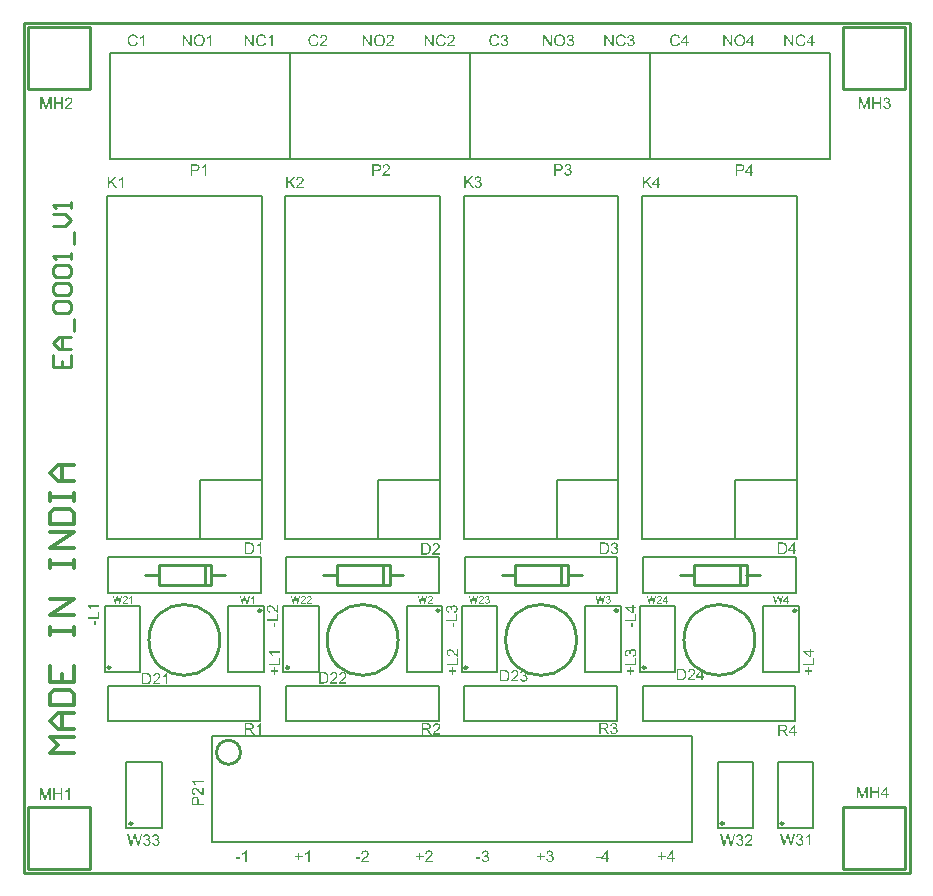
<source format=gto>
%FSLAX42Y42*%
%MOMM*%
G71*
G01*
G75*
%ADD10C,0.25*%
%ADD11C,2.00*%
%ADD12R,5.00X5.00*%
%ADD13C,3.00*%
%ADD14R,3.00X3.00*%
%ADD15C,3.50*%
%ADD16R,3.50X3.50*%
%ADD17C,2.00*%
%ADD18R,2.00X2.00*%
%ADD19R,2.00X1.60*%
%ADD20O,2.00X1.60*%
%ADD21R,2.00X2.00*%
%ADD22C,1.00*%
%ADD23C,0.60*%
%ADD24C,0.70*%
%ADD25C,0.80*%
%ADD26C,2.50*%
%ADD27R,0.95X1.00*%
%ADD28R,1.65X1.15*%
%ADD29C,0.25*%
%ADD30C,0.15*%
%ADD31C,0.15*%
%ADD32C,0.30*%
G36*
X333Y6470D02*
X320D01*
Y6516D01*
X270D01*
Y6470D01*
X257D01*
Y6568D01*
X270D01*
Y6528D01*
X320D01*
Y6568D01*
X333D01*
Y6470D01*
D02*
G37*
G36*
X388Y622D02*
X376D01*
Y699D01*
X375Y699D01*
X375Y698D01*
X374Y697D01*
X373Y696D01*
X371Y695D01*
X369Y694D01*
X367Y692D01*
X364Y690D01*
X364D01*
X364Y690D01*
X363Y690D01*
X362Y689D01*
X360Y688D01*
X358Y687D01*
X356Y686D01*
X354Y685D01*
X352Y684D01*
Y696D01*
X352D01*
X352Y696D01*
X353Y696D01*
X353Y697D01*
X354Y697D01*
X355Y698D01*
X358Y699D01*
X360Y701D01*
X363Y703D01*
X366Y705D01*
X369Y707D01*
X369Y708D01*
X369Y708D01*
X370Y708D01*
X370Y708D01*
X372Y710D01*
X373Y712D01*
X375Y714D01*
X377Y716D01*
X378Y718D01*
X380Y720D01*
X388D01*
Y622D01*
D02*
G37*
G36*
X236Y6470D02*
X223D01*
Y6552D01*
X195Y6470D01*
X183D01*
X155Y6553D01*
Y6470D01*
X142D01*
Y6568D01*
X162D01*
X185Y6498D01*
Y6498D01*
X185Y6498D01*
X185Y6497D01*
X185Y6497D01*
X186Y6495D01*
X187Y6493D01*
X187Y6491D01*
X188Y6488D01*
X189Y6486D01*
X190Y6484D01*
X190Y6484D01*
X190Y6485D01*
X190Y6486D01*
X191Y6488D01*
X192Y6490D01*
X193Y6493D01*
X194Y6496D01*
X195Y6500D01*
X218Y6568D01*
X236D01*
Y6470D01*
D02*
G37*
G36*
X2335Y149D02*
X2362D01*
Y138D01*
X2335D01*
Y111D01*
X2324D01*
Y138D01*
X2298D01*
Y149D01*
X2324D01*
Y175D01*
X2335D01*
Y149D01*
D02*
G37*
G36*
X385Y6568D02*
X386Y6568D01*
X387Y6568D01*
X389Y6567D01*
X390Y6567D01*
X394Y6566D01*
X398Y6565D01*
X399Y6564D01*
X401Y6563D01*
X403Y6561D01*
X405Y6560D01*
X405Y6560D01*
X405Y6560D01*
X405Y6559D01*
X406Y6559D01*
X407Y6558D01*
X407Y6557D01*
X408Y6556D01*
X409Y6555D01*
X410Y6552D01*
X412Y6549D01*
X412Y6547D01*
X412Y6545D01*
X413Y6543D01*
X413Y6541D01*
Y6541D01*
Y6540D01*
X413Y6539D01*
X413Y6537D01*
X412Y6536D01*
X412Y6534D01*
X411Y6531D01*
X410Y6529D01*
X410Y6529D01*
X410Y6528D01*
X409Y6527D01*
X409Y6526D01*
X407Y6524D01*
X406Y6522D01*
X404Y6520D01*
X402Y6517D01*
X402Y6517D01*
X401Y6516D01*
X401Y6516D01*
X400Y6515D01*
X399Y6514D01*
X398Y6513D01*
X397Y6512D01*
X395Y6510D01*
X394Y6509D01*
X392Y6507D01*
X390Y6506D01*
X388Y6504D01*
X386Y6502D01*
X384Y6500D01*
X384Y6500D01*
X384Y6500D01*
X383Y6499D01*
X382Y6499D01*
X381Y6498D01*
X380Y6497D01*
X378Y6495D01*
X376Y6493D01*
X374Y6491D01*
X372Y6489D01*
X371Y6489D01*
X370Y6488D01*
X370Y6488D01*
X369Y6487D01*
X369Y6487D01*
X368Y6486D01*
X367Y6485D01*
X367Y6484D01*
X365Y6482D01*
X413D01*
Y6470D01*
X348D01*
Y6470D01*
Y6471D01*
Y6472D01*
X348Y6473D01*
X349Y6474D01*
X349Y6475D01*
X349Y6477D01*
X350Y6478D01*
Y6478D01*
X350Y6479D01*
X350Y6479D01*
X351Y6481D01*
X352Y6482D01*
X353Y6484D01*
X354Y6487D01*
X356Y6489D01*
X358Y6491D01*
Y6491D01*
X358Y6492D01*
X359Y6492D01*
X360Y6494D01*
X362Y6496D01*
X364Y6498D01*
X367Y6500D01*
X370Y6503D01*
X373Y6506D01*
X373Y6506D01*
X374Y6507D01*
X375Y6507D01*
X376Y6508D01*
X377Y6509D01*
X379Y6510D01*
X380Y6512D01*
X382Y6513D01*
X386Y6517D01*
X389Y6520D01*
X391Y6522D01*
X392Y6524D01*
X394Y6525D01*
X395Y6527D01*
Y6527D01*
X395Y6527D01*
X395Y6527D01*
X396Y6528D01*
X397Y6529D01*
X398Y6531D01*
X399Y6534D01*
X400Y6536D01*
X400Y6539D01*
X401Y6541D01*
Y6541D01*
Y6541D01*
X400Y6542D01*
X400Y6544D01*
X400Y6545D01*
X399Y6547D01*
X398Y6549D01*
X397Y6551D01*
X395Y6553D01*
X395Y6553D01*
X394Y6554D01*
X393Y6555D01*
X392Y6556D01*
X390Y6557D01*
X388Y6557D01*
X385Y6558D01*
X382Y6558D01*
X381D01*
X381Y6558D01*
X379Y6558D01*
X377Y6557D01*
X375Y6557D01*
X372Y6556D01*
X370Y6555D01*
X368Y6553D01*
X368Y6553D01*
X367Y6552D01*
X366Y6551D01*
X366Y6549D01*
X365Y6547D01*
X364Y6545D01*
X363Y6542D01*
X363Y6539D01*
X351Y6540D01*
Y6540D01*
X351Y6540D01*
Y6541D01*
X351Y6542D01*
X351Y6543D01*
X351Y6544D01*
X352Y6546D01*
X352Y6548D01*
X353Y6551D01*
X355Y6554D01*
X356Y6556D01*
X357Y6558D01*
X359Y6559D01*
X360Y6561D01*
X360Y6561D01*
X360Y6561D01*
X361Y6561D01*
X362Y6562D01*
X362Y6562D01*
X363Y6563D01*
X365Y6564D01*
X366Y6564D01*
X367Y6565D01*
X369Y6566D01*
X371Y6566D01*
X373Y6567D01*
X375Y6567D01*
X377Y6568D01*
X380Y6568D01*
X382Y6568D01*
X384D01*
X385Y6568D01*
D02*
G37*
G36*
X5999Y7003D02*
X5986D01*
X5935Y7079D01*
Y7003D01*
X5922D01*
Y7100D01*
X5936D01*
X5987Y7023D01*
Y7100D01*
X5999D01*
Y7003D01*
D02*
G37*
G36*
X1523Y659D02*
X1521D01*
X1520Y659D01*
X1519Y660D01*
X1517Y660D01*
X1516Y660D01*
X1514Y661D01*
X1514D01*
X1514Y661D01*
X1513Y661D01*
X1512Y662D01*
X1510Y663D01*
X1508Y664D01*
X1506Y665D01*
X1504Y667D01*
X1501Y669D01*
X1501D01*
X1501Y669D01*
X1500Y670D01*
X1499Y671D01*
X1497Y673D01*
X1495Y675D01*
X1492Y677D01*
X1490Y681D01*
X1487Y684D01*
X1486Y684D01*
X1486Y685D01*
X1485Y686D01*
X1484Y687D01*
X1483Y688D01*
X1482Y690D01*
X1481Y691D01*
X1479Y693D01*
X1476Y697D01*
X1472Y700D01*
X1471Y702D01*
X1469Y703D01*
X1467Y705D01*
X1466Y706D01*
X1466D01*
X1466Y706D01*
X1465Y706D01*
X1465Y707D01*
X1463Y708D01*
X1461Y709D01*
X1459Y710D01*
X1457Y711D01*
X1454Y711D01*
X1451Y712D01*
X1451D01*
X1450Y711D01*
X1449Y711D01*
X1447Y711D01*
X1445Y710D01*
X1443Y709D01*
X1441Y708D01*
X1439Y706D01*
X1439Y706D01*
X1438Y705D01*
X1438Y704D01*
X1437Y703D01*
X1436Y701D01*
X1435Y699D01*
X1435Y696D01*
X1434Y693D01*
Y693D01*
Y693D01*
Y692D01*
X1435Y692D01*
X1435Y690D01*
X1435Y688D01*
X1436Y686D01*
X1437Y683D01*
X1438Y681D01*
X1440Y679D01*
X1440Y679D01*
X1441Y678D01*
X1442Y677D01*
X1443Y676D01*
X1445Y676D01*
X1448Y675D01*
X1451Y674D01*
X1454Y674D01*
X1453Y662D01*
X1453D01*
X1452Y662D01*
X1451D01*
X1450Y662D01*
X1449Y662D01*
X1448Y662D01*
X1447Y663D01*
X1445Y663D01*
X1442Y664D01*
X1438Y666D01*
X1437Y667D01*
X1435Y668D01*
X1433Y670D01*
X1432Y671D01*
X1432Y671D01*
X1432Y671D01*
X1431Y672D01*
X1431Y673D01*
X1430Y673D01*
X1430Y674D01*
X1429Y676D01*
X1428Y677D01*
X1427Y678D01*
X1427Y680D01*
X1426Y682D01*
X1426Y684D01*
X1425Y686D01*
X1425Y688D01*
X1425Y691D01*
X1425Y693D01*
Y693D01*
Y694D01*
Y695D01*
X1425Y696D01*
X1425Y697D01*
X1425Y698D01*
X1425Y700D01*
X1426Y701D01*
X1426Y705D01*
X1428Y709D01*
X1429Y710D01*
X1430Y712D01*
X1431Y714D01*
X1432Y716D01*
X1433Y716D01*
X1433Y716D01*
X1433Y716D01*
X1434Y717D01*
X1435Y718D01*
X1436Y718D01*
X1437Y719D01*
X1438Y720D01*
X1440Y721D01*
X1444Y723D01*
X1446Y723D01*
X1448Y723D01*
X1449Y724D01*
X1452Y724D01*
X1453D01*
X1454Y724D01*
X1455Y724D01*
X1457Y723D01*
X1459Y723D01*
X1461Y722D01*
X1463Y721D01*
X1463Y721D01*
X1464Y721D01*
X1465Y720D01*
X1467Y719D01*
X1469Y718D01*
X1471Y717D01*
X1473Y715D01*
X1475Y713D01*
X1475Y713D01*
X1476Y712D01*
X1477Y712D01*
X1478Y711D01*
X1479Y710D01*
X1480Y709D01*
X1481Y708D01*
X1482Y706D01*
X1483Y705D01*
X1485Y703D01*
X1487Y701D01*
X1488Y699D01*
X1490Y697D01*
X1492Y695D01*
X1492Y695D01*
X1493Y695D01*
X1493Y694D01*
X1494Y693D01*
X1494Y692D01*
X1495Y691D01*
X1497Y689D01*
X1499Y687D01*
X1501Y685D01*
X1503Y683D01*
X1504Y682D01*
X1505Y681D01*
X1505Y681D01*
X1505Y680D01*
X1506Y680D01*
X1507Y679D01*
X1508Y678D01*
X1509Y678D01*
X1511Y676D01*
Y724D01*
X1523D01*
Y659D01*
D02*
G37*
G36*
X1455Y649D02*
X1456Y649D01*
X1458Y649D01*
X1459Y649D01*
X1461Y648D01*
X1464Y647D01*
X1466Y647D01*
X1467Y646D01*
X1469Y645D01*
X1471Y644D01*
X1473Y643D01*
X1474Y641D01*
X1474Y641D01*
X1475Y641D01*
X1475Y641D01*
X1476Y640D01*
X1476Y639D01*
X1477Y638D01*
X1478Y636D01*
X1479Y635D01*
X1479Y633D01*
X1480Y631D01*
X1481Y629D01*
X1481Y626D01*
X1482Y623D01*
X1482Y620D01*
X1483Y617D01*
X1483Y613D01*
Y588D01*
X1523D01*
Y575D01*
X1425D01*
Y612D01*
Y612D01*
Y612D01*
Y613D01*
Y613D01*
Y614D01*
Y615D01*
X1425Y617D01*
X1425Y620D01*
X1425Y622D01*
X1426Y624D01*
X1426Y627D01*
Y627D01*
Y627D01*
X1426Y628D01*
X1426Y629D01*
X1427Y631D01*
X1428Y633D01*
X1428Y635D01*
X1429Y637D01*
X1431Y639D01*
X1431Y639D01*
X1431Y639D01*
X1432Y640D01*
X1433Y641D01*
X1434Y643D01*
X1436Y644D01*
X1438Y645D01*
X1440Y646D01*
X1440Y647D01*
X1441Y647D01*
X1442Y647D01*
X1444Y648D01*
X1446Y648D01*
X1448Y649D01*
X1451Y649D01*
X1453Y649D01*
X1454D01*
X1455Y649D01*
D02*
G37*
G36*
X228Y622D02*
X216D01*
Y704D01*
X187Y622D01*
X176D01*
X147Y706D01*
Y622D01*
X135D01*
Y720D01*
X154D01*
X177Y651D01*
Y651D01*
X178Y650D01*
X178Y650D01*
X178Y649D01*
X179Y648D01*
X179Y645D01*
X180Y643D01*
X181Y641D01*
X182Y638D01*
X182Y636D01*
X182Y637D01*
X182Y637D01*
X183Y639D01*
X183Y640D01*
X184Y643D01*
X185Y645D01*
X186Y648D01*
X187Y652D01*
X211Y720D01*
X228D01*
Y622D01*
D02*
G37*
G36*
X326D02*
X313D01*
Y668D01*
X262D01*
Y622D01*
X249D01*
Y720D01*
X262D01*
Y680D01*
X313D01*
Y720D01*
X326D01*
Y622D01*
D02*
G37*
G36*
X5498Y130D02*
X5511D01*
Y119D01*
X5498D01*
Y96D01*
X5486D01*
Y119D01*
X5444D01*
Y130D01*
X5488Y193D01*
X5498D01*
Y130D01*
D02*
G37*
G36*
X5408Y149D02*
X5434D01*
Y138D01*
X5408D01*
Y111D01*
X5397D01*
Y138D01*
X5370D01*
Y149D01*
X5397D01*
Y176D01*
X5408D01*
Y149D01*
D02*
G37*
G36*
X6682Y7037D02*
X6696D01*
Y7026D01*
X6682D01*
Y7003D01*
X6670D01*
Y7026D01*
X6628D01*
Y7037D01*
X6673Y7100D01*
X6682D01*
Y7037D01*
D02*
G37*
G36*
X4945Y130D02*
X4958D01*
Y119D01*
X4945D01*
Y96D01*
X4933D01*
Y119D01*
X4890D01*
Y130D01*
X4935Y193D01*
X4945D01*
Y130D01*
D02*
G37*
G36*
X4885Y125D02*
X4847D01*
Y137D01*
X4885D01*
Y125D01*
D02*
G37*
G36*
X3359Y149D02*
X3386D01*
Y138D01*
X3359D01*
Y111D01*
X3348D01*
Y138D01*
X3322D01*
Y149D01*
X3348D01*
Y175D01*
X3359D01*
Y149D01*
D02*
G37*
G36*
X2420Y95D02*
X2408D01*
Y171D01*
X2408Y171D01*
X2408Y171D01*
X2407Y170D01*
X2405Y169D01*
X2404Y167D01*
X2402Y166D01*
X2400Y164D01*
X2397Y163D01*
X2397D01*
X2397Y163D01*
X2396Y162D01*
X2394Y162D01*
X2393Y161D01*
X2391Y160D01*
X2389Y159D01*
X2387Y158D01*
X2384Y157D01*
Y168D01*
X2385D01*
X2385Y169D01*
X2385Y169D01*
X2386Y169D01*
X2387Y170D01*
X2388Y170D01*
X2390Y172D01*
X2393Y173D01*
X2396Y175D01*
X2399Y177D01*
X2402Y180D01*
X2402Y180D01*
X2402Y180D01*
X2403Y181D01*
X2403Y181D01*
X2404Y182D01*
X2406Y184D01*
X2408Y186D01*
X2410Y188D01*
X2411Y191D01*
X2413Y193D01*
X2420D01*
Y95D01*
D02*
G37*
G36*
X3434Y193D02*
X3435Y193D01*
X3437Y193D01*
X3438Y192D01*
X3440Y192D01*
X3443Y191D01*
X3447Y190D01*
X3449Y189D01*
X3451Y188D01*
X3452Y186D01*
X3454Y185D01*
X3454Y185D01*
X3454Y185D01*
X3455Y184D01*
X3455Y184D01*
X3456Y183D01*
X3457Y182D01*
X3457Y181D01*
X3458Y180D01*
X3460Y177D01*
X3461Y174D01*
X3462Y172D01*
X3462Y170D01*
X3462Y168D01*
X3462Y166D01*
Y166D01*
Y165D01*
X3462Y164D01*
X3462Y162D01*
X3462Y161D01*
X3461Y159D01*
X3461Y156D01*
X3460Y154D01*
X3460Y154D01*
X3459Y153D01*
X3459Y152D01*
X3458Y151D01*
X3457Y149D01*
X3455Y147D01*
X3454Y145D01*
X3452Y142D01*
X3451Y142D01*
X3451Y141D01*
X3450Y141D01*
X3449Y140D01*
X3449Y139D01*
X3447Y138D01*
X3446Y137D01*
X3445Y135D01*
X3443Y134D01*
X3442Y132D01*
X3440Y131D01*
X3438Y129D01*
X3436Y127D01*
X3433Y125D01*
X3433Y125D01*
X3433Y125D01*
X3432Y124D01*
X3432Y124D01*
X3431Y123D01*
X3430Y122D01*
X3428Y120D01*
X3425Y118D01*
X3423Y116D01*
X3421Y114D01*
X3420Y114D01*
X3419Y113D01*
X3419Y113D01*
X3419Y112D01*
X3418Y112D01*
X3418Y111D01*
X3417Y110D01*
X3416Y109D01*
X3414Y107D01*
X3462D01*
Y95D01*
X3398D01*
Y95D01*
Y96D01*
Y97D01*
X3398Y98D01*
X3398Y99D01*
X3398Y100D01*
X3399Y102D01*
X3399Y103D01*
Y103D01*
X3399Y104D01*
X3400Y104D01*
X3400Y106D01*
X3401Y107D01*
X3402Y109D01*
X3404Y112D01*
X3405Y114D01*
X3407Y116D01*
Y116D01*
X3407Y117D01*
X3408Y117D01*
X3409Y119D01*
X3411Y121D01*
X3413Y123D01*
X3416Y125D01*
X3419Y128D01*
X3423Y131D01*
X3423Y131D01*
X3423Y132D01*
X3424Y132D01*
X3425Y133D01*
X3427Y134D01*
X3428Y135D01*
X3430Y137D01*
X3431Y138D01*
X3435Y142D01*
X3439Y145D01*
X3440Y147D01*
X3442Y149D01*
X3443Y150D01*
X3444Y152D01*
Y152D01*
X3445Y152D01*
X3445Y152D01*
X3445Y153D01*
X3446Y154D01*
X3447Y156D01*
X3448Y159D01*
X3449Y161D01*
X3450Y164D01*
X3450Y166D01*
Y166D01*
Y166D01*
X3450Y167D01*
X3450Y169D01*
X3449Y170D01*
X3449Y172D01*
X3448Y174D01*
X3447Y176D01*
X3445Y178D01*
X3445Y178D01*
X3444Y179D01*
X3443Y180D01*
X3441Y181D01*
X3439Y182D01*
X3437Y182D01*
X3434Y183D01*
X3431Y183D01*
X3431D01*
X3430Y183D01*
X3428Y183D01*
X3426Y182D01*
X3424Y182D01*
X3422Y181D01*
X3420Y180D01*
X3418Y178D01*
X3417Y178D01*
X3417Y177D01*
X3416Y176D01*
X3415Y174D01*
X3414Y172D01*
X3413Y170D01*
X3413Y167D01*
X3412Y164D01*
X3400Y165D01*
Y165D01*
X3400Y165D01*
Y166D01*
X3400Y167D01*
X3401Y168D01*
X3401Y169D01*
X3401Y171D01*
X3402Y173D01*
X3403Y176D01*
X3405Y179D01*
X3406Y181D01*
X3407Y183D01*
X3408Y184D01*
X3409Y186D01*
X3410Y186D01*
X3410Y186D01*
X3410Y186D01*
X3411Y187D01*
X3412Y187D01*
X3413Y188D01*
X3414Y189D01*
X3415Y189D01*
X3417Y190D01*
X3419Y191D01*
X3420Y191D01*
X3422Y192D01*
X3425Y192D01*
X3427Y193D01*
X3429Y193D01*
X3432Y193D01*
X3433D01*
X3434Y193D01*
D02*
G37*
G36*
X4384Y149D02*
X4410D01*
Y138D01*
X4384D01*
Y111D01*
X4372D01*
Y138D01*
X4346D01*
Y149D01*
X4372D01*
Y175D01*
X4384D01*
Y149D01*
D02*
G37*
G36*
X4457Y193D02*
X4459Y193D01*
X4461Y192D01*
X4464Y191D01*
X4466Y191D01*
X4469Y189D01*
X4469D01*
X4469Y189D01*
X4470Y189D01*
X4471Y188D01*
X4473Y187D01*
X4474Y186D01*
X4476Y184D01*
X4478Y182D01*
X4479Y180D01*
X4479Y180D01*
X4480Y179D01*
X4480Y178D01*
X4481Y176D01*
X4482Y175D01*
X4482Y172D01*
X4483Y170D01*
X4483Y168D01*
Y167D01*
Y166D01*
X4483Y165D01*
X4482Y164D01*
X4482Y162D01*
X4481Y160D01*
X4480Y158D01*
X4479Y156D01*
X4479Y156D01*
X4479Y155D01*
X4478Y154D01*
X4477Y153D01*
X4475Y152D01*
X4474Y150D01*
X4472Y149D01*
X4469Y148D01*
X4469D01*
X4470Y148D01*
X4470Y148D01*
X4471Y147D01*
X4472Y147D01*
X4474Y146D01*
X4477Y145D01*
X4479Y143D01*
X4481Y142D01*
X4483Y140D01*
X4483Y139D01*
X4484Y138D01*
X4484Y137D01*
X4485Y135D01*
X4486Y133D01*
X4487Y130D01*
X4488Y127D01*
X4488Y124D01*
Y124D01*
Y123D01*
Y122D01*
X4488Y122D01*
X4487Y121D01*
X4487Y119D01*
X4487Y118D01*
X4487Y116D01*
X4485Y113D01*
X4485Y111D01*
X4484Y109D01*
X4483Y108D01*
X4481Y106D01*
X4480Y104D01*
X4478Y102D01*
X4478Y102D01*
X4478Y102D01*
X4477Y101D01*
X4477Y101D01*
X4476Y100D01*
X4475Y99D01*
X4473Y99D01*
X4472Y98D01*
X4470Y97D01*
X4468Y96D01*
X4467Y95D01*
X4464Y95D01*
X4462Y94D01*
X4460Y94D01*
X4457Y93D01*
X4455Y93D01*
X4453D01*
X4453Y93D01*
X4451Y94D01*
X4450Y94D01*
X4449Y94D01*
X4447Y94D01*
X4444Y95D01*
X4440Y97D01*
X4438Y97D01*
X4437Y98D01*
X4435Y100D01*
X4433Y101D01*
X4433Y101D01*
X4433Y101D01*
X4433Y102D01*
X4432Y102D01*
X4431Y103D01*
X4431Y104D01*
X4430Y105D01*
X4429Y106D01*
X4428Y108D01*
X4427Y109D01*
X4426Y112D01*
X4424Y116D01*
X4424Y119D01*
X4424Y121D01*
X4436Y122D01*
Y122D01*
X4436Y122D01*
X4436Y121D01*
X4436Y121D01*
X4436Y120D01*
X4437Y119D01*
X4437Y117D01*
X4438Y114D01*
X4440Y112D01*
X4441Y110D01*
X4443Y108D01*
X4443Y107D01*
X4444Y107D01*
X4445Y106D01*
X4446Y105D01*
X4448Y105D01*
X4450Y104D01*
X4452Y103D01*
X4455Y103D01*
X4456D01*
X4456Y103D01*
X4458Y103D01*
X4460Y104D01*
X4462Y105D01*
X4464Y106D01*
X4467Y107D01*
X4469Y109D01*
X4469Y109D01*
X4470Y110D01*
X4471Y111D01*
X4472Y113D01*
X4473Y115D01*
X4474Y118D01*
X4475Y120D01*
X4475Y123D01*
Y124D01*
Y124D01*
Y124D01*
X4475Y125D01*
X4475Y126D01*
X4474Y128D01*
X4474Y131D01*
X4473Y133D01*
X4471Y135D01*
X4469Y137D01*
X4469Y137D01*
X4468Y138D01*
X4467Y139D01*
X4466Y140D01*
X4464Y141D01*
X4461Y142D01*
X4459Y142D01*
X4456Y143D01*
X4455D01*
X4454Y142D01*
X4452Y142D01*
X4451Y142D01*
X4449Y142D01*
X4447Y141D01*
X4449Y152D01*
X4449D01*
X4450Y152D01*
X4452D01*
X4453Y152D01*
X4455Y152D01*
X4457Y153D01*
X4460Y153D01*
X4462Y154D01*
X4464Y156D01*
X4465D01*
X4465Y156D01*
X4465Y156D01*
X4466Y157D01*
X4467Y159D01*
X4469Y160D01*
X4470Y163D01*
X4470Y165D01*
X4471Y166D01*
Y168D01*
Y168D01*
Y168D01*
Y169D01*
X4470Y170D01*
X4470Y172D01*
X4469Y173D01*
X4469Y175D01*
X4468Y177D01*
X4466Y179D01*
X4466Y179D01*
X4465Y179D01*
X4464Y180D01*
X4463Y181D01*
X4461Y182D01*
X4459Y182D01*
X4457Y183D01*
X4455Y183D01*
X4453D01*
X4452Y183D01*
X4450Y183D01*
X4449Y182D01*
X4447Y181D01*
X4445Y180D01*
X4443Y179D01*
X4443Y179D01*
X4442Y178D01*
X4441Y177D01*
X4440Y175D01*
X4439Y174D01*
X4438Y171D01*
X4438Y169D01*
X4437Y166D01*
X4425Y168D01*
Y168D01*
X4425Y168D01*
X4425Y169D01*
X4425Y170D01*
X4426Y171D01*
X4426Y172D01*
X4427Y175D01*
X4428Y178D01*
X4430Y181D01*
X4432Y184D01*
X4435Y186D01*
X4435Y186D01*
X4435Y187D01*
X4436Y187D01*
X4436Y187D01*
X4437Y188D01*
X4438Y188D01*
X4439Y189D01*
X4440Y190D01*
X4443Y191D01*
X4446Y192D01*
X4450Y193D01*
X4452Y193D01*
X4456D01*
X4457Y193D01*
D02*
G37*
G36*
X5378Y5835D02*
X5391D01*
Y5824D01*
X5378D01*
Y5800D01*
X5366D01*
Y5824D01*
X5323D01*
Y5835D01*
X5368Y5898D01*
X5378D01*
Y5835D01*
D02*
G37*
G36*
X5279Y5858D02*
X5322Y5800D01*
X5304D01*
X5270Y5850D01*
X5254Y5834D01*
Y5800D01*
X5241D01*
Y5898D01*
X5254D01*
Y5849D01*
X5302Y5898D01*
X5320D01*
X5279Y5858D01*
D02*
G37*
G36*
X4473Y7003D02*
X4460D01*
X4409Y7079D01*
Y7003D01*
X4397D01*
Y7100D01*
X4410D01*
X4461Y7023D01*
Y7100D01*
X4473D01*
Y7003D01*
D02*
G37*
G36*
X1457Y6002D02*
X1460Y6002D01*
X1462Y6002D01*
X1464Y6002D01*
X1467Y6002D01*
X1467D01*
X1468Y6001D01*
X1469Y6001D01*
X1471Y6001D01*
X1473Y6000D01*
X1475Y5999D01*
X1477Y5998D01*
X1479Y5997D01*
X1479Y5997D01*
X1479Y5996D01*
X1480Y5996D01*
X1481Y5995D01*
X1483Y5993D01*
X1484Y5992D01*
X1485Y5990D01*
X1486Y5988D01*
X1487Y5987D01*
X1487Y5987D01*
X1487Y5985D01*
X1488Y5984D01*
X1488Y5982D01*
X1489Y5979D01*
X1489Y5977D01*
X1489Y5974D01*
Y5974D01*
Y5974D01*
Y5973D01*
X1489Y5972D01*
X1489Y5971D01*
X1489Y5970D01*
X1489Y5968D01*
X1488Y5967D01*
X1487Y5964D01*
X1487Y5962D01*
X1486Y5960D01*
X1485Y5958D01*
X1484Y5957D01*
X1483Y5955D01*
X1481Y5953D01*
X1481Y5953D01*
X1481Y5953D01*
X1481Y5952D01*
X1480Y5952D01*
X1479Y5951D01*
X1478Y5951D01*
X1476Y5950D01*
X1475Y5949D01*
X1473Y5948D01*
X1471Y5947D01*
X1469Y5947D01*
X1466Y5946D01*
X1463Y5945D01*
X1460Y5945D01*
X1457Y5945D01*
X1453Y5945D01*
X1428D01*
Y5905D01*
X1415D01*
Y6003D01*
X1455D01*
X1457Y6002D01*
D02*
G37*
G36*
X1546Y5905D02*
X1534D01*
Y5981D01*
X1534Y5981D01*
X1533Y5981D01*
X1532Y5980D01*
X1531Y5979D01*
X1529Y5977D01*
X1527Y5976D01*
X1525Y5974D01*
X1523Y5973D01*
X1523D01*
X1522Y5973D01*
X1522Y5972D01*
X1520Y5972D01*
X1518Y5971D01*
X1516Y5970D01*
X1514Y5969D01*
X1512Y5968D01*
X1510Y5967D01*
Y5978D01*
X1510D01*
X1511Y5979D01*
X1511Y5979D01*
X1512Y5979D01*
X1513Y5980D01*
X1514Y5980D01*
X1516Y5982D01*
X1519Y5983D01*
X1522Y5985D01*
X1525Y5987D01*
X1528Y5990D01*
X1528Y5990D01*
X1528Y5990D01*
X1528Y5991D01*
X1529Y5991D01*
X1530Y5992D01*
X1532Y5994D01*
X1534Y5996D01*
X1535Y5998D01*
X1537Y6001D01*
X1538Y6003D01*
X1546D01*
Y5905D01*
D02*
G37*
G36*
X2259Y5858D02*
X2301Y5800D01*
X2284D01*
X2250Y5850D01*
X2234Y5834D01*
Y5800D01*
X2221D01*
Y5898D01*
X2234D01*
Y5849D01*
X2282Y5898D01*
X2300D01*
X2259Y5858D01*
D02*
G37*
G36*
X841Y5800D02*
X829D01*
Y5877D01*
X829Y5876D01*
X828Y5876D01*
X828Y5875D01*
X826Y5874D01*
X825Y5873D01*
X823Y5871D01*
X820Y5870D01*
X818Y5868D01*
X818D01*
X818Y5868D01*
X817Y5868D01*
X815Y5867D01*
X814Y5866D01*
X812Y5865D01*
X809Y5864D01*
X807Y5863D01*
X805Y5862D01*
Y5874D01*
X805D01*
X806Y5874D01*
X806Y5874D01*
X807Y5875D01*
X808Y5875D01*
X809Y5876D01*
X811Y5877D01*
X814Y5879D01*
X817Y5881D01*
X820Y5883D01*
X823Y5885D01*
X823Y5885D01*
X823Y5885D01*
X823Y5886D01*
X824Y5886D01*
X825Y5888D01*
X827Y5889D01*
X829Y5891D01*
X830Y5894D01*
X832Y5896D01*
X833Y5898D01*
X841D01*
Y5800D01*
D02*
G37*
G36*
X2342Y5898D02*
X2343Y5898D01*
X2345Y5898D01*
X2346Y5898D01*
X2348Y5897D01*
X2351Y5896D01*
X2355Y5895D01*
X2357Y5894D01*
X2359Y5893D01*
X2360Y5892D01*
X2362Y5890D01*
X2362Y5890D01*
X2362Y5890D01*
X2363Y5890D01*
X2363Y5889D01*
X2364Y5888D01*
X2365Y5887D01*
X2365Y5886D01*
X2366Y5885D01*
X2368Y5882D01*
X2369Y5879D01*
X2370Y5877D01*
X2370Y5875D01*
X2370Y5873D01*
X2370Y5871D01*
Y5871D01*
Y5870D01*
X2370Y5869D01*
X2370Y5868D01*
X2370Y5866D01*
X2369Y5864D01*
X2369Y5862D01*
X2368Y5860D01*
X2368Y5859D01*
X2367Y5859D01*
X2367Y5858D01*
X2366Y5856D01*
X2365Y5854D01*
X2363Y5852D01*
X2362Y5850D01*
X2360Y5848D01*
X2359Y5847D01*
X2359Y5847D01*
X2358Y5846D01*
X2357Y5845D01*
X2356Y5844D01*
X2355Y5843D01*
X2354Y5842D01*
X2353Y5841D01*
X2351Y5839D01*
X2350Y5838D01*
X2348Y5836D01*
X2346Y5834D01*
X2344Y5833D01*
X2341Y5831D01*
X2341Y5830D01*
X2341Y5830D01*
X2340Y5830D01*
X2340Y5829D01*
X2339Y5828D01*
X2338Y5828D01*
X2336Y5826D01*
X2333Y5824D01*
X2331Y5821D01*
X2329Y5820D01*
X2328Y5819D01*
X2327Y5818D01*
X2327Y5818D01*
X2327Y5818D01*
X2326Y5817D01*
X2326Y5816D01*
X2325Y5815D01*
X2324Y5814D01*
X2322Y5812D01*
X2370D01*
Y5800D01*
X2306D01*
Y5800D01*
Y5801D01*
Y5802D01*
X2306Y5803D01*
X2306Y5804D01*
X2306Y5806D01*
X2307Y5807D01*
X2307Y5809D01*
Y5809D01*
X2307Y5809D01*
X2308Y5810D01*
X2308Y5811D01*
X2309Y5813D01*
X2310Y5815D01*
X2311Y5817D01*
X2313Y5819D01*
X2315Y5822D01*
Y5822D01*
X2315Y5822D01*
X2316Y5823D01*
X2317Y5824D01*
X2319Y5826D01*
X2321Y5828D01*
X2324Y5830D01*
X2327Y5833D01*
X2331Y5836D01*
X2331Y5836D01*
X2331Y5837D01*
X2332Y5838D01*
X2333Y5838D01*
X2334Y5840D01*
X2336Y5841D01*
X2338Y5842D01*
X2339Y5844D01*
X2343Y5847D01*
X2346Y5851D01*
X2348Y5852D01*
X2350Y5854D01*
X2351Y5855D01*
X2352Y5857D01*
Y5857D01*
X2352Y5857D01*
X2353Y5858D01*
X2353Y5858D01*
X2354Y5860D01*
X2355Y5862D01*
X2356Y5864D01*
X2357Y5866D01*
X2358Y5869D01*
X2358Y5872D01*
Y5872D01*
Y5872D01*
X2358Y5873D01*
X2358Y5874D01*
X2357Y5876D01*
X2357Y5878D01*
X2356Y5880D01*
X2354Y5882D01*
X2353Y5883D01*
X2352Y5884D01*
X2352Y5884D01*
X2351Y5885D01*
X2349Y5886D01*
X2347Y5887D01*
X2345Y5888D01*
X2342Y5888D01*
X2339Y5888D01*
X2339D01*
X2338Y5888D01*
X2336Y5888D01*
X2334Y5888D01*
X2332Y5887D01*
X2330Y5886D01*
X2328Y5885D01*
X2325Y5883D01*
X2325Y5883D01*
X2325Y5882D01*
X2324Y5881D01*
X2323Y5879D01*
X2322Y5877D01*
X2321Y5875D01*
X2320Y5872D01*
X2320Y5869D01*
X2308Y5870D01*
Y5870D01*
X2308Y5871D01*
Y5871D01*
X2308Y5872D01*
X2309Y5873D01*
X2309Y5875D01*
X2309Y5876D01*
X2310Y5878D01*
X2311Y5881D01*
X2312Y5885D01*
X2313Y5886D01*
X2315Y5888D01*
X2316Y5890D01*
X2317Y5891D01*
X2318Y5891D01*
X2318Y5891D01*
X2318Y5892D01*
X2319Y5892D01*
X2320Y5893D01*
X2321Y5893D01*
X2322Y5894D01*
X2323Y5895D01*
X2325Y5895D01*
X2327Y5896D01*
X2328Y5897D01*
X2330Y5897D01*
X2332Y5898D01*
X2335Y5898D01*
X2337Y5898D01*
X2340Y5898D01*
X2341D01*
X2342Y5898D01*
D02*
G37*
G36*
X3768Y5861D02*
X3810Y5803D01*
X3793D01*
X3758Y5852D01*
X3743Y5837D01*
Y5803D01*
X3730D01*
Y5900D01*
X3743D01*
Y5852D01*
X3791Y5900D01*
X3808D01*
X3768Y5861D01*
D02*
G37*
G36*
X3850Y5901D02*
X3852Y5900D01*
X3854Y5900D01*
X3856Y5899D01*
X3859Y5898D01*
X3861Y5897D01*
X3862D01*
X3862Y5897D01*
X3863Y5897D01*
X3864Y5896D01*
X3865Y5895D01*
X3867Y5894D01*
X3869Y5892D01*
X3870Y5890D01*
X3872Y5888D01*
X3872Y5888D01*
X3872Y5887D01*
X3873Y5886D01*
X3874Y5884D01*
X3874Y5882D01*
X3875Y5880D01*
X3875Y5878D01*
X3875Y5875D01*
Y5875D01*
Y5874D01*
X3875Y5873D01*
X3875Y5872D01*
X3875Y5870D01*
X3874Y5868D01*
X3873Y5866D01*
X3872Y5864D01*
X3872Y5864D01*
X3871Y5863D01*
X3870Y5862D01*
X3869Y5861D01*
X3868Y5860D01*
X3866Y5858D01*
X3864Y5857D01*
X3862Y5856D01*
X3862D01*
X3862Y5856D01*
X3863Y5855D01*
X3863Y5855D01*
X3865Y5855D01*
X3867Y5854D01*
X3869Y5853D01*
X3871Y5851D01*
X3873Y5850D01*
X3875Y5847D01*
X3875Y5847D01*
X3876Y5846D01*
X3877Y5845D01*
X3878Y5843D01*
X3879Y5841D01*
X3879Y5838D01*
X3880Y5835D01*
X3880Y5832D01*
Y5831D01*
Y5831D01*
Y5830D01*
X3880Y5830D01*
X3880Y5828D01*
X3880Y5827D01*
X3879Y5826D01*
X3879Y5824D01*
X3878Y5821D01*
X3877Y5819D01*
X3876Y5817D01*
X3875Y5815D01*
X3874Y5814D01*
X3872Y5812D01*
X3871Y5810D01*
X3871Y5810D01*
X3870Y5810D01*
X3870Y5809D01*
X3869Y5809D01*
X3868Y5808D01*
X3867Y5807D01*
X3866Y5806D01*
X3864Y5806D01*
X3863Y5805D01*
X3861Y5804D01*
X3859Y5803D01*
X3857Y5803D01*
X3855Y5802D01*
X3852Y5802D01*
X3850Y5801D01*
X3847Y5801D01*
X3846D01*
X3845Y5801D01*
X3844Y5801D01*
X3843Y5802D01*
X3841Y5802D01*
X3840Y5802D01*
X3836Y5803D01*
X3833Y5804D01*
X3831Y5805D01*
X3829Y5806D01*
X3828Y5808D01*
X3826Y5809D01*
X3826Y5809D01*
X3825Y5809D01*
X3825Y5810D01*
X3825Y5810D01*
X3824Y5811D01*
X3823Y5812D01*
X3822Y5813D01*
X3821Y5814D01*
X3821Y5816D01*
X3820Y5817D01*
X3818Y5820D01*
X3817Y5824D01*
X3817Y5826D01*
X3816Y5829D01*
X3828Y5830D01*
Y5830D01*
X3828Y5830D01*
X3829Y5829D01*
X3829Y5829D01*
X3829Y5828D01*
X3829Y5827D01*
X3830Y5825D01*
X3831Y5822D01*
X3832Y5820D01*
X3833Y5817D01*
X3835Y5815D01*
X3835Y5815D01*
X3836Y5815D01*
X3837Y5814D01*
X3839Y5813D01*
X3840Y5812D01*
X3842Y5812D01*
X3845Y5811D01*
X3847Y5811D01*
X3848D01*
X3849Y5811D01*
X3850Y5811D01*
X3852Y5812D01*
X3854Y5812D01*
X3857Y5813D01*
X3859Y5815D01*
X3862Y5817D01*
X3862Y5817D01*
X3863Y5818D01*
X3863Y5819D01*
X3864Y5821D01*
X3866Y5823D01*
X3866Y5825D01*
X3867Y5828D01*
X3867Y5831D01*
Y5831D01*
Y5832D01*
Y5832D01*
X3867Y5833D01*
X3867Y5834D01*
X3867Y5836D01*
X3866Y5838D01*
X3865Y5841D01*
X3864Y5843D01*
X3862Y5845D01*
X3862Y5845D01*
X3861Y5846D01*
X3860Y5847D01*
X3858Y5848D01*
X3856Y5849D01*
X3854Y5850D01*
X3851Y5850D01*
X3848Y5850D01*
X3847D01*
X3846Y5850D01*
X3845Y5850D01*
X3843Y5850D01*
X3842Y5850D01*
X3840Y5849D01*
X3841Y5860D01*
X3842D01*
X3843Y5860D01*
X3844D01*
X3846Y5860D01*
X3848Y5860D01*
X3850Y5861D01*
X3852Y5861D01*
X3854Y5862D01*
X3857Y5863D01*
X3857D01*
X3857Y5864D01*
X3858Y5864D01*
X3859Y5865D01*
X3860Y5866D01*
X3861Y5868D01*
X3862Y5870D01*
X3863Y5873D01*
X3863Y5874D01*
Y5876D01*
Y5876D01*
Y5876D01*
Y5877D01*
X3863Y5878D01*
X3863Y5880D01*
X3862Y5881D01*
X3861Y5883D01*
X3860Y5885D01*
X3859Y5887D01*
X3858Y5887D01*
X3858Y5887D01*
X3857Y5888D01*
X3855Y5889D01*
X3854Y5890D01*
X3852Y5890D01*
X3850Y5891D01*
X3847Y5891D01*
X3846D01*
X3845Y5891D01*
X3843Y5890D01*
X3841Y5890D01*
X3839Y5889D01*
X3837Y5888D01*
X3835Y5887D01*
X3835Y5886D01*
X3835Y5886D01*
X3834Y5885D01*
X3833Y5883D01*
X3832Y5882D01*
X3831Y5879D01*
X3830Y5877D01*
X3830Y5873D01*
X3818Y5876D01*
Y5876D01*
X3818Y5876D01*
X3818Y5877D01*
X3818Y5878D01*
X3818Y5879D01*
X3819Y5880D01*
X3820Y5882D01*
X3821Y5885D01*
X3823Y5889D01*
X3825Y5892D01*
X3827Y5894D01*
X3828Y5894D01*
X3828Y5894D01*
X3828Y5895D01*
X3829Y5895D01*
X3830Y5896D01*
X3831Y5896D01*
X3832Y5897D01*
X3833Y5898D01*
X3836Y5899D01*
X3839Y5900D01*
X3843Y5901D01*
X3845Y5901D01*
X3848D01*
X3850Y5901D01*
D02*
G37*
G36*
X6172Y7037D02*
X6186D01*
Y7026D01*
X6172D01*
Y7003D01*
X6160D01*
Y7026D01*
X6118D01*
Y7037D01*
X6163Y7100D01*
X6172D01*
Y7037D01*
D02*
G37*
G36*
X4532Y6004D02*
X4535Y6004D01*
X4537Y6004D01*
X4539Y6003D01*
X4542Y6003D01*
X4542D01*
X4543Y6003D01*
X4544Y6003D01*
X4546Y6002D01*
X4548Y6002D01*
X4550Y6001D01*
X4552Y6000D01*
X4554Y5999D01*
X4554Y5998D01*
X4554Y5998D01*
X4555Y5997D01*
X4556Y5996D01*
X4558Y5995D01*
X4559Y5993D01*
X4560Y5991D01*
X4561Y5989D01*
X4562Y5989D01*
X4562Y5988D01*
X4562Y5987D01*
X4563Y5985D01*
X4563Y5983D01*
X4564Y5981D01*
X4564Y5979D01*
X4564Y5976D01*
Y5976D01*
Y5975D01*
Y5975D01*
X4564Y5974D01*
X4564Y5973D01*
X4564Y5971D01*
X4564Y5970D01*
X4563Y5969D01*
X4562Y5965D01*
X4562Y5964D01*
X4561Y5962D01*
X4560Y5960D01*
X4559Y5958D01*
X4558Y5957D01*
X4556Y5955D01*
X4556Y5955D01*
X4556Y5954D01*
X4556Y5954D01*
X4555Y5954D01*
X4554Y5953D01*
X4553Y5952D01*
X4551Y5951D01*
X4550Y5951D01*
X4548Y5950D01*
X4546Y5949D01*
X4544Y5948D01*
X4541Y5948D01*
X4538Y5947D01*
X4535Y5947D01*
X4532Y5946D01*
X4528Y5946D01*
X4503D01*
Y5907D01*
X4490D01*
Y6004D01*
X4530D01*
X4532Y6004D01*
D02*
G37*
G36*
X6164Y5939D02*
X6177D01*
Y5928D01*
X6164D01*
Y5905D01*
X6152D01*
Y5928D01*
X6109D01*
Y5939D01*
X6154Y6003D01*
X6164D01*
Y5939D01*
D02*
G37*
G36*
X1523Y770D02*
X1446D01*
X1446Y770D01*
X1447Y769D01*
X1448Y768D01*
X1449Y767D01*
X1450Y765D01*
X1451Y763D01*
X1453Y761D01*
X1455Y759D01*
Y758D01*
X1455Y758D01*
X1455Y757D01*
X1456Y756D01*
X1457Y754D01*
X1458Y752D01*
X1459Y750D01*
X1460Y748D01*
X1461Y746D01*
X1449D01*
Y746D01*
X1449Y746D01*
X1449Y747D01*
X1448Y748D01*
X1448Y749D01*
X1447Y750D01*
X1446Y752D01*
X1444Y755D01*
X1442Y758D01*
X1440Y761D01*
X1438Y763D01*
X1437Y764D01*
X1437Y764D01*
X1437Y764D01*
X1437Y765D01*
X1435Y766D01*
X1433Y768D01*
X1431Y769D01*
X1429Y771D01*
X1427Y773D01*
X1425Y774D01*
Y782D01*
X1523D01*
Y770D01*
D02*
G37*
G36*
X6070Y6002D02*
X6072Y6002D01*
X6075Y6002D01*
X6077Y6002D01*
X6079Y6002D01*
X6079D01*
X6080Y6001D01*
X6082Y6001D01*
X6083Y6001D01*
X6085Y6000D01*
X6087Y5999D01*
X6089Y5998D01*
X6091Y5997D01*
X6091Y5997D01*
X6092Y5996D01*
X6093Y5996D01*
X6094Y5995D01*
X6095Y5993D01*
X6096Y5992D01*
X6098Y5990D01*
X6099Y5988D01*
X6099Y5987D01*
X6099Y5987D01*
X6100Y5985D01*
X6101Y5984D01*
X6101Y5982D01*
X6102Y5979D01*
X6102Y5977D01*
X6102Y5974D01*
Y5974D01*
Y5974D01*
Y5973D01*
X6102Y5972D01*
X6102Y5971D01*
X6102Y5970D01*
X6101Y5968D01*
X6101Y5967D01*
X6100Y5964D01*
X6099Y5962D01*
X6099Y5960D01*
X6098Y5958D01*
X6097Y5957D01*
X6095Y5955D01*
X6094Y5953D01*
X6094Y5953D01*
X6093Y5953D01*
X6093Y5952D01*
X6092Y5952D01*
X6092Y5951D01*
X6090Y5951D01*
X6089Y5950D01*
X6087Y5949D01*
X6086Y5948D01*
X6083Y5947D01*
X6081Y5947D01*
X6079Y5946D01*
X6076Y5945D01*
X6073Y5945D01*
X6069Y5945D01*
X6065Y5945D01*
X6040D01*
Y5905D01*
X6028D01*
Y6003D01*
X6068D01*
X6070Y6002D01*
D02*
G37*
G36*
X3073Y6003D02*
X3074Y6003D01*
X3076Y6003D01*
X3077Y6002D01*
X3079Y6002D01*
X3082Y6001D01*
X3086Y6000D01*
X3088Y5999D01*
X3090Y5998D01*
X3091Y5996D01*
X3093Y5995D01*
X3093Y5995D01*
X3093Y5995D01*
X3094Y5994D01*
X3094Y5994D01*
X3095Y5993D01*
X3096Y5992D01*
X3096Y5991D01*
X3097Y5990D01*
X3099Y5987D01*
X3100Y5984D01*
X3101Y5982D01*
X3101Y5980D01*
X3101Y5978D01*
X3101Y5976D01*
Y5976D01*
Y5975D01*
X3101Y5974D01*
X3101Y5972D01*
X3101Y5971D01*
X3100Y5969D01*
X3100Y5966D01*
X3099Y5964D01*
X3099Y5964D01*
X3098Y5963D01*
X3098Y5962D01*
X3097Y5961D01*
X3096Y5959D01*
X3094Y5957D01*
X3093Y5955D01*
X3091Y5952D01*
X3091Y5952D01*
X3090Y5951D01*
X3089Y5951D01*
X3088Y5950D01*
X3088Y5949D01*
X3086Y5948D01*
X3085Y5947D01*
X3084Y5945D01*
X3082Y5944D01*
X3081Y5942D01*
X3079Y5941D01*
X3077Y5939D01*
X3075Y5937D01*
X3072Y5935D01*
X3072Y5935D01*
X3072Y5935D01*
X3071Y5934D01*
X3071Y5934D01*
X3070Y5933D01*
X3069Y5932D01*
X3067Y5930D01*
X3064Y5928D01*
X3062Y5926D01*
X3060Y5924D01*
X3059Y5924D01*
X3059Y5923D01*
X3058Y5923D01*
X3058Y5922D01*
X3057Y5922D01*
X3057Y5921D01*
X3056Y5920D01*
X3055Y5919D01*
X3053Y5917D01*
X3102D01*
Y5905D01*
X3037D01*
Y5905D01*
Y5906D01*
Y5907D01*
X3037Y5908D01*
X3037Y5909D01*
X3037Y5910D01*
X3038Y5912D01*
X3038Y5913D01*
Y5913D01*
X3038Y5914D01*
X3039Y5914D01*
X3039Y5916D01*
X3040Y5917D01*
X3041Y5919D01*
X3043Y5922D01*
X3044Y5924D01*
X3046Y5926D01*
Y5926D01*
X3046Y5927D01*
X3047Y5927D01*
X3048Y5929D01*
X3050Y5931D01*
X3052Y5933D01*
X3055Y5935D01*
X3058Y5938D01*
X3062Y5941D01*
X3062Y5941D01*
X3062Y5942D01*
X3063Y5942D01*
X3064Y5943D01*
X3066Y5944D01*
X3067Y5945D01*
X3069Y5947D01*
X3070Y5948D01*
X3074Y5952D01*
X3078Y5955D01*
X3079Y5957D01*
X3081Y5959D01*
X3082Y5960D01*
X3083Y5962D01*
Y5962D01*
X3084Y5962D01*
X3084Y5962D01*
X3084Y5963D01*
X3085Y5964D01*
X3086Y5966D01*
X3087Y5969D01*
X3088Y5971D01*
X3089Y5974D01*
X3089Y5976D01*
Y5976D01*
Y5976D01*
X3089Y5977D01*
X3089Y5979D01*
X3088Y5980D01*
X3088Y5982D01*
X3087Y5984D01*
X3086Y5986D01*
X3084Y5988D01*
X3084Y5988D01*
X3083Y5989D01*
X3082Y5990D01*
X3080Y5991D01*
X3078Y5992D01*
X3076Y5992D01*
X3073Y5993D01*
X3070Y5993D01*
X3070D01*
X3069Y5993D01*
X3067Y5993D01*
X3065Y5992D01*
X3063Y5992D01*
X3061Y5991D01*
X3059Y5990D01*
X3057Y5988D01*
X3056Y5988D01*
X3056Y5987D01*
X3055Y5986D01*
X3054Y5984D01*
X3053Y5982D01*
X3052Y5980D01*
X3052Y5977D01*
X3051Y5974D01*
X3039Y5975D01*
Y5975D01*
X3039Y5975D01*
Y5976D01*
X3039Y5977D01*
X3040Y5978D01*
X3040Y5979D01*
X3040Y5981D01*
X3041Y5983D01*
X3042Y5986D01*
X3044Y5989D01*
X3045Y5991D01*
X3046Y5993D01*
X3047Y5994D01*
X3049Y5996D01*
X3049Y5996D01*
X3049Y5996D01*
X3049Y5996D01*
X3050Y5997D01*
X3051Y5997D01*
X3052Y5998D01*
X3053Y5999D01*
X3054Y5999D01*
X3056Y6000D01*
X3058Y6001D01*
X3059Y6001D01*
X3061Y6002D01*
X3064Y6002D01*
X3066Y6003D01*
X3068Y6003D01*
X3071Y6003D01*
X3072D01*
X3073Y6003D01*
D02*
G37*
G36*
X4630Y7100D02*
X4632Y7100D01*
X4634Y7100D01*
X4636Y7099D01*
X4639Y7098D01*
X4642Y7097D01*
X4642D01*
X4642Y7097D01*
X4643Y7096D01*
X4644Y7096D01*
X4645Y7095D01*
X4647Y7093D01*
X4649Y7092D01*
X4650Y7090D01*
X4652Y7088D01*
X4652Y7087D01*
X4652Y7087D01*
X4653Y7085D01*
X4654Y7084D01*
X4654Y7082D01*
X4655Y7080D01*
X4655Y7077D01*
X4655Y7075D01*
Y7075D01*
Y7074D01*
X4655Y7073D01*
X4655Y7071D01*
X4655Y7069D01*
X4654Y7067D01*
X4653Y7066D01*
X4652Y7064D01*
X4652Y7063D01*
X4651Y7063D01*
X4651Y7062D01*
X4649Y7061D01*
X4648Y7059D01*
X4646Y7058D01*
X4644Y7057D01*
X4642Y7055D01*
X4642D01*
X4642Y7055D01*
X4643Y7055D01*
X4643Y7055D01*
X4645Y7054D01*
X4647Y7054D01*
X4649Y7052D01*
X4651Y7051D01*
X4654Y7049D01*
X4655Y7047D01*
X4656Y7047D01*
X4656Y7046D01*
X4657Y7045D01*
X4658Y7043D01*
X4659Y7040D01*
X4660Y7038D01*
X4660Y7035D01*
X4660Y7031D01*
Y7031D01*
Y7031D01*
Y7030D01*
X4660Y7029D01*
X4660Y7028D01*
X4660Y7027D01*
X4659Y7025D01*
X4659Y7024D01*
X4658Y7020D01*
X4657Y7019D01*
X4656Y7017D01*
X4655Y7015D01*
X4654Y7013D01*
X4653Y7011D01*
X4651Y7010D01*
X4651Y7010D01*
X4650Y7009D01*
X4650Y7009D01*
X4649Y7008D01*
X4648Y7008D01*
X4647Y7007D01*
X4646Y7006D01*
X4644Y7005D01*
X4643Y7004D01*
X4641Y7004D01*
X4639Y7003D01*
X4637Y7002D01*
X4635Y7002D01*
X4632Y7001D01*
X4630Y7001D01*
X4627Y7001D01*
X4626D01*
X4625Y7001D01*
X4624Y7001D01*
X4623Y7001D01*
X4621Y7002D01*
X4620Y7002D01*
X4616Y7003D01*
X4613Y7004D01*
X4611Y7005D01*
X4609Y7006D01*
X4608Y7007D01*
X4606Y7008D01*
X4606Y7009D01*
X4606Y7009D01*
X4605Y7009D01*
X4605Y7010D01*
X4604Y7011D01*
X4603Y7012D01*
X4602Y7013D01*
X4602Y7014D01*
X4601Y7015D01*
X4600Y7017D01*
X4598Y7020D01*
X4597Y7024D01*
X4597Y7026D01*
X4596Y7028D01*
X4608Y7030D01*
Y7030D01*
X4609Y7029D01*
X4609Y7029D01*
X4609Y7028D01*
X4609Y7027D01*
X4609Y7026D01*
X4610Y7024D01*
X4611Y7022D01*
X4612Y7019D01*
X4614Y7017D01*
X4615Y7015D01*
X4616Y7015D01*
X4616Y7014D01*
X4617Y7014D01*
X4619Y7013D01*
X4620Y7012D01*
X4622Y7011D01*
X4625Y7011D01*
X4627Y7011D01*
X4628D01*
X4629Y7011D01*
X4630Y7011D01*
X4632Y7011D01*
X4635Y7012D01*
X4637Y7013D01*
X4639Y7014D01*
X4642Y7016D01*
X4642Y7017D01*
X4643Y7018D01*
X4644Y7019D01*
X4645Y7021D01*
X4646Y7023D01*
X4647Y7025D01*
X4647Y7028D01*
X4648Y7031D01*
Y7031D01*
Y7031D01*
Y7032D01*
X4647Y7032D01*
X4647Y7034D01*
X4647Y7036D01*
X4646Y7038D01*
X4645Y7040D01*
X4644Y7043D01*
X4642Y7045D01*
X4642Y7045D01*
X4641Y7045D01*
X4640Y7046D01*
X4638Y7047D01*
X4636Y7048D01*
X4634Y7049D01*
X4631Y7050D01*
X4628Y7050D01*
X4627D01*
X4626Y7050D01*
X4625Y7050D01*
X4623Y7049D01*
X4622Y7049D01*
X4620Y7049D01*
X4621Y7059D01*
X4622D01*
X4623Y7059D01*
X4624D01*
X4626Y7059D01*
X4628Y7060D01*
X4630Y7060D01*
X4632Y7061D01*
X4635Y7062D01*
X4637Y7063D01*
X4637D01*
X4637Y7063D01*
X4638Y7064D01*
X4639Y7065D01*
X4640Y7066D01*
X4641Y7068D01*
X4642Y7070D01*
X4643Y7072D01*
X4643Y7074D01*
Y7075D01*
Y7076D01*
Y7076D01*
Y7077D01*
X4643Y7078D01*
X4643Y7079D01*
X4642Y7081D01*
X4641Y7083D01*
X4640Y7085D01*
X4639Y7086D01*
X4639Y7086D01*
X4638Y7087D01*
X4637Y7088D01*
X4636Y7088D01*
X4634Y7089D01*
X4632Y7090D01*
X4630Y7090D01*
X4627Y7091D01*
X4626D01*
X4625Y7090D01*
X4623Y7090D01*
X4621Y7089D01*
X4619Y7089D01*
X4617Y7088D01*
X4616Y7086D01*
X4615Y7086D01*
X4615Y7085D01*
X4614Y7084D01*
X4613Y7083D01*
X4612Y7081D01*
X4611Y7079D01*
X4610Y7076D01*
X4610Y7073D01*
X4598Y7075D01*
Y7075D01*
X4598Y7076D01*
X4598Y7076D01*
X4598Y7077D01*
X4598Y7078D01*
X4599Y7079D01*
X4600Y7082D01*
X4601Y7085D01*
X4603Y7088D01*
X4605Y7091D01*
X4608Y7094D01*
X4608Y7094D01*
X4608Y7094D01*
X4608Y7094D01*
X4609Y7095D01*
X4610Y7095D01*
X4611Y7096D01*
X4612Y7097D01*
X4613Y7097D01*
X4616Y7098D01*
X4619Y7099D01*
X4623Y7100D01*
X4625Y7100D01*
X4628D01*
X4630Y7100D01*
D02*
G37*
G36*
X2995Y6002D02*
X2997Y6002D01*
X3000Y6002D01*
X3002Y6002D01*
X3004Y6002D01*
X3004D01*
X3005Y6001D01*
X3007Y6001D01*
X3008Y6001D01*
X3010Y6000D01*
X3012Y5999D01*
X3014Y5998D01*
X3016Y5997D01*
X3016Y5997D01*
X3017Y5996D01*
X3018Y5996D01*
X3019Y5995D01*
X3020Y5993D01*
X3021Y5992D01*
X3023Y5990D01*
X3024Y5988D01*
X3024Y5987D01*
X3024Y5987D01*
X3025Y5985D01*
X3026Y5984D01*
X3026Y5982D01*
X3027Y5979D01*
X3027Y5977D01*
X3027Y5974D01*
Y5974D01*
Y5974D01*
Y5973D01*
X3027Y5972D01*
X3027Y5971D01*
X3027Y5970D01*
X3026Y5968D01*
X3026Y5967D01*
X3025Y5964D01*
X3024Y5962D01*
X3024Y5960D01*
X3023Y5958D01*
X3022Y5957D01*
X3020Y5955D01*
X3019Y5953D01*
X3019Y5953D01*
X3018Y5953D01*
X3018Y5952D01*
X3017Y5952D01*
X3017Y5951D01*
X3015Y5951D01*
X3014Y5950D01*
X3012Y5949D01*
X3011Y5948D01*
X3008Y5947D01*
X3006Y5947D01*
X3004Y5946D01*
X3001Y5945D01*
X2998Y5945D01*
X2994Y5945D01*
X2990Y5945D01*
X2965D01*
Y5905D01*
X2952D01*
Y6003D01*
X2993D01*
X2995Y6002D01*
D02*
G37*
G36*
X6066Y7102D02*
X6067D01*
X6069Y7101D01*
X6070Y7101D01*
X6072Y7101D01*
X6076Y7100D01*
X6080Y7099D01*
X6084Y7097D01*
X6086Y7096D01*
X6088Y7095D01*
X6088Y7095D01*
X6089Y7095D01*
X6089Y7095D01*
X6090Y7094D01*
X6091Y7093D01*
X6092Y7093D01*
X6094Y7091D01*
X6097Y7088D01*
X6100Y7085D01*
X6102Y7081D01*
X6105Y7077D01*
Y7077D01*
X6105Y7077D01*
X6105Y7076D01*
X6105Y7075D01*
X6106Y7074D01*
X6106Y7073D01*
X6107Y7071D01*
X6108Y7070D01*
X6108Y7068D01*
X6109Y7066D01*
X6109Y7064D01*
X6110Y7061D01*
X6110Y7056D01*
X6110Y7051D01*
Y7051D01*
Y7050D01*
Y7050D01*
X6110Y7048D01*
Y7047D01*
X6110Y7046D01*
X6110Y7044D01*
X6110Y7042D01*
X6109Y7038D01*
X6108Y7034D01*
X6106Y7029D01*
X6105Y7027D01*
X6104Y7024D01*
Y7024D01*
X6104Y7024D01*
X6104Y7023D01*
X6103Y7023D01*
X6103Y7022D01*
X6102Y7021D01*
X6100Y7018D01*
X6098Y7015D01*
X6095Y7012D01*
X6091Y7009D01*
X6087Y7007D01*
X6087D01*
X6087Y7006D01*
X6086Y7006D01*
X6085Y7006D01*
X6084Y7005D01*
X6083Y7005D01*
X6082Y7004D01*
X6080Y7004D01*
X6079Y7003D01*
X6077Y7003D01*
X6073Y7002D01*
X6068Y7001D01*
X6064Y7001D01*
X6062D01*
X6061Y7001D01*
X6060D01*
X6059Y7001D01*
X6057Y7001D01*
X6055Y7002D01*
X6052Y7003D01*
X6048Y7004D01*
X6043Y7005D01*
X6041Y7006D01*
X6039Y7007D01*
X6039Y7008D01*
X6039Y7008D01*
X6038Y7008D01*
X6037Y7009D01*
X6036Y7009D01*
X6035Y7010D01*
X6033Y7012D01*
X6030Y7015D01*
X6028Y7018D01*
X6025Y7021D01*
X6023Y7025D01*
Y7026D01*
X6022Y7026D01*
X6022Y7027D01*
X6022Y7027D01*
X6021Y7029D01*
X6021Y7030D01*
X6020Y7031D01*
X6020Y7033D01*
X6019Y7035D01*
X6019Y7036D01*
X6018Y7041D01*
X6017Y7045D01*
X6017Y7050D01*
Y7050D01*
Y7050D01*
Y7051D01*
X6017Y7052D01*
Y7054D01*
X6018Y7056D01*
X6018Y7058D01*
X6018Y7061D01*
X6019Y7064D01*
X6019Y7067D01*
X6020Y7070D01*
X6021Y7073D01*
X6023Y7076D01*
X6024Y7079D01*
X6026Y7082D01*
X6028Y7085D01*
X6030Y7088D01*
X6030Y7088D01*
X6031Y7088D01*
X6031Y7089D01*
X6032Y7090D01*
X6034Y7091D01*
X6035Y7092D01*
X6037Y7094D01*
X6039Y7095D01*
X6041Y7096D01*
X6044Y7097D01*
X6047Y7099D01*
X6050Y7100D01*
X6053Y7100D01*
X6056Y7101D01*
X6060Y7102D01*
X6064Y7102D01*
X6065D01*
X6066Y7102D01*
D02*
G37*
G36*
X4610Y6004D02*
X4611Y6004D01*
X4614Y6004D01*
X4616Y6003D01*
X4619Y6002D01*
X4621Y6001D01*
X4621D01*
X4622Y6001D01*
X4622Y6001D01*
X4624Y6000D01*
X4625Y5999D01*
X4627Y5997D01*
X4628Y5996D01*
X4630Y5994D01*
X4632Y5992D01*
X4632Y5991D01*
X4632Y5991D01*
X4633Y5990D01*
X4633Y5988D01*
X4634Y5986D01*
X4635Y5984D01*
X4635Y5982D01*
X4635Y5979D01*
Y5979D01*
Y5978D01*
X4635Y5977D01*
X4635Y5975D01*
X4634Y5974D01*
X4634Y5972D01*
X4633Y5970D01*
X4632Y5968D01*
X4632Y5967D01*
X4631Y5967D01*
X4630Y5966D01*
X4629Y5965D01*
X4628Y5963D01*
X4626Y5962D01*
X4624Y5961D01*
X4622Y5959D01*
X4622D01*
X4622Y5959D01*
X4623Y5959D01*
X4623Y5959D01*
X4625Y5959D01*
X4627Y5958D01*
X4629Y5957D01*
X4631Y5955D01*
X4633Y5953D01*
X4635Y5951D01*
X4635Y5951D01*
X4636Y5950D01*
X4637Y5949D01*
X4638Y5947D01*
X4638Y5945D01*
X4639Y5942D01*
X4640Y5939D01*
X4640Y5935D01*
Y5935D01*
Y5935D01*
Y5934D01*
X4640Y5933D01*
X4640Y5932D01*
X4639Y5931D01*
X4639Y5929D01*
X4639Y5928D01*
X4638Y5925D01*
X4637Y5923D01*
X4636Y5921D01*
X4635Y5919D01*
X4634Y5917D01*
X4632Y5916D01*
X4631Y5914D01*
X4630Y5914D01*
X4630Y5913D01*
X4630Y5913D01*
X4629Y5912D01*
X4628Y5912D01*
X4627Y5911D01*
X4626Y5910D01*
X4624Y5909D01*
X4623Y5909D01*
X4621Y5908D01*
X4619Y5907D01*
X4617Y5906D01*
X4614Y5906D01*
X4612Y5905D01*
X4610Y5905D01*
X4607Y5905D01*
X4606D01*
X4605Y5905D01*
X4604Y5905D01*
X4602Y5905D01*
X4601Y5906D01*
X4600Y5906D01*
X4596Y5907D01*
X4593Y5908D01*
X4591Y5909D01*
X4589Y5910D01*
X4587Y5911D01*
X4586Y5913D01*
X4586Y5913D01*
X4585Y5913D01*
X4585Y5913D01*
X4584Y5914D01*
X4584Y5915D01*
X4583Y5916D01*
X4582Y5917D01*
X4581Y5918D01*
X4581Y5919D01*
X4580Y5921D01*
X4578Y5924D01*
X4577Y5928D01*
X4576Y5930D01*
X4576Y5932D01*
X4588Y5934D01*
Y5934D01*
X4588Y5934D01*
X4588Y5933D01*
X4589Y5932D01*
X4589Y5931D01*
X4589Y5930D01*
X4590Y5928D01*
X4591Y5926D01*
X4592Y5923D01*
X4593Y5921D01*
X4595Y5919D01*
X4595Y5919D01*
X4596Y5918D01*
X4597Y5918D01*
X4598Y5917D01*
X4600Y5916D01*
X4602Y5916D01*
X4605Y5915D01*
X4607Y5915D01*
X4608D01*
X4609Y5915D01*
X4610Y5915D01*
X4612Y5916D01*
X4614Y5916D01*
X4617Y5917D01*
X4619Y5919D01*
X4621Y5921D01*
X4622Y5921D01*
X4622Y5922D01*
X4623Y5923D01*
X4624Y5925D01*
X4625Y5927D01*
X4626Y5929D01*
X4627Y5932D01*
X4627Y5935D01*
Y5935D01*
Y5936D01*
Y5936D01*
X4627Y5937D01*
X4627Y5938D01*
X4627Y5940D01*
X4626Y5942D01*
X4625Y5944D01*
X4624Y5947D01*
X4622Y5949D01*
X4622Y5949D01*
X4621Y5950D01*
X4620Y5950D01*
X4618Y5951D01*
X4616Y5952D01*
X4614Y5953D01*
X4611Y5954D01*
X4608Y5954D01*
X4607D01*
X4606Y5954D01*
X4605Y5954D01*
X4603Y5954D01*
X4602Y5953D01*
X4600Y5953D01*
X4601Y5963D01*
X4602D01*
X4602Y5963D01*
X4604D01*
X4606Y5964D01*
X4608Y5964D01*
X4610Y5964D01*
X4612Y5965D01*
X4614Y5966D01*
X4617Y5967D01*
X4617D01*
X4617Y5967D01*
X4618Y5968D01*
X4619Y5969D01*
X4620Y5970D01*
X4621Y5972D01*
X4622Y5974D01*
X4623Y5977D01*
X4623Y5978D01*
Y5980D01*
Y5980D01*
Y5980D01*
Y5981D01*
X4623Y5982D01*
X4622Y5983D01*
X4622Y5985D01*
X4621Y5987D01*
X4620Y5989D01*
X4618Y5990D01*
X4618Y5991D01*
X4618Y5991D01*
X4617Y5992D01*
X4615Y5993D01*
X4614Y5993D01*
X4612Y5994D01*
X4609Y5995D01*
X4607Y5995D01*
X4606D01*
X4604Y5994D01*
X4603Y5994D01*
X4601Y5994D01*
X4599Y5993D01*
X4597Y5992D01*
X4595Y5990D01*
X4595Y5990D01*
X4595Y5990D01*
X4594Y5989D01*
X4593Y5987D01*
X4592Y5985D01*
X4591Y5983D01*
X4590Y5980D01*
X4589Y5977D01*
X4577Y5979D01*
Y5980D01*
X4578Y5980D01*
X4578Y5981D01*
X4578Y5981D01*
X4578Y5982D01*
X4579Y5983D01*
X4579Y5986D01*
X4581Y5989D01*
X4582Y5992D01*
X4585Y5995D01*
X4587Y5998D01*
X4587Y5998D01*
X4588Y5998D01*
X4588Y5999D01*
X4589Y5999D01*
X4589Y6000D01*
X4590Y6000D01*
X4591Y6001D01*
X4593Y6001D01*
X4595Y6002D01*
X4599Y6004D01*
X4602Y6004D01*
X4604Y6005D01*
X4608D01*
X4610Y6004D01*
D02*
G37*
G36*
X3910Y193D02*
X3912Y193D01*
X3914Y192D01*
X3917Y191D01*
X3920Y191D01*
X3922Y189D01*
X3922D01*
X3922Y189D01*
X3923Y189D01*
X3924Y188D01*
X3926Y187D01*
X3928Y186D01*
X3929Y184D01*
X3931Y182D01*
X3932Y180D01*
X3932Y180D01*
X3933Y179D01*
X3933Y178D01*
X3934Y176D01*
X3935Y175D01*
X3935Y172D01*
X3936Y170D01*
X3936Y168D01*
Y167D01*
Y166D01*
X3936Y165D01*
X3936Y164D01*
X3935Y162D01*
X3934Y160D01*
X3934Y158D01*
X3932Y156D01*
X3932Y156D01*
X3932Y155D01*
X3931Y154D01*
X3930Y153D01*
X3929Y152D01*
X3927Y150D01*
X3925Y149D01*
X3922Y148D01*
X3923D01*
X3923Y148D01*
X3923Y148D01*
X3924Y147D01*
X3925Y147D01*
X3927Y146D01*
X3930Y145D01*
X3932Y143D01*
X3934Y142D01*
X3936Y140D01*
X3936Y139D01*
X3937Y138D01*
X3938Y137D01*
X3938Y135D01*
X3939Y133D01*
X3940Y130D01*
X3941Y127D01*
X3941Y124D01*
Y124D01*
Y123D01*
Y122D01*
X3941Y122D01*
X3941Y121D01*
X3940Y119D01*
X3940Y118D01*
X3940Y116D01*
X3939Y113D01*
X3938Y111D01*
X3937Y109D01*
X3936Y108D01*
X3934Y106D01*
X3933Y104D01*
X3931Y102D01*
X3931Y102D01*
X3931Y102D01*
X3930Y101D01*
X3930Y101D01*
X3929Y100D01*
X3928Y99D01*
X3926Y99D01*
X3925Y98D01*
X3923Y97D01*
X3921Y96D01*
X3920Y95D01*
X3918Y95D01*
X3915Y94D01*
X3913Y94D01*
X3910Y93D01*
X3908Y93D01*
X3907D01*
X3906Y93D01*
X3905Y94D01*
X3903Y94D01*
X3902Y94D01*
X3900Y94D01*
X3897Y95D01*
X3893Y97D01*
X3892Y97D01*
X3890Y98D01*
X3888Y100D01*
X3887Y101D01*
X3886Y101D01*
X3886Y101D01*
X3886Y102D01*
X3885Y102D01*
X3885Y103D01*
X3884Y104D01*
X3883Y105D01*
X3882Y106D01*
X3881Y108D01*
X3880Y109D01*
X3879Y112D01*
X3878Y116D01*
X3877Y119D01*
X3877Y121D01*
X3889Y122D01*
Y122D01*
X3889Y122D01*
X3889Y121D01*
X3889Y121D01*
X3889Y120D01*
X3890Y119D01*
X3890Y117D01*
X3891Y114D01*
X3893Y112D01*
X3894Y110D01*
X3896Y108D01*
X3896Y107D01*
X3897Y107D01*
X3898Y106D01*
X3899Y105D01*
X3901Y105D01*
X3903Y104D01*
X3905Y103D01*
X3908Y103D01*
X3909D01*
X3909Y103D01*
X3911Y103D01*
X3913Y104D01*
X3915Y105D01*
X3918Y106D01*
X3920Y107D01*
X3922Y109D01*
X3922Y109D01*
X3923Y110D01*
X3924Y111D01*
X3925Y113D01*
X3926Y115D01*
X3927Y118D01*
X3928Y120D01*
X3928Y123D01*
Y124D01*
Y124D01*
Y124D01*
X3928Y125D01*
X3928Y126D01*
X3927Y128D01*
X3927Y131D01*
X3926Y133D01*
X3924Y135D01*
X3923Y137D01*
X3922Y137D01*
X3922Y138D01*
X3921Y139D01*
X3919Y140D01*
X3917Y141D01*
X3915Y142D01*
X3912Y142D01*
X3909Y143D01*
X3908D01*
X3907Y142D01*
X3905Y142D01*
X3904Y142D01*
X3902Y142D01*
X3900Y141D01*
X3902Y152D01*
X3903D01*
X3903Y152D01*
X3905D01*
X3907Y152D01*
X3908Y152D01*
X3910Y153D01*
X3913Y153D01*
X3915Y154D01*
X3918Y156D01*
X3918D01*
X3918Y156D01*
X3919Y156D01*
X3920Y157D01*
X3921Y159D01*
X3922Y160D01*
X3923Y163D01*
X3923Y165D01*
X3924Y166D01*
Y168D01*
Y168D01*
Y168D01*
Y169D01*
X3923Y170D01*
X3923Y172D01*
X3923Y173D01*
X3922Y175D01*
X3921Y177D01*
X3919Y179D01*
X3919Y179D01*
X3918Y179D01*
X3917Y180D01*
X3916Y181D01*
X3914Y182D01*
X3912Y182D01*
X3910Y183D01*
X3908Y183D01*
X3907D01*
X3905Y183D01*
X3904Y183D01*
X3902Y182D01*
X3900Y181D01*
X3898Y180D01*
X3896Y179D01*
X3896Y179D01*
X3895Y178D01*
X3895Y177D01*
X3894Y175D01*
X3893Y174D01*
X3892Y171D01*
X3891Y169D01*
X3890Y166D01*
X3878Y168D01*
Y168D01*
X3878Y168D01*
X3878Y169D01*
X3879Y170D01*
X3879Y171D01*
X3879Y172D01*
X3880Y175D01*
X3882Y178D01*
X3883Y181D01*
X3885Y184D01*
X3888Y186D01*
X3888Y186D01*
X3889Y187D01*
X3889Y187D01*
X3889Y187D01*
X3890Y188D01*
X3891Y188D01*
X3892Y189D01*
X3893Y190D01*
X3896Y191D01*
X3899Y192D01*
X3903Y193D01*
X3905Y193D01*
X3909D01*
X3910Y193D01*
D02*
G37*
G36*
X3643Y2083D02*
X3631D01*
Y2120D01*
X3643D01*
Y2083D01*
D02*
G37*
G36*
X3672Y2134D02*
X3574D01*
Y2147D01*
X3660D01*
Y2195D01*
X3672D01*
Y2134D01*
D02*
G37*
G36*
X5164Y2256D02*
X5187D01*
Y2244D01*
X5164D01*
Y2201D01*
X5153D01*
X5090Y2246D01*
Y2256D01*
X5153D01*
Y2269D01*
X5164D01*
Y2256D01*
D02*
G37*
G36*
X5158Y2083D02*
X5146D01*
Y2120D01*
X5158D01*
Y2083D01*
D02*
G37*
G36*
X5187Y2134D02*
X5090D01*
Y2147D01*
X5176D01*
Y2195D01*
X5187D01*
Y2134D01*
D02*
G37*
G36*
X2156Y2204D02*
X2154D01*
X2153Y2204D01*
X2152Y2205D01*
X2151Y2205D01*
X2149Y2205D01*
X2148Y2206D01*
X2148D01*
X2147Y2206D01*
X2147Y2206D01*
X2145Y2207D01*
X2144Y2208D01*
X2142Y2209D01*
X2139Y2210D01*
X2137Y2212D01*
X2135Y2214D01*
X2135D01*
X2134Y2214D01*
X2134Y2215D01*
X2132Y2216D01*
X2130Y2218D01*
X2128Y2220D01*
X2126Y2223D01*
X2123Y2226D01*
X2120Y2229D01*
X2120Y2229D01*
X2119Y2230D01*
X2119Y2231D01*
X2118Y2232D01*
X2117Y2233D01*
X2116Y2235D01*
X2114Y2236D01*
X2113Y2238D01*
X2109Y2242D01*
X2106Y2245D01*
X2104Y2247D01*
X2102Y2248D01*
X2101Y2250D01*
X2099Y2251D01*
X2099D01*
X2099Y2251D01*
X2099Y2251D01*
X2098Y2252D01*
X2096Y2253D01*
X2095Y2254D01*
X2092Y2255D01*
X2090Y2256D01*
X2087Y2256D01*
X2085Y2257D01*
X2085D01*
X2084Y2257D01*
X2082Y2256D01*
X2081Y2256D01*
X2079Y2255D01*
X2077Y2254D01*
X2075Y2253D01*
X2073Y2251D01*
X2073Y2251D01*
X2072Y2250D01*
X2071Y2249D01*
X2070Y2248D01*
X2069Y2246D01*
X2069Y2244D01*
X2068Y2241D01*
X2068Y2238D01*
Y2238D01*
Y2238D01*
Y2237D01*
X2068Y2237D01*
X2068Y2235D01*
X2069Y2233D01*
X2069Y2231D01*
X2070Y2228D01*
X2071Y2226D01*
X2073Y2224D01*
X2073Y2224D01*
X2074Y2223D01*
X2075Y2222D01*
X2077Y2222D01*
X2079Y2221D01*
X2081Y2220D01*
X2084Y2219D01*
X2087Y2219D01*
X2086Y2207D01*
X2086D01*
X2086Y2207D01*
X2085D01*
X2084Y2207D01*
X2083Y2207D01*
X2082Y2207D01*
X2080Y2208D01*
X2078Y2208D01*
X2075Y2209D01*
X2072Y2211D01*
X2070Y2212D01*
X2068Y2213D01*
X2067Y2215D01*
X2065Y2216D01*
X2065Y2216D01*
X2065Y2216D01*
X2065Y2217D01*
X2064Y2218D01*
X2064Y2218D01*
X2063Y2219D01*
X2062Y2221D01*
X2062Y2222D01*
X2061Y2224D01*
X2060Y2225D01*
X2060Y2227D01*
X2059Y2229D01*
X2059Y2231D01*
X2058Y2233D01*
X2058Y2236D01*
X2058Y2238D01*
Y2238D01*
Y2239D01*
Y2240D01*
X2058Y2241D01*
X2058Y2242D01*
X2058Y2243D01*
X2059Y2245D01*
X2059Y2246D01*
X2060Y2250D01*
X2061Y2254D01*
X2062Y2256D01*
X2063Y2257D01*
X2064Y2259D01*
X2066Y2261D01*
X2066Y2261D01*
X2066Y2261D01*
X2067Y2261D01*
X2067Y2262D01*
X2068Y2263D01*
X2069Y2263D01*
X2070Y2264D01*
X2071Y2265D01*
X2074Y2266D01*
X2077Y2268D01*
X2079Y2268D01*
X2081Y2268D01*
X2083Y2269D01*
X2085Y2269D01*
X2086D01*
X2087Y2269D01*
X2089Y2269D01*
X2090Y2268D01*
X2092Y2268D01*
X2095Y2267D01*
X2097Y2266D01*
X2097Y2266D01*
X2098Y2266D01*
X2099Y2265D01*
X2100Y2265D01*
X2102Y2263D01*
X2104Y2262D01*
X2106Y2260D01*
X2109Y2258D01*
X2109Y2258D01*
X2110Y2257D01*
X2110Y2257D01*
X2111Y2256D01*
X2112Y2255D01*
X2113Y2254D01*
X2114Y2253D01*
X2116Y2251D01*
X2117Y2250D01*
X2118Y2248D01*
X2120Y2246D01*
X2122Y2245D01*
X2124Y2242D01*
X2126Y2240D01*
X2126Y2240D01*
X2126Y2240D01*
X2127Y2239D01*
X2127Y2238D01*
X2128Y2237D01*
X2129Y2236D01*
X2131Y2234D01*
X2133Y2232D01*
X2135Y2230D01*
X2137Y2228D01*
X2137Y2227D01*
X2138Y2226D01*
X2138Y2226D01*
X2139Y2225D01*
X2139Y2225D01*
X2140Y2224D01*
X2141Y2224D01*
X2142Y2223D01*
X2144Y2221D01*
Y2269D01*
X2156D01*
Y2204D01*
D02*
G37*
G36*
X611Y2101D02*
X599D01*
Y2138D01*
X611D01*
Y2101D01*
D02*
G37*
G36*
X2156Y2135D02*
X2058D01*
Y2148D01*
X2144D01*
Y2196D01*
X2156D01*
Y2135D01*
D02*
G37*
G36*
X3645Y2269D02*
X3646Y2269D01*
X3648Y2269D01*
X3649Y2268D01*
X3651Y2268D01*
X3654Y2267D01*
X3656Y2266D01*
X3658Y2265D01*
X3659Y2264D01*
X3661Y2263D01*
X3663Y2261D01*
X3665Y2260D01*
X3665Y2260D01*
X3665Y2259D01*
X3666Y2259D01*
X3666Y2258D01*
X3667Y2257D01*
X3668Y2256D01*
X3668Y2255D01*
X3669Y2253D01*
X3670Y2252D01*
X3671Y2250D01*
X3672Y2248D01*
X3672Y2246D01*
X3673Y2244D01*
X3673Y2241D01*
X3674Y2239D01*
X3674Y2236D01*
Y2236D01*
Y2236D01*
Y2235D01*
X3674Y2234D01*
X3673Y2233D01*
X3673Y2232D01*
X3673Y2230D01*
X3673Y2229D01*
X3672Y2225D01*
X3670Y2222D01*
X3670Y2220D01*
X3669Y2218D01*
X3667Y2217D01*
X3666Y2215D01*
X3666Y2215D01*
X3666Y2214D01*
X3665Y2214D01*
X3665Y2214D01*
X3664Y2213D01*
X3663Y2212D01*
X3662Y2211D01*
X3661Y2211D01*
X3659Y2210D01*
X3658Y2209D01*
X3654Y2207D01*
X3651Y2206D01*
X3648Y2206D01*
X3646Y2205D01*
X3645Y2217D01*
X3645D01*
X3645Y2217D01*
X3646Y2218D01*
X3646Y2218D01*
X3647Y2218D01*
X3648Y2218D01*
X3650Y2219D01*
X3653Y2220D01*
X3655Y2221D01*
X3657Y2222D01*
X3659Y2224D01*
X3660Y2224D01*
X3660Y2225D01*
X3661Y2226D01*
X3662Y2228D01*
X3662Y2229D01*
X3663Y2231D01*
X3664Y2234D01*
X3664Y2236D01*
Y2236D01*
Y2237D01*
Y2237D01*
X3664Y2238D01*
X3664Y2239D01*
X3663Y2241D01*
X3662Y2243D01*
X3661Y2246D01*
X3660Y2248D01*
X3658Y2251D01*
X3658Y2251D01*
X3657Y2252D01*
X3656Y2252D01*
X3654Y2253D01*
X3652Y2255D01*
X3649Y2255D01*
X3647Y2256D01*
X3643Y2256D01*
X3643D01*
X3642Y2256D01*
X3641Y2256D01*
X3639Y2256D01*
X3636Y2255D01*
X3634Y2254D01*
X3632Y2253D01*
X3630Y2251D01*
X3630Y2251D01*
X3629Y2250D01*
X3628Y2249D01*
X3627Y2247D01*
X3626Y2245D01*
X3625Y2243D01*
X3625Y2240D01*
X3624Y2237D01*
Y2237D01*
Y2237D01*
Y2236D01*
X3625Y2235D01*
X3625Y2234D01*
X3625Y2232D01*
X3625Y2231D01*
X3626Y2229D01*
X3615Y2230D01*
Y2230D01*
Y2231D01*
X3615Y2232D01*
Y2232D01*
Y2232D01*
Y2232D01*
Y2233D01*
Y2233D01*
X3615Y2235D01*
X3615Y2237D01*
X3614Y2239D01*
X3614Y2241D01*
X3613Y2243D01*
X3611Y2246D01*
Y2246D01*
X3611Y2246D01*
X3611Y2247D01*
X3610Y2248D01*
X3608Y2249D01*
X3607Y2250D01*
X3604Y2251D01*
X3602Y2252D01*
X3601Y2252D01*
X3598D01*
X3597Y2252D01*
X3595Y2252D01*
X3594Y2251D01*
X3592Y2250D01*
X3590Y2249D01*
X3588Y2248D01*
X3588Y2247D01*
X3588Y2247D01*
X3587Y2246D01*
X3586Y2244D01*
X3585Y2243D01*
X3585Y2241D01*
X3584Y2239D01*
X3584Y2236D01*
Y2236D01*
Y2236D01*
Y2235D01*
X3584Y2234D01*
X3584Y2232D01*
X3585Y2230D01*
X3586Y2228D01*
X3587Y2226D01*
X3588Y2224D01*
X3588Y2224D01*
X3589Y2224D01*
X3590Y2223D01*
X3591Y2222D01*
X3593Y2221D01*
X3596Y2220D01*
X3598Y2219D01*
X3601Y2219D01*
X3599Y2207D01*
X3599D01*
X3599Y2207D01*
X3598Y2207D01*
X3597Y2207D01*
X3596Y2207D01*
X3595Y2208D01*
X3592Y2209D01*
X3589Y2210D01*
X3586Y2212D01*
X3583Y2214D01*
X3581Y2216D01*
X3580Y2217D01*
X3580Y2217D01*
X3580Y2217D01*
X3580Y2218D01*
X3579Y2219D01*
X3578Y2220D01*
X3578Y2221D01*
X3577Y2222D01*
X3576Y2225D01*
X3575Y2228D01*
X3574Y2232D01*
X3574Y2234D01*
Y2236D01*
Y2236D01*
Y2236D01*
Y2237D01*
Y2237D01*
X3574Y2239D01*
X3574Y2241D01*
X3575Y2243D01*
X3576Y2245D01*
X3576Y2248D01*
X3578Y2250D01*
Y2251D01*
X3578Y2251D01*
X3578Y2252D01*
X3579Y2253D01*
X3580Y2254D01*
X3581Y2256D01*
X3583Y2258D01*
X3585Y2259D01*
X3587Y2261D01*
X3587Y2261D01*
X3588Y2261D01*
X3589Y2262D01*
X3591Y2263D01*
X3592Y2263D01*
X3595Y2264D01*
X3597Y2264D01*
X3599Y2264D01*
X3600D01*
X3602Y2264D01*
X3603Y2264D01*
X3605Y2264D01*
X3607Y2263D01*
X3609Y2262D01*
X3611Y2261D01*
X3611Y2261D01*
X3612Y2260D01*
X3613Y2259D01*
X3614Y2258D01*
X3615Y2257D01*
X3617Y2255D01*
X3618Y2253D01*
X3619Y2251D01*
Y2251D01*
X3619Y2251D01*
X3619Y2252D01*
X3620Y2252D01*
X3620Y2254D01*
X3621Y2256D01*
X3622Y2258D01*
X3623Y2260D01*
X3625Y2262D01*
X3627Y2264D01*
X3628Y2264D01*
X3629Y2265D01*
X3630Y2266D01*
X3632Y2267D01*
X3634Y2268D01*
X3637Y2268D01*
X3640Y2269D01*
X3643Y2269D01*
X3644D01*
X3645Y2269D01*
D02*
G37*
G36*
X2127Y2083D02*
X2115D01*
Y2120D01*
X2127D01*
Y2083D01*
D02*
G37*
G36*
X5061Y7102D02*
X5062Y7101D01*
X5063Y7101D01*
X5065Y7101D01*
X5067Y7101D01*
X5071Y7100D01*
X5075Y7099D01*
X5077Y7098D01*
X5079Y7097D01*
X5081Y7096D01*
X5083Y7094D01*
X5083Y7094D01*
X5083Y7094D01*
X5084Y7094D01*
X5085Y7093D01*
X5085Y7092D01*
X5086Y7091D01*
X5087Y7090D01*
X5088Y7089D01*
X5089Y7088D01*
X5091Y7086D01*
X5092Y7084D01*
X5093Y7082D01*
X5094Y7080D01*
X5095Y7078D01*
X5096Y7076D01*
X5097Y7073D01*
X5084Y7070D01*
Y7070D01*
X5084Y7071D01*
X5084Y7071D01*
X5083Y7072D01*
X5083Y7073D01*
X5083Y7074D01*
X5082Y7076D01*
X5080Y7079D01*
X5078Y7081D01*
X5076Y7084D01*
X5074Y7086D01*
X5074Y7086D01*
X5073Y7087D01*
X5072Y7087D01*
X5070Y7088D01*
X5067Y7089D01*
X5065Y7090D01*
X5061Y7091D01*
X5058Y7091D01*
X5057D01*
X5056Y7091D01*
X5055D01*
X5054Y7090D01*
X5051Y7090D01*
X5048Y7089D01*
X5045Y7088D01*
X5042Y7087D01*
X5039Y7085D01*
X5039D01*
X5039Y7085D01*
X5038Y7084D01*
X5036Y7083D01*
X5035Y7081D01*
X5033Y7079D01*
X5031Y7077D01*
X5030Y7074D01*
X5028Y7071D01*
Y7071D01*
X5028Y7070D01*
X5028Y7070D01*
X5028Y7069D01*
X5028Y7068D01*
X5027Y7067D01*
X5027Y7065D01*
X5026Y7062D01*
X5026Y7059D01*
X5026Y7056D01*
X5025Y7052D01*
Y7052D01*
Y7051D01*
Y7051D01*
Y7050D01*
X5026Y7049D01*
Y7048D01*
X5026Y7046D01*
X5026Y7045D01*
X5026Y7041D01*
X5027Y7038D01*
X5028Y7034D01*
X5029Y7030D01*
Y7030D01*
X5029Y7030D01*
X5029Y7029D01*
X5030Y7029D01*
X5031Y7027D01*
X5032Y7025D01*
X5033Y7023D01*
X5035Y7020D01*
X5038Y7018D01*
X5040Y7016D01*
X5040D01*
X5041Y7016D01*
X5041Y7016D01*
X5042Y7016D01*
X5042Y7015D01*
X5043Y7015D01*
X5045Y7014D01*
X5048Y7013D01*
X5051Y7013D01*
X5054Y7012D01*
X5057Y7012D01*
X5058D01*
X5059Y7012D01*
X5060D01*
X5061Y7012D01*
X5063Y7013D01*
X5066Y7013D01*
X5069Y7014D01*
X5072Y7016D01*
X5074Y7017D01*
X5075Y7018D01*
X5075Y7018D01*
X5076Y7018D01*
X5076Y7019D01*
X5077Y7019D01*
X5077Y7020D01*
X5078Y7021D01*
X5079Y7022D01*
X5079Y7023D01*
X5080Y7024D01*
X5081Y7025D01*
X5082Y7027D01*
X5083Y7028D01*
X5084Y7030D01*
X5084Y7032D01*
X5085Y7034D01*
X5086Y7037D01*
X5099Y7033D01*
Y7033D01*
X5098Y7033D01*
X5098Y7032D01*
X5098Y7031D01*
X5097Y7029D01*
X5097Y7028D01*
X5096Y7026D01*
X5095Y7024D01*
X5093Y7020D01*
X5091Y7016D01*
X5089Y7014D01*
X5088Y7013D01*
X5086Y7011D01*
X5084Y7009D01*
X5084Y7009D01*
X5083Y7009D01*
X5083Y7008D01*
X5082Y7008D01*
X5081Y7007D01*
X5080Y7006D01*
X5078Y7006D01*
X5077Y7005D01*
X5075Y7004D01*
X5073Y7003D01*
X5071Y7003D01*
X5068Y7002D01*
X5066Y7002D01*
X5064Y7001D01*
X5061Y7001D01*
X5058Y7001D01*
X5056D01*
X5055Y7001D01*
X5054D01*
X5053Y7001D01*
X5051Y7001D01*
X5049Y7002D01*
X5045Y7002D01*
X5041Y7003D01*
X5036Y7005D01*
X5034Y7006D01*
X5032Y7007D01*
X5032Y7007D01*
X5032Y7007D01*
X5031Y7008D01*
X5031Y7008D01*
X5030Y7009D01*
X5029Y7010D01*
X5028Y7011D01*
X5027Y7012D01*
X5026Y7013D01*
X5024Y7014D01*
X5022Y7018D01*
X5019Y7022D01*
X5017Y7026D01*
Y7026D01*
X5017Y7026D01*
X5017Y7027D01*
X5016Y7028D01*
X5016Y7029D01*
X5016Y7030D01*
X5015Y7032D01*
X5015Y7034D01*
X5014Y7035D01*
X5014Y7038D01*
X5013Y7042D01*
X5013Y7047D01*
X5012Y7052D01*
Y7052D01*
Y7053D01*
Y7054D01*
X5012Y7055D01*
Y7056D01*
X5013Y7057D01*
X5013Y7059D01*
X5013Y7061D01*
X5014Y7065D01*
X5015Y7070D01*
X5016Y7074D01*
X5018Y7078D01*
X5018Y7079D01*
X5018Y7079D01*
X5019Y7080D01*
X5019Y7080D01*
X5020Y7081D01*
X5020Y7082D01*
X5022Y7085D01*
X5025Y7088D01*
X5027Y7091D01*
X5031Y7093D01*
X5035Y7096D01*
X5035Y7096D01*
X5035Y7096D01*
X5036Y7096D01*
X5036Y7097D01*
X5037Y7097D01*
X5039Y7098D01*
X5040Y7098D01*
X5042Y7099D01*
X5043Y7099D01*
X5045Y7100D01*
X5049Y7101D01*
X5054Y7101D01*
X5058Y7102D01*
X5060D01*
X5061Y7102D01*
D02*
G37*
G36*
X3622Y7100D02*
X3623Y7100D01*
X3624Y7100D01*
X3626Y7100D01*
X3627Y7099D01*
X3631Y7099D01*
X3635Y7097D01*
X3636Y7096D01*
X3638Y7095D01*
X3640Y7094D01*
X3642Y7093D01*
X3642Y7092D01*
X3642Y7092D01*
X3642Y7092D01*
X3643Y7091D01*
X3644Y7090D01*
X3644Y7089D01*
X3645Y7088D01*
X3646Y7087D01*
X3647Y7085D01*
X3649Y7081D01*
X3649Y7079D01*
X3649Y7077D01*
X3650Y7076D01*
X3650Y7073D01*
Y7073D01*
Y7072D01*
X3650Y7071D01*
X3650Y7070D01*
X3649Y7068D01*
X3649Y7066D01*
X3648Y7064D01*
X3647Y7062D01*
X3647Y7062D01*
X3647Y7061D01*
X3646Y7060D01*
X3646Y7058D01*
X3644Y7056D01*
X3643Y7054D01*
X3641Y7052D01*
X3639Y7050D01*
X3639Y7050D01*
X3638Y7049D01*
X3638Y7048D01*
X3637Y7047D01*
X3636Y7046D01*
X3635Y7045D01*
X3634Y7044D01*
X3632Y7043D01*
X3631Y7042D01*
X3629Y7040D01*
X3627Y7038D01*
X3625Y7037D01*
X3623Y7035D01*
X3621Y7033D01*
X3621Y7033D01*
X3621Y7032D01*
X3620Y7032D01*
X3619Y7031D01*
X3618Y7031D01*
X3617Y7030D01*
X3615Y7028D01*
X3613Y7026D01*
X3611Y7024D01*
X3609Y7022D01*
X3608Y7021D01*
X3607Y7020D01*
X3607Y7020D01*
X3606Y7020D01*
X3606Y7019D01*
X3605Y7018D01*
X3604Y7017D01*
X3604Y7016D01*
X3602Y7014D01*
X3650D01*
Y7003D01*
X3585D01*
Y7003D01*
Y7003D01*
Y7004D01*
X3585Y7005D01*
X3586Y7006D01*
X3586Y7008D01*
X3586Y7009D01*
X3587Y7011D01*
Y7011D01*
X3587Y7011D01*
X3587Y7012D01*
X3588Y7013D01*
X3589Y7015D01*
X3590Y7017D01*
X3591Y7019D01*
X3593Y7021D01*
X3595Y7024D01*
Y7024D01*
X3595Y7024D01*
X3596Y7025D01*
X3597Y7026D01*
X3599Y7028D01*
X3601Y7030D01*
X3603Y7033D01*
X3607Y7035D01*
X3610Y7038D01*
X3610Y7039D01*
X3611Y7039D01*
X3612Y7040D01*
X3613Y7041D01*
X3614Y7042D01*
X3616Y7043D01*
X3617Y7044D01*
X3619Y7046D01*
X3623Y7049D01*
X3626Y7053D01*
X3628Y7054D01*
X3629Y7056D01*
X3631Y7058D01*
X3632Y7059D01*
Y7059D01*
X3632Y7059D01*
X3632Y7060D01*
X3633Y7060D01*
X3634Y7062D01*
X3635Y7064D01*
X3636Y7066D01*
X3637Y7068D01*
X3637Y7071D01*
X3638Y7074D01*
Y7074D01*
Y7074D01*
X3637Y7075D01*
X3637Y7076D01*
X3637Y7078D01*
X3636Y7080D01*
X3635Y7082D01*
X3634Y7084D01*
X3632Y7086D01*
X3632Y7086D01*
X3631Y7087D01*
X3630Y7087D01*
X3629Y7088D01*
X3627Y7089D01*
X3625Y7090D01*
X3622Y7090D01*
X3619Y7091D01*
X3618D01*
X3618Y7090D01*
X3616Y7090D01*
X3614Y7090D01*
X3612Y7089D01*
X3609Y7088D01*
X3607Y7087D01*
X3605Y7085D01*
X3605Y7085D01*
X3604Y7084D01*
X3603Y7083D01*
X3603Y7082D01*
X3602Y7080D01*
X3601Y7077D01*
X3600Y7074D01*
X3600Y7071D01*
X3588Y7072D01*
Y7072D01*
X3588Y7073D01*
Y7074D01*
X3588Y7075D01*
X3588Y7076D01*
X3588Y7077D01*
X3589Y7078D01*
X3589Y7080D01*
X3590Y7083D01*
X3592Y7087D01*
X3593Y7088D01*
X3594Y7090D01*
X3596Y7092D01*
X3597Y7093D01*
X3597Y7093D01*
X3597Y7093D01*
X3598Y7094D01*
X3599Y7094D01*
X3599Y7095D01*
X3600Y7095D01*
X3602Y7096D01*
X3603Y7097D01*
X3604Y7098D01*
X3606Y7098D01*
X3608Y7099D01*
X3610Y7099D01*
X3612Y7100D01*
X3614Y7100D01*
X3617Y7100D01*
X3619Y7100D01*
X3621D01*
X3622Y7100D01*
D02*
G37*
G36*
X5143D02*
X5145Y7100D01*
X5147Y7100D01*
X5150Y7099D01*
X5152Y7098D01*
X5155Y7097D01*
X5155D01*
X5155Y7097D01*
X5156Y7096D01*
X5157Y7096D01*
X5159Y7095D01*
X5160Y7093D01*
X5162Y7092D01*
X5164Y7090D01*
X5165Y7088D01*
X5165Y7087D01*
X5166Y7087D01*
X5166Y7085D01*
X5167Y7084D01*
X5168Y7082D01*
X5168Y7080D01*
X5169Y7077D01*
X5169Y7075D01*
Y7075D01*
Y7074D01*
X5169Y7073D01*
X5168Y7071D01*
X5168Y7069D01*
X5167Y7067D01*
X5166Y7066D01*
X5165Y7064D01*
X5165Y7063D01*
X5165Y7063D01*
X5164Y7062D01*
X5163Y7061D01*
X5161Y7059D01*
X5160Y7058D01*
X5158Y7057D01*
X5155Y7055D01*
X5155D01*
X5156Y7055D01*
X5156Y7055D01*
X5157Y7055D01*
X5158Y7054D01*
X5160Y7054D01*
X5162Y7052D01*
X5165Y7051D01*
X5167Y7049D01*
X5169Y7047D01*
X5169Y7047D01*
X5169Y7046D01*
X5170Y7045D01*
X5171Y7043D01*
X5172Y7040D01*
X5173Y7038D01*
X5173Y7035D01*
X5174Y7031D01*
Y7031D01*
Y7031D01*
Y7030D01*
X5173Y7029D01*
X5173Y7028D01*
X5173Y7027D01*
X5173Y7025D01*
X5172Y7024D01*
X5171Y7020D01*
X5170Y7019D01*
X5170Y7017D01*
X5168Y7015D01*
X5167Y7013D01*
X5166Y7011D01*
X5164Y7010D01*
X5164Y7010D01*
X5164Y7009D01*
X5163Y7009D01*
X5162Y7008D01*
X5162Y7008D01*
X5160Y7007D01*
X5159Y7006D01*
X5158Y7005D01*
X5156Y7004D01*
X5154Y7004D01*
X5152Y7003D01*
X5150Y7002D01*
X5148Y7002D01*
X5146Y7001D01*
X5143Y7001D01*
X5141Y7001D01*
X5139D01*
X5138Y7001D01*
X5137Y7001D01*
X5136Y7001D01*
X5135Y7002D01*
X5133Y7002D01*
X5130Y7003D01*
X5126Y7004D01*
X5124Y7005D01*
X5123Y7006D01*
X5121Y7007D01*
X5119Y7008D01*
X5119Y7009D01*
X5119Y7009D01*
X5118Y7009D01*
X5118Y7010D01*
X5117Y7011D01*
X5117Y7012D01*
X5116Y7013D01*
X5115Y7014D01*
X5114Y7015D01*
X5113Y7017D01*
X5112Y7020D01*
X5110Y7024D01*
X5110Y7026D01*
X5110Y7028D01*
X5122Y7030D01*
Y7030D01*
X5122Y7029D01*
X5122Y7029D01*
X5122Y7028D01*
X5122Y7027D01*
X5122Y7026D01*
X5123Y7024D01*
X5124Y7022D01*
X5125Y7019D01*
X5127Y7017D01*
X5129Y7015D01*
X5129Y7015D01*
X5129Y7014D01*
X5131Y7014D01*
X5132Y7013D01*
X5134Y7012D01*
X5136Y7011D01*
X5138Y7011D01*
X5141Y7011D01*
X5142D01*
X5142Y7011D01*
X5144Y7011D01*
X5146Y7011D01*
X5148Y7012D01*
X5150Y7013D01*
X5153Y7014D01*
X5155Y7016D01*
X5155Y7017D01*
X5156Y7018D01*
X5157Y7019D01*
X5158Y7021D01*
X5159Y7023D01*
X5160Y7025D01*
X5161Y7028D01*
X5161Y7031D01*
Y7031D01*
Y7031D01*
Y7032D01*
X5161Y7032D01*
X5161Y7034D01*
X5160Y7036D01*
X5160Y7038D01*
X5159Y7040D01*
X5157Y7043D01*
X5155Y7045D01*
X5155Y7045D01*
X5154Y7045D01*
X5153Y7046D01*
X5152Y7047D01*
X5150Y7048D01*
X5147Y7049D01*
X5145Y7050D01*
X5142Y7050D01*
X5140D01*
X5139Y7050D01*
X5138Y7050D01*
X5137Y7049D01*
X5135Y7049D01*
X5133Y7049D01*
X5135Y7059D01*
X5135D01*
X5136Y7059D01*
X5138D01*
X5139Y7059D01*
X5141Y7060D01*
X5143Y7060D01*
X5146Y7061D01*
X5148Y7062D01*
X5150Y7063D01*
X5150D01*
X5151Y7063D01*
X5151Y7064D01*
X5152Y7065D01*
X5153Y7066D01*
X5154Y7068D01*
X5155Y7070D01*
X5156Y7072D01*
X5156Y7074D01*
Y7075D01*
Y7076D01*
Y7076D01*
Y7077D01*
X5156Y7078D01*
X5156Y7079D01*
X5155Y7081D01*
X5155Y7083D01*
X5153Y7085D01*
X5152Y7086D01*
X5152Y7086D01*
X5151Y7087D01*
X5150Y7088D01*
X5149Y7088D01*
X5147Y7089D01*
X5145Y7090D01*
X5143Y7090D01*
X5140Y7091D01*
X5139D01*
X5138Y7090D01*
X5136Y7090D01*
X5134Y7089D01*
X5133Y7089D01*
X5131Y7088D01*
X5129Y7086D01*
X5129Y7086D01*
X5128Y7085D01*
X5127Y7084D01*
X5126Y7083D01*
X5125Y7081D01*
X5124Y7079D01*
X5123Y7076D01*
X5123Y7073D01*
X5111Y7075D01*
Y7075D01*
X5111Y7076D01*
X5111Y7076D01*
X5111Y7077D01*
X5112Y7078D01*
X5112Y7079D01*
X5113Y7082D01*
X5114Y7085D01*
X5116Y7088D01*
X5118Y7091D01*
X5121Y7094D01*
X5121Y7094D01*
X5121Y7094D01*
X5122Y7094D01*
X5122Y7095D01*
X5123Y7095D01*
X5124Y7096D01*
X5125Y7097D01*
X5126Y7097D01*
X5129Y7098D01*
X5132Y7099D01*
X5136Y7100D01*
X5138Y7100D01*
X5142D01*
X5143Y7100D01*
D02*
G37*
G36*
X6583Y7102D02*
X6584Y7101D01*
X6586Y7101D01*
X6587Y7101D01*
X6589Y7101D01*
X6593Y7100D01*
X6597Y7099D01*
X6599Y7098D01*
X6601Y7097D01*
X6603Y7096D01*
X6605Y7094D01*
X6605Y7094D01*
X6606Y7094D01*
X6606Y7094D01*
X6607Y7093D01*
X6608Y7092D01*
X6609Y7091D01*
X6610Y7090D01*
X6611Y7089D01*
X6612Y7088D01*
X6613Y7086D01*
X6614Y7084D01*
X6616Y7082D01*
X6616Y7080D01*
X6618Y7078D01*
X6618Y7076D01*
X6619Y7073D01*
X6607Y7070D01*
Y7070D01*
X6606Y7071D01*
X6606Y7071D01*
X6606Y7072D01*
X6606Y7073D01*
X6605Y7074D01*
X6604Y7076D01*
X6603Y7079D01*
X6601Y7081D01*
X6599Y7084D01*
X6597Y7086D01*
X6596Y7086D01*
X6595Y7087D01*
X6594Y7087D01*
X6592Y7088D01*
X6590Y7089D01*
X6587Y7090D01*
X6584Y7091D01*
X6580Y7091D01*
X6579D01*
X6579Y7091D01*
X6578D01*
X6576Y7090D01*
X6574Y7090D01*
X6571Y7089D01*
X6568Y7088D01*
X6564Y7087D01*
X6562Y7085D01*
X6561D01*
X6561Y7085D01*
X6560Y7084D01*
X6559Y7083D01*
X6557Y7081D01*
X6556Y7079D01*
X6554Y7077D01*
X6552Y7074D01*
X6551Y7071D01*
Y7071D01*
X6551Y7070D01*
X6551Y7070D01*
X6551Y7069D01*
X6550Y7068D01*
X6550Y7067D01*
X6550Y7065D01*
X6549Y7062D01*
X6548Y7059D01*
X6548Y7056D01*
X6548Y7052D01*
Y7052D01*
Y7051D01*
Y7051D01*
Y7050D01*
X6548Y7049D01*
Y7048D01*
X6548Y7046D01*
X6548Y7045D01*
X6549Y7041D01*
X6550Y7038D01*
X6550Y7034D01*
X6552Y7030D01*
Y7030D01*
X6552Y7030D01*
X6552Y7029D01*
X6552Y7029D01*
X6553Y7027D01*
X6554Y7025D01*
X6556Y7023D01*
X6558Y7020D01*
X6560Y7018D01*
X6563Y7016D01*
X6563D01*
X6563Y7016D01*
X6564Y7016D01*
X6564Y7016D01*
X6565Y7015D01*
X6566Y7015D01*
X6568Y7014D01*
X6570Y7013D01*
X6573Y7013D01*
X6576Y7012D01*
X6579Y7012D01*
X6580D01*
X6581Y7012D01*
X6582D01*
X6583Y7012D01*
X6586Y7013D01*
X6589Y7013D01*
X6592Y7014D01*
X6595Y7016D01*
X6596Y7017D01*
X6598Y7018D01*
X6598Y7018D01*
X6598Y7018D01*
X6598Y7019D01*
X6599Y7019D01*
X6600Y7020D01*
X6600Y7021D01*
X6601Y7022D01*
X6602Y7023D01*
X6603Y7024D01*
X6604Y7025D01*
X6605Y7027D01*
X6605Y7028D01*
X6606Y7030D01*
X6607Y7032D01*
X6607Y7034D01*
X6608Y7037D01*
X6621Y7033D01*
Y7033D01*
X6621Y7033D01*
X6621Y7032D01*
X6620Y7031D01*
X6620Y7029D01*
X6619Y7028D01*
X6618Y7026D01*
X6618Y7024D01*
X6616Y7020D01*
X6613Y7016D01*
X6612Y7014D01*
X6610Y7013D01*
X6608Y7011D01*
X6606Y7009D01*
X6606Y7009D01*
X6606Y7009D01*
X6605Y7008D01*
X6605Y7008D01*
X6603Y7007D01*
X6602Y7006D01*
X6601Y7006D01*
X6599Y7005D01*
X6597Y7004D01*
X6595Y7003D01*
X6593Y7003D01*
X6591Y7002D01*
X6589Y7002D01*
X6586Y7001D01*
X6583Y7001D01*
X6581Y7001D01*
X6579D01*
X6578Y7001D01*
X6577D01*
X6575Y7001D01*
X6573Y7001D01*
X6571Y7002D01*
X6567Y7002D01*
X6563Y7003D01*
X6559Y7005D01*
X6557Y7006D01*
X6555Y7007D01*
X6555Y7007D01*
X6554Y7007D01*
X6554Y7008D01*
X6553Y7008D01*
X6552Y7009D01*
X6552Y7010D01*
X6550Y7011D01*
X6549Y7012D01*
X6548Y7013D01*
X6547Y7014D01*
X6544Y7018D01*
X6542Y7022D01*
X6540Y7026D01*
Y7026D01*
X6540Y7026D01*
X6539Y7027D01*
X6539Y7028D01*
X6539Y7029D01*
X6538Y7030D01*
X6538Y7032D01*
X6537Y7034D01*
X6537Y7035D01*
X6536Y7038D01*
X6536Y7042D01*
X6535Y7047D01*
X6535Y7052D01*
Y7052D01*
Y7053D01*
Y7054D01*
X6535Y7055D01*
Y7056D01*
X6535Y7057D01*
X6535Y7059D01*
X6535Y7061D01*
X6536Y7065D01*
X6537Y7070D01*
X6539Y7074D01*
X6541Y7078D01*
X6541Y7079D01*
X6541Y7079D01*
X6541Y7080D01*
X6542Y7080D01*
X6542Y7081D01*
X6543Y7082D01*
X6545Y7085D01*
X6547Y7088D01*
X6550Y7091D01*
X6553Y7093D01*
X6557Y7096D01*
X6557Y7096D01*
X6558Y7096D01*
X6558Y7096D01*
X6559Y7097D01*
X6560Y7097D01*
X6561Y7098D01*
X6563Y7098D01*
X6564Y7099D01*
X6566Y7099D01*
X6568Y7100D01*
X6572Y7101D01*
X6576Y7101D01*
X6581Y7102D01*
X6582D01*
X6583Y7102D01*
D02*
G37*
G36*
X4994Y7003D02*
X4981D01*
X4930Y7079D01*
Y7003D01*
X4917D01*
Y7100D01*
X4931D01*
X4982Y7023D01*
Y7100D01*
X4994D01*
Y7003D01*
D02*
G37*
G36*
X1949D02*
X1936D01*
X1885Y7079D01*
Y7003D01*
X1873D01*
Y7100D01*
X1886D01*
X1937Y7023D01*
Y7100D01*
X1949D01*
Y7003D01*
D02*
G37*
G36*
X2016Y7102D02*
X2017Y7101D01*
X2018Y7101D01*
X2020Y7101D01*
X2022Y7101D01*
X2026Y7100D01*
X2030Y7099D01*
X2032Y7098D01*
X2034Y7097D01*
X2036Y7096D01*
X2038Y7094D01*
X2038Y7094D01*
X2038Y7094D01*
X2039Y7094D01*
X2040Y7093D01*
X2040Y7092D01*
X2041Y7091D01*
X2042Y7090D01*
X2043Y7089D01*
X2044Y7088D01*
X2046Y7086D01*
X2047Y7084D01*
X2048Y7082D01*
X2049Y7080D01*
X2050Y7078D01*
X2051Y7076D01*
X2052Y7073D01*
X2039Y7070D01*
Y7070D01*
X2039Y7071D01*
X2039Y7071D01*
X2038Y7072D01*
X2038Y7073D01*
X2038Y7074D01*
X2037Y7076D01*
X2035Y7079D01*
X2033Y7081D01*
X2031Y7084D01*
X2029Y7086D01*
X2029Y7086D01*
X2028Y7087D01*
X2027Y7087D01*
X2025Y7088D01*
X2022Y7089D01*
X2020Y7090D01*
X2016Y7091D01*
X2013Y7091D01*
X2012D01*
X2011Y7091D01*
X2010D01*
X2009Y7090D01*
X2006Y7090D01*
X2003Y7089D01*
X2000Y7088D01*
X1997Y7087D01*
X1994Y7085D01*
X1994D01*
X1994Y7085D01*
X1993Y7084D01*
X1991Y7083D01*
X1990Y7081D01*
X1988Y7079D01*
X1986Y7077D01*
X1985Y7074D01*
X1983Y7071D01*
Y7071D01*
X1983Y7070D01*
X1983Y7070D01*
X1983Y7069D01*
X1983Y7068D01*
X1982Y7067D01*
X1982Y7065D01*
X1981Y7062D01*
X1981Y7059D01*
X1981Y7056D01*
X1980Y7052D01*
Y7052D01*
Y7051D01*
Y7051D01*
Y7050D01*
X1981Y7049D01*
Y7048D01*
X1981Y7046D01*
X1981Y7045D01*
X1981Y7041D01*
X1982Y7038D01*
X1983Y7034D01*
X1984Y7030D01*
Y7030D01*
X1984Y7030D01*
X1984Y7029D01*
X1985Y7029D01*
X1986Y7027D01*
X1987Y7025D01*
X1988Y7023D01*
X1990Y7020D01*
X1993Y7018D01*
X1995Y7016D01*
X1995D01*
X1996Y7016D01*
X1996Y7016D01*
X1997Y7016D01*
X1997Y7015D01*
X1998Y7015D01*
X2000Y7014D01*
X2003Y7013D01*
X2006Y7013D01*
X2009Y7012D01*
X2012Y7012D01*
X2013D01*
X2014Y7012D01*
X2015D01*
X2016Y7012D01*
X2018Y7013D01*
X2021Y7013D01*
X2024Y7014D01*
X2027Y7016D01*
X2029Y7017D01*
X2030Y7018D01*
X2030Y7018D01*
X2031Y7018D01*
X2031Y7019D01*
X2032Y7019D01*
X2032Y7020D01*
X2033Y7021D01*
X2034Y7022D01*
X2034Y7023D01*
X2035Y7024D01*
X2036Y7025D01*
X2037Y7027D01*
X2038Y7028D01*
X2039Y7030D01*
X2039Y7032D01*
X2040Y7034D01*
X2041Y7037D01*
X2054Y7033D01*
Y7033D01*
X2053Y7033D01*
X2053Y7032D01*
X2053Y7031D01*
X2052Y7029D01*
X2052Y7028D01*
X2051Y7026D01*
X2050Y7024D01*
X2048Y7020D01*
X2046Y7016D01*
X2044Y7014D01*
X2043Y7013D01*
X2041Y7011D01*
X2039Y7009D01*
X2039Y7009D01*
X2038Y7009D01*
X2038Y7008D01*
X2037Y7008D01*
X2036Y7007D01*
X2035Y7006D01*
X2033Y7006D01*
X2032Y7005D01*
X2030Y7004D01*
X2028Y7003D01*
X2026Y7003D01*
X2023Y7002D01*
X2021Y7002D01*
X2019Y7001D01*
X2016Y7001D01*
X2013Y7001D01*
X2011D01*
X2010Y7001D01*
X2009D01*
X2008Y7001D01*
X2006Y7001D01*
X2004Y7002D01*
X2000Y7002D01*
X1996Y7003D01*
X1991Y7005D01*
X1989Y7006D01*
X1987Y7007D01*
X1987Y7007D01*
X1987Y7007D01*
X1986Y7008D01*
X1986Y7008D01*
X1985Y7009D01*
X1984Y7010D01*
X1983Y7011D01*
X1982Y7012D01*
X1981Y7013D01*
X1979Y7014D01*
X1977Y7018D01*
X1974Y7022D01*
X1972Y7026D01*
Y7026D01*
X1972Y7026D01*
X1972Y7027D01*
X1971Y7028D01*
X1971Y7029D01*
X1971Y7030D01*
X1970Y7032D01*
X1970Y7034D01*
X1969Y7035D01*
X1969Y7038D01*
X1968Y7042D01*
X1968Y7047D01*
X1967Y7052D01*
Y7052D01*
Y7053D01*
Y7054D01*
X1967Y7055D01*
Y7056D01*
X1968Y7057D01*
X1968Y7059D01*
X1968Y7061D01*
X1969Y7065D01*
X1970Y7070D01*
X1971Y7074D01*
X1973Y7078D01*
X1973Y7079D01*
X1973Y7079D01*
X1974Y7080D01*
X1974Y7080D01*
X1975Y7081D01*
X1975Y7082D01*
X1977Y7085D01*
X1980Y7088D01*
X1982Y7091D01*
X1986Y7093D01*
X1990Y7096D01*
X1990Y7096D01*
X1990Y7096D01*
X1991Y7096D01*
X1991Y7097D01*
X1992Y7097D01*
X1994Y7098D01*
X1995Y7098D01*
X1997Y7099D01*
X1998Y7099D01*
X2000Y7100D01*
X2004Y7101D01*
X2009Y7101D01*
X2013Y7102D01*
X2015D01*
X2016Y7102D01*
D02*
G37*
G36*
X2110Y7003D02*
X2098D01*
Y7079D01*
X2097Y7079D01*
X2097Y7078D01*
X2096Y7077D01*
X2095Y7076D01*
X2093Y7075D01*
X2091Y7074D01*
X2089Y7072D01*
X2086Y7070D01*
X2086D01*
X2086Y7070D01*
X2085Y7070D01*
X2084Y7069D01*
X2082Y7068D01*
X2080Y7067D01*
X2078Y7066D01*
X2076Y7065D01*
X2074Y7064D01*
Y7076D01*
X2074D01*
X2074Y7076D01*
X2075Y7076D01*
X2075Y7077D01*
X2076Y7077D01*
X2077Y7078D01*
X2080Y7079D01*
X2082Y7081D01*
X2085Y7083D01*
X2088Y7085D01*
X2091Y7087D01*
X2091Y7088D01*
X2091Y7088D01*
X2092Y7088D01*
X2092Y7088D01*
X2094Y7090D01*
X2095Y7092D01*
X2097Y7094D01*
X2099Y7096D01*
X2100Y7098D01*
X2102Y7100D01*
X2110D01*
Y7003D01*
D02*
G37*
G36*
X3472D02*
X3458D01*
X3407Y7079D01*
Y7003D01*
X3395D01*
Y7100D01*
X3408D01*
X3459Y7023D01*
Y7100D01*
X3472D01*
Y7003D01*
D02*
G37*
G36*
X3538Y7102D02*
X3539Y7101D01*
X3541Y7101D01*
X3542Y7101D01*
X3544Y7101D01*
X3548Y7100D01*
X3552Y7099D01*
X3554Y7098D01*
X3556Y7097D01*
X3558Y7096D01*
X3560Y7094D01*
X3560Y7094D01*
X3561Y7094D01*
X3561Y7094D01*
X3562Y7093D01*
X3563Y7092D01*
X3564Y7091D01*
X3565Y7090D01*
X3566Y7089D01*
X3567Y7088D01*
X3568Y7086D01*
X3569Y7084D01*
X3571Y7082D01*
X3571Y7080D01*
X3573Y7078D01*
X3573Y7076D01*
X3574Y7073D01*
X3562Y7070D01*
Y7070D01*
X3561Y7071D01*
X3561Y7071D01*
X3561Y7072D01*
X3561Y7073D01*
X3560Y7074D01*
X3559Y7076D01*
X3558Y7079D01*
X3556Y7081D01*
X3554Y7084D01*
X3552Y7086D01*
X3551Y7086D01*
X3550Y7087D01*
X3549Y7087D01*
X3547Y7088D01*
X3545Y7089D01*
X3542Y7090D01*
X3539Y7091D01*
X3535Y7091D01*
X3534D01*
X3534Y7091D01*
X3533D01*
X3531Y7090D01*
X3529Y7090D01*
X3526Y7089D01*
X3523Y7088D01*
X3519Y7087D01*
X3517Y7085D01*
X3516D01*
X3516Y7085D01*
X3515Y7084D01*
X3514Y7083D01*
X3512Y7081D01*
X3511Y7079D01*
X3509Y7077D01*
X3507Y7074D01*
X3506Y7071D01*
Y7071D01*
X3506Y7070D01*
X3506Y7070D01*
X3506Y7069D01*
X3505Y7068D01*
X3505Y7067D01*
X3505Y7065D01*
X3504Y7062D01*
X3503Y7059D01*
X3503Y7056D01*
X3503Y7052D01*
Y7052D01*
Y7051D01*
Y7051D01*
Y7050D01*
X3503Y7049D01*
Y7048D01*
X3503Y7046D01*
X3503Y7045D01*
X3504Y7041D01*
X3505Y7038D01*
X3505Y7034D01*
X3507Y7030D01*
Y7030D01*
X3507Y7030D01*
X3507Y7029D01*
X3507Y7029D01*
X3508Y7027D01*
X3509Y7025D01*
X3511Y7023D01*
X3513Y7020D01*
X3515Y7018D01*
X3518Y7016D01*
X3518D01*
X3518Y7016D01*
X3519Y7016D01*
X3519Y7016D01*
X3520Y7015D01*
X3521Y7015D01*
X3523Y7014D01*
X3525Y7013D01*
X3528Y7013D01*
X3531Y7012D01*
X3534Y7012D01*
X3535D01*
X3536Y7012D01*
X3537D01*
X3538Y7012D01*
X3541Y7013D01*
X3544Y7013D01*
X3547Y7014D01*
X3550Y7016D01*
X3551Y7017D01*
X3553Y7018D01*
X3553Y7018D01*
X3553Y7018D01*
X3553Y7019D01*
X3554Y7019D01*
X3555Y7020D01*
X3555Y7021D01*
X3556Y7022D01*
X3557Y7023D01*
X3558Y7024D01*
X3559Y7025D01*
X3560Y7027D01*
X3560Y7028D01*
X3561Y7030D01*
X3562Y7032D01*
X3562Y7034D01*
X3563Y7037D01*
X3576Y7033D01*
Y7033D01*
X3576Y7033D01*
X3576Y7032D01*
X3575Y7031D01*
X3575Y7029D01*
X3574Y7028D01*
X3573Y7026D01*
X3573Y7024D01*
X3571Y7020D01*
X3568Y7016D01*
X3567Y7014D01*
X3565Y7013D01*
X3563Y7011D01*
X3561Y7009D01*
X3561Y7009D01*
X3561Y7009D01*
X3560Y7008D01*
X3560Y7008D01*
X3558Y7007D01*
X3557Y7006D01*
X3556Y7006D01*
X3554Y7005D01*
X3552Y7004D01*
X3550Y7003D01*
X3548Y7003D01*
X3546Y7002D01*
X3544Y7002D01*
X3541Y7001D01*
X3538Y7001D01*
X3536Y7001D01*
X3534D01*
X3533Y7001D01*
X3532D01*
X3530Y7001D01*
X3528Y7001D01*
X3526Y7002D01*
X3522Y7002D01*
X3518Y7003D01*
X3514Y7005D01*
X3512Y7006D01*
X3510Y7007D01*
X3510Y7007D01*
X3509Y7007D01*
X3509Y7008D01*
X3508Y7008D01*
X3507Y7009D01*
X3507Y7010D01*
X3505Y7011D01*
X3504Y7012D01*
X3503Y7013D01*
X3502Y7014D01*
X3499Y7018D01*
X3497Y7022D01*
X3495Y7026D01*
Y7026D01*
X3495Y7026D01*
X3494Y7027D01*
X3494Y7028D01*
X3494Y7029D01*
X3493Y7030D01*
X3493Y7032D01*
X3492Y7034D01*
X3492Y7035D01*
X3491Y7038D01*
X3491Y7042D01*
X3490Y7047D01*
X3490Y7052D01*
Y7052D01*
Y7053D01*
Y7054D01*
X3490Y7055D01*
Y7056D01*
X3490Y7057D01*
X3490Y7059D01*
X3490Y7061D01*
X3491Y7065D01*
X3492Y7070D01*
X3494Y7074D01*
X3496Y7078D01*
X3496Y7079D01*
X3496Y7079D01*
X3496Y7080D01*
X3497Y7080D01*
X3497Y7081D01*
X3498Y7082D01*
X3500Y7085D01*
X3502Y7088D01*
X3505Y7091D01*
X3508Y7093D01*
X3512Y7096D01*
X3512Y7096D01*
X3513Y7096D01*
X3513Y7096D01*
X3514Y7097D01*
X3515Y7097D01*
X3516Y7098D01*
X3518Y7098D01*
X3519Y7099D01*
X3521Y7099D01*
X3523Y7100D01*
X3527Y7101D01*
X3531Y7101D01*
X3536Y7102D01*
X3537D01*
X3538Y7102D01*
D02*
G37*
G36*
X6669Y1884D02*
X6693D01*
Y1872D01*
X6669D01*
Y1830D01*
X6658D01*
X6595Y1874D01*
Y1884D01*
X6658D01*
Y1897D01*
X6669D01*
Y1884D01*
D02*
G37*
G36*
X6517Y7003D02*
X6503D01*
X6452Y7079D01*
Y7003D01*
X6440D01*
Y7100D01*
X6453D01*
X6504Y7023D01*
Y7100D01*
X6517D01*
Y7003D01*
D02*
G37*
G36*
X6693Y1762D02*
X6595D01*
Y1775D01*
X6681D01*
Y1823D01*
X6693D01*
Y1762D01*
D02*
G37*
G36*
X5159Y1898D02*
X5161Y1897D01*
X5162Y1897D01*
X5163Y1897D01*
X5165Y1897D01*
X5168Y1895D01*
X5170Y1895D01*
X5172Y1894D01*
X5174Y1893D01*
X5175Y1891D01*
X5177Y1890D01*
X5179Y1888D01*
X5179Y1888D01*
X5179Y1888D01*
X5180Y1887D01*
X5180Y1887D01*
X5181Y1886D01*
X5182Y1885D01*
X5183Y1883D01*
X5183Y1882D01*
X5184Y1880D01*
X5185Y1878D01*
X5186Y1877D01*
X5186Y1874D01*
X5187Y1872D01*
X5187Y1870D01*
X5188Y1867D01*
X5188Y1865D01*
Y1865D01*
Y1864D01*
Y1863D01*
X5188Y1863D01*
X5188Y1861D01*
X5187Y1860D01*
X5187Y1859D01*
X5187Y1857D01*
X5186Y1854D01*
X5185Y1850D01*
X5184Y1848D01*
X5183Y1847D01*
X5181Y1845D01*
X5180Y1843D01*
X5180Y1843D01*
X5180Y1843D01*
X5179Y1843D01*
X5179Y1842D01*
X5178Y1841D01*
X5177Y1841D01*
X5176Y1840D01*
X5175Y1839D01*
X5173Y1838D01*
X5172Y1837D01*
X5169Y1836D01*
X5165Y1835D01*
X5163Y1834D01*
X5160Y1834D01*
X5159Y1846D01*
X5159D01*
X5159Y1846D01*
X5160Y1846D01*
X5160Y1846D01*
X5161Y1846D01*
X5162Y1847D01*
X5164Y1847D01*
X5167Y1848D01*
X5169Y1850D01*
X5172Y1851D01*
X5174Y1853D01*
X5174Y1853D01*
X5174Y1854D01*
X5175Y1855D01*
X5176Y1856D01*
X5177Y1858D01*
X5177Y1860D01*
X5178Y1862D01*
X5178Y1865D01*
Y1865D01*
Y1865D01*
Y1866D01*
X5178Y1866D01*
X5178Y1868D01*
X5177Y1870D01*
X5177Y1872D01*
X5176Y1874D01*
X5174Y1877D01*
X5172Y1879D01*
X5172Y1879D01*
X5171Y1880D01*
X5170Y1881D01*
X5168Y1882D01*
X5166Y1883D01*
X5164Y1884D01*
X5161Y1885D01*
X5158Y1885D01*
X5157D01*
X5156Y1885D01*
X5155Y1885D01*
X5153Y1884D01*
X5151Y1884D01*
X5148Y1883D01*
X5146Y1881D01*
X5144Y1879D01*
X5144Y1879D01*
X5143Y1878D01*
X5142Y1877D01*
X5141Y1876D01*
X5140Y1874D01*
X5139Y1871D01*
X5139Y1869D01*
X5139Y1866D01*
Y1866D01*
Y1865D01*
Y1865D01*
X5139Y1864D01*
X5139Y1862D01*
X5139Y1861D01*
X5139Y1859D01*
X5140Y1857D01*
X5129Y1859D01*
Y1859D01*
Y1859D01*
X5129Y1860D01*
Y1861D01*
Y1861D01*
Y1861D01*
Y1861D01*
Y1862D01*
X5129Y1863D01*
X5129Y1865D01*
X5128Y1867D01*
X5128Y1870D01*
X5127Y1872D01*
X5126Y1874D01*
Y1875D01*
X5125Y1875D01*
X5125Y1875D01*
X5124Y1876D01*
X5123Y1877D01*
X5121Y1879D01*
X5119Y1880D01*
X5116Y1880D01*
X5115Y1881D01*
X5112D01*
X5111Y1880D01*
X5109Y1880D01*
X5108Y1879D01*
X5106Y1879D01*
X5104Y1878D01*
X5102Y1876D01*
X5102Y1876D01*
X5102Y1875D01*
X5101Y1874D01*
X5100Y1873D01*
X5099Y1871D01*
X5099Y1869D01*
X5098Y1867D01*
X5098Y1865D01*
Y1864D01*
Y1864D01*
Y1863D01*
X5098Y1862D01*
X5099Y1860D01*
X5099Y1859D01*
X5100Y1857D01*
X5101Y1855D01*
X5102Y1853D01*
X5103Y1853D01*
X5103Y1852D01*
X5104Y1851D01*
X5106Y1850D01*
X5107Y1849D01*
X5110Y1848D01*
X5112Y1848D01*
X5116Y1847D01*
X5113Y1835D01*
X5113D01*
X5113Y1835D01*
X5112Y1835D01*
X5111Y1835D01*
X5110Y1836D01*
X5109Y1836D01*
X5107Y1837D01*
X5104Y1838D01*
X5100Y1840D01*
X5097Y1842D01*
X5095Y1845D01*
X5095Y1845D01*
X5094Y1845D01*
X5094Y1846D01*
X5094Y1846D01*
X5093Y1847D01*
X5093Y1848D01*
X5092Y1849D01*
X5091Y1850D01*
X5090Y1853D01*
X5089Y1856D01*
X5088Y1860D01*
X5088Y1862D01*
Y1864D01*
Y1864D01*
Y1865D01*
Y1865D01*
Y1866D01*
X5088Y1867D01*
X5089Y1869D01*
X5089Y1871D01*
X5090Y1874D01*
X5091Y1876D01*
X5092Y1879D01*
Y1879D01*
X5092Y1879D01*
X5092Y1880D01*
X5093Y1881D01*
X5094Y1883D01*
X5095Y1884D01*
X5097Y1886D01*
X5099Y1888D01*
X5101Y1889D01*
X5101Y1889D01*
X5102Y1890D01*
X5103Y1890D01*
X5105Y1891D01*
X5107Y1892D01*
X5109Y1892D01*
X5111Y1893D01*
X5114Y1893D01*
X5115D01*
X5116Y1893D01*
X5117Y1892D01*
X5119Y1892D01*
X5121Y1891D01*
X5123Y1890D01*
X5125Y1889D01*
X5125Y1889D01*
X5126Y1889D01*
X5127Y1888D01*
X5128Y1887D01*
X5129Y1885D01*
X5131Y1884D01*
X5132Y1882D01*
X5133Y1879D01*
Y1879D01*
X5133Y1880D01*
X5134Y1880D01*
X5134Y1881D01*
X5134Y1882D01*
X5135Y1884D01*
X5136Y1887D01*
X5138Y1889D01*
X5139Y1891D01*
X5142Y1893D01*
X5142Y1893D01*
X5143Y1894D01*
X5144Y1894D01*
X5146Y1895D01*
X5148Y1896D01*
X5151Y1897D01*
X5154Y1898D01*
X5157Y1898D01*
X5159D01*
X5159Y1898D01*
D02*
G37*
G36*
X6650Y1718D02*
X6677D01*
Y1707D01*
X6650D01*
Y1680D01*
X6639D01*
Y1707D01*
X6612D01*
Y1718D01*
X6639D01*
Y1744D01*
X6650D01*
Y1718D01*
D02*
G37*
G36*
X2850Y124D02*
X2812D01*
Y136D01*
X2850D01*
Y124D01*
D02*
G37*
G36*
X3867D02*
X3830D01*
Y136D01*
X3867D01*
Y124D01*
D02*
G37*
G36*
X2894Y193D02*
X2895Y193D01*
X2897Y193D01*
X2898Y192D01*
X2900Y192D01*
X2903Y191D01*
X2907Y190D01*
X2909Y189D01*
X2911Y188D01*
X2912Y186D01*
X2914Y185D01*
X2914Y185D01*
X2914Y185D01*
X2915Y184D01*
X2915Y184D01*
X2916Y183D01*
X2917Y182D01*
X2917Y181D01*
X2918Y180D01*
X2919Y177D01*
X2921Y174D01*
X2921Y172D01*
X2922Y170D01*
X2922Y168D01*
X2922Y166D01*
Y166D01*
Y165D01*
X2922Y164D01*
X2922Y162D01*
X2922Y161D01*
X2921Y159D01*
X2920Y156D01*
X2920Y154D01*
X2919Y154D01*
X2919Y153D01*
X2919Y152D01*
X2918Y151D01*
X2917Y149D01*
X2915Y147D01*
X2914Y145D01*
X2912Y142D01*
X2911Y142D01*
X2911Y141D01*
X2910Y141D01*
X2909Y140D01*
X2908Y139D01*
X2907Y138D01*
X2906Y137D01*
X2905Y135D01*
X2903Y134D01*
X2902Y132D01*
X2900Y131D01*
X2898Y129D01*
X2896Y127D01*
X2893Y125D01*
X2893Y125D01*
X2893Y125D01*
X2892Y124D01*
X2892Y124D01*
X2891Y123D01*
X2890Y122D01*
X2887Y120D01*
X2885Y118D01*
X2883Y116D01*
X2881Y114D01*
X2880Y114D01*
X2879Y113D01*
X2879Y113D01*
X2879Y112D01*
X2878Y112D01*
X2877Y111D01*
X2877Y110D01*
X2876Y109D01*
X2874Y107D01*
X2922D01*
Y95D01*
X2858D01*
Y95D01*
Y96D01*
Y97D01*
X2858Y98D01*
X2858Y99D01*
X2858Y100D01*
X2858Y102D01*
X2859Y103D01*
Y103D01*
X2859Y104D01*
X2859Y104D01*
X2860Y106D01*
X2861Y107D01*
X2862Y109D01*
X2863Y112D01*
X2865Y114D01*
X2867Y116D01*
Y116D01*
X2867Y117D01*
X2868Y117D01*
X2869Y119D01*
X2871Y121D01*
X2873Y123D01*
X2876Y125D01*
X2879Y128D01*
X2883Y131D01*
X2883Y131D01*
X2883Y132D01*
X2884Y132D01*
X2885Y133D01*
X2886Y134D01*
X2888Y135D01*
X2889Y137D01*
X2891Y138D01*
X2895Y142D01*
X2898Y145D01*
X2900Y147D01*
X2902Y149D01*
X2903Y150D01*
X2904Y152D01*
Y152D01*
X2904Y152D01*
X2905Y152D01*
X2905Y153D01*
X2906Y154D01*
X2907Y156D01*
X2908Y159D01*
X2909Y161D01*
X2910Y164D01*
X2910Y166D01*
Y166D01*
Y166D01*
X2910Y167D01*
X2910Y169D01*
X2909Y170D01*
X2909Y172D01*
X2908Y174D01*
X2906Y176D01*
X2905Y178D01*
X2904Y178D01*
X2904Y179D01*
X2903Y180D01*
X2901Y181D01*
X2899Y182D01*
X2897Y182D01*
X2894Y183D01*
X2891Y183D01*
X2890D01*
X2890Y183D01*
X2888Y183D01*
X2886Y182D01*
X2884Y182D01*
X2882Y181D01*
X2879Y180D01*
X2877Y178D01*
X2877Y178D01*
X2876Y177D01*
X2876Y176D01*
X2875Y174D01*
X2874Y172D01*
X2873Y170D01*
X2872Y167D01*
X2872Y164D01*
X2860Y165D01*
Y165D01*
X2860Y165D01*
Y166D01*
X2860Y167D01*
X2860Y168D01*
X2861Y169D01*
X2861Y171D01*
X2862Y173D01*
X2863Y176D01*
X2864Y179D01*
X2865Y181D01*
X2867Y183D01*
X2868Y184D01*
X2869Y186D01*
X2869Y186D01*
X2870Y186D01*
X2870Y186D01*
X2871Y187D01*
X2872Y187D01*
X2873Y188D01*
X2874Y189D01*
X2875Y189D01*
X2877Y190D01*
X2878Y191D01*
X2880Y191D01*
X2882Y192D01*
X2884Y192D01*
X2887Y193D01*
X2889Y193D01*
X2892Y193D01*
X2893D01*
X2894Y193D01*
D02*
G37*
G36*
X1887Y95D02*
X1875D01*
Y171D01*
X1875Y171D01*
X1874Y171D01*
X1873Y170D01*
X1872Y169D01*
X1870Y167D01*
X1868Y166D01*
X1866Y164D01*
X1864Y163D01*
X1863D01*
X1863Y163D01*
X1862Y162D01*
X1861Y162D01*
X1859Y161D01*
X1857Y160D01*
X1855Y159D01*
X1853Y158D01*
X1851Y157D01*
Y168D01*
X1851D01*
X1851Y169D01*
X1852Y169D01*
X1853Y169D01*
X1854Y170D01*
X1854Y170D01*
X1857Y172D01*
X1860Y173D01*
X1863Y175D01*
X1865Y177D01*
X1868Y180D01*
X1869Y180D01*
X1869Y180D01*
X1869Y181D01*
X1870Y181D01*
X1871Y182D01*
X1873Y184D01*
X1874Y186D01*
X1876Y188D01*
X1878Y191D01*
X1879Y193D01*
X1887D01*
Y95D01*
D02*
G37*
G36*
X1832Y124D02*
X1795D01*
Y136D01*
X1832D01*
Y124D01*
D02*
G37*
G36*
X2173Y1762D02*
X2075D01*
Y1775D01*
X2161D01*
Y1823D01*
X2173D01*
Y1762D01*
D02*
G37*
G36*
Y1867D02*
X2096D01*
X2096Y1867D01*
X2097Y1866D01*
X2098Y1865D01*
X2099Y1864D01*
X2100Y1862D01*
X2101Y1860D01*
X2103Y1858D01*
X2105Y1855D01*
Y1855D01*
X2105Y1855D01*
X2105Y1854D01*
X2106Y1853D01*
X2107Y1851D01*
X2108Y1849D01*
X2109Y1847D01*
X2110Y1845D01*
X2111Y1843D01*
X2099D01*
Y1843D01*
X2099Y1843D01*
X2099Y1844D01*
X2098Y1845D01*
X2098Y1845D01*
X2097Y1846D01*
X2096Y1849D01*
X2094Y1852D01*
X2092Y1854D01*
X2090Y1857D01*
X2088Y1860D01*
X2087Y1860D01*
X2087Y1861D01*
X2087Y1861D01*
X2087Y1862D01*
X2085Y1863D01*
X2083Y1865D01*
X2081Y1866D01*
X2079Y1868D01*
X2077Y1870D01*
X2075Y1871D01*
Y1879D01*
X2173D01*
Y1867D01*
D02*
G37*
G36*
X2130Y1718D02*
X2157D01*
Y1707D01*
X2130D01*
Y1680D01*
X2119D01*
Y1707D01*
X2092D01*
Y1718D01*
X2119D01*
Y1744D01*
X2130D01*
Y1718D01*
D02*
G37*
G36*
X640Y2152D02*
X542D01*
Y2165D01*
X628D01*
Y2213D01*
X640D01*
Y2152D01*
D02*
G37*
G36*
Y2257D02*
X564D01*
X564Y2257D01*
X564Y2256D01*
X565Y2255D01*
X566Y2254D01*
X568Y2252D01*
X569Y2250D01*
X571Y2248D01*
X572Y2246D01*
Y2245D01*
X572Y2245D01*
X573Y2244D01*
X573Y2243D01*
X574Y2241D01*
X575Y2239D01*
X576Y2237D01*
X577Y2235D01*
X578Y2233D01*
X567D01*
Y2233D01*
X566Y2233D01*
X566Y2234D01*
X566Y2235D01*
X565Y2236D01*
X565Y2237D01*
X563Y2239D01*
X562Y2242D01*
X560Y2245D01*
X558Y2248D01*
X555Y2251D01*
X555Y2251D01*
X555Y2251D01*
X554Y2251D01*
X554Y2252D01*
X553Y2253D01*
X551Y2255D01*
X549Y2256D01*
X547Y2258D01*
X544Y2260D01*
X542Y2261D01*
Y2269D01*
X640D01*
Y2257D01*
D02*
G37*
G36*
X5144Y1718D02*
X5170D01*
Y1707D01*
X5144D01*
Y1680D01*
X5132D01*
Y1707D01*
X5106D01*
Y1718D01*
X5132D01*
Y1744D01*
X5144D01*
Y1718D01*
D02*
G37*
G36*
X5186Y1762D02*
X5089D01*
Y1775D01*
X5175D01*
Y1823D01*
X5186D01*
Y1762D01*
D02*
G37*
G36*
X3679Y1832D02*
X3678D01*
X3677Y1832D01*
X3675Y1832D01*
X3674Y1833D01*
X3673Y1833D01*
X3671Y1833D01*
X3671D01*
X3671Y1834D01*
X3670Y1834D01*
X3669Y1834D01*
X3667Y1835D01*
X3665Y1836D01*
X3663Y1838D01*
X3660Y1839D01*
X3658Y1841D01*
X3658D01*
X3658Y1842D01*
X3657Y1842D01*
X3656Y1844D01*
X3654Y1845D01*
X3652Y1847D01*
X3649Y1850D01*
X3646Y1853D01*
X3643Y1857D01*
X3643Y1857D01*
X3643Y1858D01*
X3642Y1858D01*
X3641Y1859D01*
X3640Y1861D01*
X3639Y1862D01*
X3637Y1864D01*
X3636Y1866D01*
X3633Y1869D01*
X3629Y1873D01*
X3627Y1874D01*
X3626Y1876D01*
X3624Y1877D01*
X3623Y1878D01*
X3623D01*
X3622Y1879D01*
X3622Y1879D01*
X3621Y1879D01*
X3620Y1880D01*
X3618Y1881D01*
X3616Y1882D01*
X3613Y1883D01*
X3611Y1884D01*
X3608Y1884D01*
X3608D01*
X3607Y1884D01*
X3606Y1884D01*
X3604Y1884D01*
X3602Y1883D01*
X3600Y1882D01*
X3598Y1881D01*
X3596Y1879D01*
X3596Y1879D01*
X3595Y1878D01*
X3595Y1877D01*
X3594Y1876D01*
X3593Y1874D01*
X3592Y1871D01*
X3591Y1869D01*
X3591Y1866D01*
Y1866D01*
Y1865D01*
Y1865D01*
X3591Y1864D01*
X3591Y1863D01*
X3592Y1861D01*
X3592Y1858D01*
X3593Y1856D01*
X3595Y1854D01*
X3596Y1852D01*
X3597Y1851D01*
X3597Y1851D01*
X3599Y1850D01*
X3600Y1849D01*
X3602Y1848D01*
X3605Y1847D01*
X3608Y1847D01*
X3611Y1846D01*
X3610Y1834D01*
X3609D01*
X3609Y1834D01*
X3608D01*
X3607Y1835D01*
X3606Y1835D01*
X3605Y1835D01*
X3603Y1835D01*
X3602Y1836D01*
X3598Y1837D01*
X3595Y1839D01*
X3593Y1840D01*
X3592Y1841D01*
X3590Y1842D01*
X3589Y1844D01*
X3589Y1844D01*
X3588Y1844D01*
X3588Y1845D01*
X3588Y1845D01*
X3587Y1846D01*
X3586Y1847D01*
X3586Y1848D01*
X3585Y1850D01*
X3584Y1851D01*
X3584Y1853D01*
X3583Y1855D01*
X3582Y1857D01*
X3582Y1859D01*
X3582Y1861D01*
X3581Y1863D01*
X3581Y1866D01*
Y1866D01*
Y1867D01*
Y1867D01*
X3581Y1868D01*
X3582Y1869D01*
X3582Y1871D01*
X3582Y1872D01*
X3582Y1874D01*
X3583Y1878D01*
X3585Y1881D01*
X3586Y1883D01*
X3587Y1885D01*
X3588Y1887D01*
X3589Y1888D01*
X3589Y1888D01*
X3590Y1889D01*
X3590Y1889D01*
X3591Y1889D01*
X3591Y1890D01*
X3592Y1891D01*
X3593Y1892D01*
X3595Y1892D01*
X3597Y1894D01*
X3601Y1895D01*
X3602Y1896D01*
X3604Y1896D01*
X3606Y1896D01*
X3608Y1897D01*
X3609D01*
X3611Y1896D01*
X3612Y1896D01*
X3614Y1896D01*
X3616Y1895D01*
X3618Y1895D01*
X3620Y1894D01*
X3620Y1894D01*
X3621Y1894D01*
X3622Y1893D01*
X3624Y1892D01*
X3625Y1891D01*
X3627Y1890D01*
X3630Y1888D01*
X3632Y1886D01*
X3632Y1886D01*
X3633Y1885D01*
X3634Y1884D01*
X3634Y1884D01*
X3635Y1883D01*
X3636Y1882D01*
X3638Y1880D01*
X3639Y1879D01*
X3640Y1878D01*
X3642Y1876D01*
X3643Y1874D01*
X3645Y1872D01*
X3647Y1870D01*
X3649Y1868D01*
X3649Y1867D01*
X3649Y1867D01*
X3650Y1867D01*
X3650Y1866D01*
X3651Y1865D01*
X3652Y1864D01*
X3654Y1862D01*
X3656Y1859D01*
X3658Y1857D01*
X3660Y1855D01*
X3661Y1854D01*
X3661Y1854D01*
X3662Y1854D01*
X3662Y1853D01*
X3663Y1853D01*
X3663Y1852D01*
X3664Y1851D01*
X3665Y1850D01*
X3668Y1849D01*
Y1897D01*
X3679D01*
Y1832D01*
D02*
G37*
G36*
X3637Y1718D02*
X3664D01*
Y1707D01*
X3637D01*
Y1680D01*
X3626D01*
Y1707D01*
X3599D01*
Y1718D01*
X3626D01*
Y1744D01*
X3637D01*
Y1718D01*
D02*
G37*
G36*
X3679Y1762D02*
X3582D01*
Y1775D01*
X3668D01*
Y1823D01*
X3679D01*
Y1762D01*
D02*
G37*
G36*
X747Y5858D02*
X790Y5800D01*
X773D01*
X738Y5850D01*
X722Y5834D01*
Y5800D01*
X710D01*
Y5898D01*
X722D01*
Y5849D01*
X771Y5898D01*
X788D01*
X747Y5858D01*
D02*
G37*
G36*
X1916Y1270D02*
X1918D01*
X1921Y1270D01*
X1924Y1269D01*
X1927Y1269D01*
X1930Y1268D01*
X1932Y1268D01*
X1933Y1267D01*
X1933D01*
X1933Y1267D01*
X1934Y1267D01*
X1935Y1266D01*
X1937Y1265D01*
X1939Y1264D01*
X1940Y1262D01*
X1942Y1260D01*
X1944Y1258D01*
Y1258D01*
X1944Y1258D01*
X1945Y1257D01*
X1945Y1256D01*
X1946Y1254D01*
X1947Y1252D01*
X1947Y1249D01*
X1948Y1246D01*
X1948Y1243D01*
Y1243D01*
Y1243D01*
Y1242D01*
X1948Y1242D01*
Y1241D01*
X1948Y1240D01*
X1947Y1237D01*
X1946Y1235D01*
X1945Y1232D01*
X1943Y1229D01*
X1942Y1227D01*
X1941Y1226D01*
X1941Y1226D01*
X1941Y1226D01*
X1940Y1225D01*
X1940Y1225D01*
X1939Y1224D01*
X1938Y1224D01*
X1937Y1223D01*
X1936Y1222D01*
X1935Y1221D01*
X1933Y1221D01*
X1931Y1220D01*
X1930Y1219D01*
X1928Y1218D01*
X1925Y1218D01*
X1923Y1217D01*
X1920Y1217D01*
X1921Y1217D01*
X1921Y1216D01*
X1922Y1216D01*
X1923Y1215D01*
X1926Y1214D01*
X1927Y1213D01*
X1928Y1212D01*
X1929Y1212D01*
X1929Y1211D01*
X1930Y1210D01*
X1932Y1208D01*
X1933Y1206D01*
X1935Y1204D01*
X1937Y1202D01*
X1939Y1199D01*
X1956Y1173D01*
X1940D01*
X1927Y1193D01*
Y1193D01*
X1927Y1193D01*
X1926Y1194D01*
X1926Y1194D01*
X1925Y1196D01*
X1924Y1198D01*
X1922Y1200D01*
X1920Y1202D01*
X1919Y1204D01*
X1918Y1206D01*
X1917Y1206D01*
X1917Y1207D01*
X1916Y1208D01*
X1915Y1209D01*
X1913Y1211D01*
X1912Y1212D01*
X1911Y1213D01*
X1911Y1213D01*
X1910Y1213D01*
X1910Y1213D01*
X1909Y1214D01*
X1908Y1214D01*
X1907Y1215D01*
X1905Y1215D01*
X1905D01*
X1905Y1215D01*
X1904D01*
X1903Y1215D01*
X1902Y1216D01*
X1901D01*
X1900Y1216D01*
X1883D01*
Y1173D01*
X1870D01*
Y1270D01*
X1915D01*
X1916Y1270D01*
D02*
G37*
G36*
X2008Y1173D02*
X1996D01*
Y1249D01*
X1996Y1249D01*
X1996Y1248D01*
X1995Y1247D01*
X1993Y1246D01*
X1992Y1245D01*
X1990Y1244D01*
X1988Y1242D01*
X1985Y1240D01*
X1985D01*
X1985Y1240D01*
X1984Y1240D01*
X1982Y1239D01*
X1981Y1238D01*
X1979Y1237D01*
X1977Y1236D01*
X1975Y1235D01*
X1972Y1234D01*
Y1246D01*
X1973D01*
X1973Y1246D01*
X1973Y1246D01*
X1974Y1247D01*
X1975Y1247D01*
X1976Y1248D01*
X1978Y1249D01*
X1981Y1251D01*
X1984Y1253D01*
X1987Y1255D01*
X1990Y1257D01*
X1990Y1258D01*
X1990Y1258D01*
X1991Y1258D01*
X1991Y1258D01*
X1993Y1260D01*
X1994Y1262D01*
X1996Y1264D01*
X1998Y1266D01*
X1999Y1268D01*
X2001Y1270D01*
X2008D01*
Y1173D01*
D02*
G37*
G36*
X2459Y7102D02*
X2460Y7101D01*
X2462Y7101D01*
X2464Y7101D01*
X2465Y7101D01*
X2469Y7100D01*
X2473Y7099D01*
X2476Y7098D01*
X2478Y7097D01*
X2479Y7096D01*
X2481Y7094D01*
X2482Y7094D01*
X2482Y7094D01*
X2482Y7094D01*
X2483Y7093D01*
X2484Y7092D01*
X2485Y7091D01*
X2486Y7090D01*
X2487Y7089D01*
X2488Y7088D01*
X2489Y7086D01*
X2490Y7084D01*
X2492Y7082D01*
X2493Y7080D01*
X2494Y7078D01*
X2495Y7076D01*
X2495Y7073D01*
X2483Y7070D01*
Y7070D01*
X2483Y7071D01*
X2482Y7071D01*
X2482Y7072D01*
X2482Y7073D01*
X2481Y7074D01*
X2480Y7076D01*
X2479Y7079D01*
X2477Y7081D01*
X2475Y7084D01*
X2473Y7086D01*
X2472Y7086D01*
X2472Y7087D01*
X2470Y7087D01*
X2468Y7088D01*
X2466Y7089D01*
X2463Y7090D01*
X2460Y7091D01*
X2457Y7091D01*
X2455D01*
X2455Y7091D01*
X2454D01*
X2453Y7090D01*
X2450Y7090D01*
X2447Y7089D01*
X2444Y7088D01*
X2441Y7087D01*
X2438Y7085D01*
X2437D01*
X2437Y7085D01*
X2436Y7084D01*
X2435Y7083D01*
X2434Y7081D01*
X2432Y7079D01*
X2430Y7077D01*
X2428Y7074D01*
X2427Y7071D01*
Y7071D01*
X2427Y7070D01*
X2427Y7070D01*
X2427Y7069D01*
X2426Y7068D01*
X2426Y7067D01*
X2426Y7065D01*
X2425Y7062D01*
X2425Y7059D01*
X2424Y7056D01*
X2424Y7052D01*
Y7052D01*
Y7051D01*
Y7051D01*
Y7050D01*
X2424Y7049D01*
Y7048D01*
X2424Y7046D01*
X2425Y7045D01*
X2425Y7041D01*
X2426Y7038D01*
X2426Y7034D01*
X2428Y7030D01*
Y7030D01*
X2428Y7030D01*
X2428Y7029D01*
X2428Y7029D01*
X2429Y7027D01*
X2430Y7025D01*
X2432Y7023D01*
X2434Y7020D01*
X2436Y7018D01*
X2439Y7016D01*
X2439D01*
X2439Y7016D01*
X2440Y7016D01*
X2440Y7016D01*
X2441Y7015D01*
X2442Y7015D01*
X2444Y7014D01*
X2446Y7013D01*
X2449Y7013D01*
X2452Y7012D01*
X2456Y7012D01*
X2457D01*
X2457Y7012D01*
X2458D01*
X2459Y7012D01*
X2462Y7013D01*
X2465Y7013D01*
X2468Y7014D01*
X2471Y7016D01*
X2472Y7017D01*
X2474Y7018D01*
X2474Y7018D01*
X2474Y7018D01*
X2475Y7019D01*
X2475Y7019D01*
X2476Y7020D01*
X2476Y7021D01*
X2477Y7022D01*
X2478Y7023D01*
X2479Y7024D01*
X2480Y7025D01*
X2481Y7027D01*
X2481Y7028D01*
X2482Y7030D01*
X2483Y7032D01*
X2484Y7034D01*
X2484Y7037D01*
X2497Y7033D01*
Y7033D01*
X2497Y7033D01*
X2497Y7032D01*
X2496Y7031D01*
X2496Y7029D01*
X2495Y7028D01*
X2495Y7026D01*
X2494Y7024D01*
X2492Y7020D01*
X2489Y7016D01*
X2488Y7014D01*
X2486Y7013D01*
X2484Y7011D01*
X2482Y7009D01*
X2482Y7009D01*
X2482Y7009D01*
X2481Y7008D01*
X2481Y7008D01*
X2479Y7007D01*
X2478Y7006D01*
X2477Y7006D01*
X2475Y7005D01*
X2473Y7004D01*
X2471Y7003D01*
X2469Y7003D01*
X2467Y7002D01*
X2465Y7002D01*
X2462Y7001D01*
X2459Y7001D01*
X2457Y7001D01*
X2455D01*
X2454Y7001D01*
X2453D01*
X2451Y7001D01*
X2449Y7001D01*
X2447Y7002D01*
X2443Y7002D01*
X2439Y7003D01*
X2435Y7005D01*
X2433Y7006D01*
X2431Y7007D01*
X2431Y7007D01*
X2431Y7007D01*
X2430Y7008D01*
X2429Y7008D01*
X2429Y7009D01*
X2428Y7010D01*
X2426Y7011D01*
X2425Y7012D01*
X2424Y7013D01*
X2423Y7014D01*
X2420Y7018D01*
X2418Y7022D01*
X2416Y7026D01*
Y7026D01*
X2416Y7026D01*
X2415Y7027D01*
X2415Y7028D01*
X2415Y7029D01*
X2414Y7030D01*
X2414Y7032D01*
X2413Y7034D01*
X2413Y7035D01*
X2412Y7038D01*
X2412Y7042D01*
X2411Y7047D01*
X2411Y7052D01*
Y7052D01*
Y7053D01*
Y7054D01*
X2411Y7055D01*
Y7056D01*
X2411Y7057D01*
X2411Y7059D01*
X2412Y7061D01*
X2412Y7065D01*
X2413Y7070D01*
X2415Y7074D01*
X2417Y7078D01*
X2417Y7079D01*
X2417Y7079D01*
X2417Y7080D01*
X2418Y7080D01*
X2418Y7081D01*
X2419Y7082D01*
X2421Y7085D01*
X2423Y7088D01*
X2426Y7091D01*
X2429Y7093D01*
X2433Y7096D01*
X2433Y7096D01*
X2434Y7096D01*
X2434Y7096D01*
X2435Y7097D01*
X2436Y7097D01*
X2437Y7098D01*
X2439Y7098D01*
X2440Y7099D01*
X2442Y7099D01*
X2444Y7100D01*
X2448Y7101D01*
X2452Y7101D01*
X2457Y7102D01*
X2458D01*
X2459Y7102D01*
D02*
G37*
G36*
X5445Y2305D02*
X5454D01*
Y2298D01*
X5445D01*
Y2283D01*
X5437D01*
Y2298D01*
X5409D01*
Y2305D01*
X5438Y2346D01*
X5445D01*
Y2305D01*
D02*
G37*
G36*
X5340Y2283D02*
X5331D01*
X5318Y2331D01*
Y2331D01*
X5318Y2332D01*
X5318Y2332D01*
X5318Y2332D01*
X5318Y2333D01*
X5317Y2334D01*
X5317Y2336D01*
X5317Y2337D01*
X5316Y2338D01*
X5316Y2338D01*
X5316Y2339D01*
Y2339D01*
X5316Y2339D01*
X5316Y2338D01*
X5316Y2337D01*
X5315Y2336D01*
X5315Y2335D01*
X5315Y2334D01*
X5314Y2332D01*
X5314Y2331D01*
X5301Y2283D01*
X5292D01*
X5275Y2346D01*
X5284D01*
X5293Y2305D01*
Y2304D01*
X5293Y2304D01*
X5293Y2304D01*
X5294Y2303D01*
X5294Y2303D01*
X5294Y2302D01*
X5294Y2301D01*
X5294Y2300D01*
X5295Y2298D01*
X5295Y2296D01*
X5296Y2294D01*
X5296Y2291D01*
Y2291D01*
X5296Y2292D01*
X5296Y2292D01*
X5296Y2293D01*
X5297Y2294D01*
X5297Y2295D01*
X5297Y2297D01*
X5298Y2299D01*
X5298Y2300D01*
X5298Y2301D01*
X5299Y2302D01*
X5299Y2302D01*
X5299Y2303D01*
X5299Y2303D01*
X5311Y2346D01*
X5321D01*
X5330Y2314D01*
Y2314D01*
X5331Y2313D01*
X5331Y2313D01*
X5331Y2312D01*
X5331Y2311D01*
X5332Y2310D01*
X5332Y2308D01*
X5332Y2307D01*
X5333Y2305D01*
X5333Y2303D01*
X5334Y2299D01*
X5335Y2295D01*
X5336Y2291D01*
Y2291D01*
X5336Y2292D01*
Y2292D01*
X5336Y2292D01*
X5336Y2293D01*
X5336Y2294D01*
X5336Y2295D01*
X5336Y2295D01*
X5337Y2297D01*
X5338Y2300D01*
X5338Y2302D01*
X5339Y2305D01*
X5349Y2346D01*
X5357D01*
X5340Y2283D01*
D02*
G37*
G36*
X3990Y7102D02*
X3991Y7101D01*
X3993Y7101D01*
X3994Y7101D01*
X3996Y7101D01*
X4000Y7100D01*
X4004Y7099D01*
X4006Y7098D01*
X4008Y7097D01*
X4010Y7096D01*
X4012Y7094D01*
X4012Y7094D01*
X4013Y7094D01*
X4013Y7094D01*
X4014Y7093D01*
X4015Y7092D01*
X4016Y7091D01*
X4017Y7090D01*
X4018Y7089D01*
X4019Y7088D01*
X4020Y7086D01*
X4021Y7084D01*
X4022Y7082D01*
X4023Y7080D01*
X4025Y7078D01*
X4025Y7076D01*
X4026Y7073D01*
X4014Y7070D01*
Y7070D01*
X4013Y7071D01*
X4013Y7071D01*
X4013Y7072D01*
X4013Y7073D01*
X4012Y7074D01*
X4011Y7076D01*
X4010Y7079D01*
X4008Y7081D01*
X4006Y7084D01*
X4004Y7086D01*
X4003Y7086D01*
X4002Y7087D01*
X4001Y7087D01*
X3999Y7088D01*
X3997Y7089D01*
X3994Y7090D01*
X3991Y7091D01*
X3987Y7091D01*
X3986D01*
X3986Y7091D01*
X3985D01*
X3983Y7090D01*
X3981Y7090D01*
X3978Y7089D01*
X3975Y7088D01*
X3971Y7087D01*
X3968Y7085D01*
X3968D01*
X3968Y7085D01*
X3967Y7084D01*
X3966Y7083D01*
X3964Y7081D01*
X3963Y7079D01*
X3961Y7077D01*
X3959Y7074D01*
X3958Y7071D01*
Y7071D01*
X3958Y7070D01*
X3958Y7070D01*
X3957Y7069D01*
X3957Y7068D01*
X3957Y7067D01*
X3956Y7065D01*
X3956Y7062D01*
X3955Y7059D01*
X3955Y7056D01*
X3955Y7052D01*
Y7052D01*
Y7051D01*
Y7051D01*
Y7050D01*
X3955Y7049D01*
Y7048D01*
X3955Y7046D01*
X3955Y7045D01*
X3956Y7041D01*
X3956Y7038D01*
X3957Y7034D01*
X3958Y7030D01*
Y7030D01*
X3959Y7030D01*
X3959Y7029D01*
X3959Y7029D01*
X3960Y7027D01*
X3961Y7025D01*
X3963Y7023D01*
X3965Y7020D01*
X3967Y7018D01*
X3970Y7016D01*
X3970D01*
X3970Y7016D01*
X3971Y7016D01*
X3971Y7016D01*
X3972Y7015D01*
X3973Y7015D01*
X3975Y7014D01*
X3977Y7013D01*
X3980Y7013D01*
X3983Y7012D01*
X3986Y7012D01*
X3987D01*
X3988Y7012D01*
X3989D01*
X3990Y7012D01*
X3993Y7013D01*
X3996Y7013D01*
X3999Y7014D01*
X4002Y7016D01*
X4003Y7017D01*
X4005Y7018D01*
X4005Y7018D01*
X4005Y7018D01*
X4005Y7019D01*
X4006Y7019D01*
X4007Y7020D01*
X4007Y7021D01*
X4008Y7022D01*
X4009Y7023D01*
X4010Y7024D01*
X4011Y7025D01*
X4011Y7027D01*
X4012Y7028D01*
X4013Y7030D01*
X4014Y7032D01*
X4014Y7034D01*
X4015Y7037D01*
X4028Y7033D01*
Y7033D01*
X4028Y7033D01*
X4028Y7032D01*
X4027Y7031D01*
X4027Y7029D01*
X4026Y7028D01*
X4025Y7026D01*
X4025Y7024D01*
X4023Y7020D01*
X4020Y7016D01*
X4018Y7014D01*
X4017Y7013D01*
X4015Y7011D01*
X4013Y7009D01*
X4013Y7009D01*
X4013Y7009D01*
X4012Y7008D01*
X4011Y7008D01*
X4010Y7007D01*
X4009Y7006D01*
X4008Y7006D01*
X4006Y7005D01*
X4004Y7004D01*
X4002Y7003D01*
X4000Y7003D01*
X3998Y7002D01*
X3996Y7002D01*
X3993Y7001D01*
X3990Y7001D01*
X3987Y7001D01*
X3986D01*
X3985Y7001D01*
X3984D01*
X3982Y7001D01*
X3980Y7001D01*
X3978Y7002D01*
X3974Y7002D01*
X3970Y7003D01*
X3966Y7005D01*
X3964Y7006D01*
X3962Y7007D01*
X3962Y7007D01*
X3961Y7007D01*
X3961Y7008D01*
X3960Y7008D01*
X3959Y7009D01*
X3958Y7010D01*
X3957Y7011D01*
X3956Y7012D01*
X3955Y7013D01*
X3954Y7014D01*
X3951Y7018D01*
X3949Y7022D01*
X3947Y7026D01*
Y7026D01*
X3946Y7026D01*
X3946Y7027D01*
X3946Y7028D01*
X3946Y7029D01*
X3945Y7030D01*
X3945Y7032D01*
X3944Y7034D01*
X3944Y7035D01*
X3943Y7038D01*
X3943Y7042D01*
X3942Y7047D01*
X3942Y7052D01*
Y7052D01*
Y7053D01*
Y7054D01*
X3942Y7055D01*
Y7056D01*
X3942Y7057D01*
X3942Y7059D01*
X3942Y7061D01*
X3943Y7065D01*
X3944Y7070D01*
X3945Y7074D01*
X3947Y7078D01*
X3948Y7079D01*
X3948Y7079D01*
X3948Y7080D01*
X3949Y7080D01*
X3949Y7081D01*
X3950Y7082D01*
X3952Y7085D01*
X3954Y7088D01*
X3957Y7091D01*
X3960Y7093D01*
X3964Y7096D01*
X3964Y7096D01*
X3965Y7096D01*
X3965Y7096D01*
X3966Y7097D01*
X3967Y7097D01*
X3968Y7098D01*
X3969Y7098D01*
X3971Y7099D01*
X3973Y7099D01*
X3975Y7100D01*
X3978Y7101D01*
X3983Y7101D01*
X3988Y7102D01*
X3989D01*
X3990Y7102D01*
D02*
G37*
G36*
X4919Y1275D02*
X4920D01*
X4923Y1275D01*
X4926Y1274D01*
X4930Y1274D01*
X4933Y1273D01*
X4934Y1273D01*
X4936Y1272D01*
X4936D01*
X4936Y1272D01*
X4937Y1272D01*
X4938Y1271D01*
X4939Y1270D01*
X4941Y1269D01*
X4943Y1267D01*
X4945Y1265D01*
X4946Y1263D01*
Y1263D01*
X4947Y1263D01*
X4947Y1262D01*
X4948Y1261D01*
X4948Y1259D01*
X4949Y1257D01*
X4950Y1254D01*
X4950Y1251D01*
X4950Y1248D01*
Y1248D01*
Y1248D01*
Y1247D01*
X4950Y1247D01*
Y1246D01*
X4950Y1245D01*
X4950Y1242D01*
X4949Y1240D01*
X4948Y1237D01*
X4946Y1234D01*
X4945Y1232D01*
X4944Y1231D01*
X4944Y1231D01*
X4943Y1231D01*
X4943Y1230D01*
X4942Y1230D01*
X4942Y1229D01*
X4941Y1229D01*
X4940Y1228D01*
X4939Y1227D01*
X4937Y1226D01*
X4936Y1226D01*
X4934Y1225D01*
X4932Y1224D01*
X4930Y1223D01*
X4928Y1223D01*
X4926Y1222D01*
X4923Y1222D01*
X4923Y1222D01*
X4924Y1221D01*
X4925Y1221D01*
X4926Y1220D01*
X4928Y1219D01*
X4930Y1218D01*
X4931Y1217D01*
X4931Y1217D01*
X4932Y1216D01*
X4933Y1215D01*
X4934Y1213D01*
X4936Y1211D01*
X4938Y1209D01*
X4939Y1207D01*
X4941Y1204D01*
X4958Y1177D01*
X4942D01*
X4929Y1198D01*
Y1198D01*
X4929Y1198D01*
X4929Y1199D01*
X4928Y1199D01*
X4927Y1201D01*
X4926Y1203D01*
X4925Y1205D01*
X4923Y1207D01*
X4921Y1209D01*
X4920Y1211D01*
X4920Y1211D01*
X4919Y1212D01*
X4919Y1213D01*
X4918Y1214D01*
X4916Y1216D01*
X4915Y1217D01*
X4913Y1218D01*
X4913Y1218D01*
X4913Y1218D01*
X4912Y1218D01*
X4912Y1219D01*
X4911Y1219D01*
X4910Y1220D01*
X4907Y1220D01*
X4907D01*
X4907Y1220D01*
X4906D01*
X4906Y1220D01*
X4905Y1221D01*
X4904D01*
X4902Y1221D01*
X4885D01*
Y1177D01*
X4872D01*
Y1275D01*
X4918D01*
X4919Y1275D01*
D02*
G37*
G36*
X3498Y1270D02*
X3499Y1270D01*
X3501Y1270D01*
X3502Y1270D01*
X3504Y1269D01*
X3507Y1269D01*
X3511Y1267D01*
X3513Y1266D01*
X3515Y1265D01*
X3516Y1264D01*
X3518Y1263D01*
X3518Y1262D01*
X3518Y1262D01*
X3519Y1262D01*
X3519Y1261D01*
X3520Y1260D01*
X3521Y1259D01*
X3521Y1258D01*
X3522Y1257D01*
X3524Y1255D01*
X3525Y1251D01*
X3525Y1249D01*
X3526Y1247D01*
X3526Y1246D01*
X3526Y1243D01*
Y1243D01*
Y1242D01*
X3526Y1241D01*
X3526Y1240D01*
X3526Y1238D01*
X3525Y1236D01*
X3525Y1234D01*
X3524Y1232D01*
X3524Y1232D01*
X3523Y1231D01*
X3523Y1230D01*
X3522Y1228D01*
X3521Y1226D01*
X3519Y1224D01*
X3518Y1222D01*
X3516Y1220D01*
X3515Y1220D01*
X3515Y1219D01*
X3514Y1218D01*
X3513Y1217D01*
X3512Y1216D01*
X3511Y1215D01*
X3510Y1214D01*
X3509Y1213D01*
X3507Y1212D01*
X3506Y1210D01*
X3504Y1208D01*
X3502Y1207D01*
X3500Y1205D01*
X3497Y1203D01*
X3497Y1203D01*
X3497Y1202D01*
X3496Y1202D01*
X3496Y1201D01*
X3495Y1201D01*
X3494Y1200D01*
X3492Y1198D01*
X3489Y1196D01*
X3487Y1194D01*
X3485Y1192D01*
X3484Y1191D01*
X3483Y1190D01*
X3483Y1190D01*
X3483Y1190D01*
X3482Y1189D01*
X3482Y1188D01*
X3481Y1187D01*
X3480Y1186D01*
X3478Y1184D01*
X3526D01*
Y1173D01*
X3462D01*
Y1173D01*
Y1173D01*
Y1174D01*
X3462Y1175D01*
X3462Y1176D01*
X3462Y1178D01*
X3462Y1179D01*
X3463Y1181D01*
Y1181D01*
X3463Y1181D01*
X3463Y1182D01*
X3464Y1183D01*
X3465Y1185D01*
X3466Y1187D01*
X3467Y1189D01*
X3469Y1191D01*
X3471Y1194D01*
Y1194D01*
X3471Y1194D01*
X3472Y1195D01*
X3473Y1196D01*
X3475Y1198D01*
X3477Y1200D01*
X3480Y1203D01*
X3483Y1205D01*
X3487Y1208D01*
X3487Y1209D01*
X3487Y1209D01*
X3488Y1210D01*
X3489Y1211D01*
X3490Y1212D01*
X3492Y1213D01*
X3493Y1214D01*
X3495Y1216D01*
X3499Y1219D01*
X3502Y1223D01*
X3504Y1224D01*
X3506Y1226D01*
X3507Y1228D01*
X3508Y1229D01*
Y1229D01*
X3508Y1229D01*
X3509Y1230D01*
X3509Y1230D01*
X3510Y1232D01*
X3511Y1234D01*
X3512Y1236D01*
X3513Y1238D01*
X3514Y1241D01*
X3514Y1244D01*
Y1244D01*
Y1244D01*
X3514Y1245D01*
X3514Y1246D01*
X3513Y1248D01*
X3513Y1250D01*
X3512Y1252D01*
X3510Y1254D01*
X3509Y1256D01*
X3508Y1256D01*
X3508Y1257D01*
X3507Y1257D01*
X3505Y1258D01*
X3503Y1259D01*
X3501Y1260D01*
X3498Y1260D01*
X3495Y1261D01*
X3494D01*
X3494Y1260D01*
X3492Y1260D01*
X3490Y1260D01*
X3488Y1259D01*
X3486Y1258D01*
X3483Y1257D01*
X3481Y1255D01*
X3481Y1255D01*
X3481Y1254D01*
X3480Y1253D01*
X3479Y1252D01*
X3478Y1250D01*
X3477Y1247D01*
X3476Y1244D01*
X3476Y1241D01*
X3464Y1242D01*
Y1242D01*
X3464Y1243D01*
Y1244D01*
X3464Y1245D01*
X3464Y1246D01*
X3465Y1247D01*
X3465Y1248D01*
X3466Y1250D01*
X3467Y1253D01*
X3468Y1257D01*
X3469Y1258D01*
X3471Y1260D01*
X3472Y1262D01*
X3473Y1263D01*
X3473Y1263D01*
X3474Y1263D01*
X3474Y1264D01*
X3475Y1264D01*
X3476Y1265D01*
X3477Y1265D01*
X3478Y1266D01*
X3479Y1267D01*
X3481Y1268D01*
X3482Y1268D01*
X3484Y1269D01*
X3486Y1269D01*
X3488Y1270D01*
X3491Y1270D01*
X3493Y1270D01*
X3496Y1270D01*
X3497D01*
X3498Y1270D01*
D02*
G37*
G36*
X2543Y7100D02*
X2544Y7100D01*
X2545Y7100D01*
X2547Y7100D01*
X2548Y7099D01*
X2552Y7099D01*
X2556Y7097D01*
X2558Y7096D01*
X2559Y7095D01*
X2561Y7094D01*
X2563Y7093D01*
X2563Y7092D01*
X2563Y7092D01*
X2563Y7092D01*
X2564Y7091D01*
X2565Y7090D01*
X2565Y7089D01*
X2566Y7088D01*
X2567Y7087D01*
X2568Y7085D01*
X2570Y7081D01*
X2570Y7079D01*
X2571Y7077D01*
X2571Y7076D01*
X2571Y7073D01*
Y7073D01*
Y7072D01*
X2571Y7071D01*
X2571Y7070D01*
X2570Y7068D01*
X2570Y7066D01*
X2569Y7064D01*
X2568Y7062D01*
X2568Y7062D01*
X2568Y7061D01*
X2567Y7060D01*
X2567Y7058D01*
X2565Y7056D01*
X2564Y7054D01*
X2562Y7052D01*
X2560Y7050D01*
X2560Y7050D01*
X2559Y7049D01*
X2559Y7048D01*
X2558Y7047D01*
X2557Y7046D01*
X2556Y7045D01*
X2555Y7044D01*
X2553Y7043D01*
X2552Y7042D01*
X2550Y7040D01*
X2549Y7038D01*
X2547Y7037D01*
X2544Y7035D01*
X2542Y7033D01*
X2542Y7033D01*
X2542Y7032D01*
X2541Y7032D01*
X2540Y7031D01*
X2540Y7031D01*
X2539Y7030D01*
X2536Y7028D01*
X2534Y7026D01*
X2532Y7024D01*
X2530Y7022D01*
X2529Y7021D01*
X2528Y7020D01*
X2528Y7020D01*
X2528Y7020D01*
X2527Y7019D01*
X2526Y7018D01*
X2526Y7017D01*
X2525Y7016D01*
X2523Y7014D01*
X2571D01*
Y7003D01*
X2506D01*
Y7003D01*
Y7003D01*
Y7004D01*
X2507Y7005D01*
X2507Y7006D01*
X2507Y7008D01*
X2507Y7009D01*
X2508Y7011D01*
Y7011D01*
X2508Y7011D01*
X2508Y7012D01*
X2509Y7013D01*
X2510Y7015D01*
X2511Y7017D01*
X2512Y7019D01*
X2514Y7021D01*
X2516Y7024D01*
Y7024D01*
X2516Y7024D01*
X2517Y7025D01*
X2518Y7026D01*
X2520Y7028D01*
X2522Y7030D01*
X2525Y7033D01*
X2528Y7035D01*
X2531Y7038D01*
X2532Y7039D01*
X2532Y7039D01*
X2533Y7040D01*
X2534Y7041D01*
X2535Y7042D01*
X2537Y7043D01*
X2538Y7044D01*
X2540Y7046D01*
X2544Y7049D01*
X2547Y7053D01*
X2549Y7054D01*
X2550Y7056D01*
X2552Y7058D01*
X2553Y7059D01*
Y7059D01*
X2553Y7059D01*
X2553Y7060D01*
X2554Y7060D01*
X2555Y7062D01*
X2556Y7064D01*
X2557Y7066D01*
X2558Y7068D01*
X2558Y7071D01*
X2559Y7074D01*
Y7074D01*
Y7074D01*
X2559Y7075D01*
X2558Y7076D01*
X2558Y7078D01*
X2557Y7080D01*
X2556Y7082D01*
X2555Y7084D01*
X2553Y7086D01*
X2553Y7086D01*
X2553Y7087D01*
X2552Y7087D01*
X2550Y7088D01*
X2548Y7089D01*
X2546Y7090D01*
X2543Y7090D01*
X2540Y7091D01*
X2539D01*
X2539Y7090D01*
X2537Y7090D01*
X2535Y7090D01*
X2533Y7089D01*
X2531Y7088D01*
X2528Y7087D01*
X2526Y7085D01*
X2526Y7085D01*
X2525Y7084D01*
X2524Y7083D01*
X2524Y7082D01*
X2523Y7080D01*
X2522Y7077D01*
X2521Y7074D01*
X2521Y7071D01*
X2509Y7072D01*
Y7072D01*
X2509Y7073D01*
Y7074D01*
X2509Y7075D01*
X2509Y7076D01*
X2510Y7077D01*
X2510Y7078D01*
X2510Y7080D01*
X2511Y7083D01*
X2513Y7087D01*
X2514Y7088D01*
X2515Y7090D01*
X2517Y7092D01*
X2518Y7093D01*
X2518Y7093D01*
X2519Y7093D01*
X2519Y7094D01*
X2520Y7094D01*
X2521Y7095D01*
X2521Y7095D01*
X2523Y7096D01*
X2524Y7097D01*
X2526Y7098D01*
X2527Y7098D01*
X2529Y7099D01*
X2531Y7099D01*
X2533Y7100D01*
X2535Y7100D01*
X2538Y7100D01*
X2540Y7100D01*
X2542D01*
X2543Y7100D01*
D02*
G37*
G36*
X3416Y1270D02*
X3418D01*
X3421Y1270D01*
X3424Y1269D01*
X3427Y1269D01*
X3430Y1268D01*
X3432Y1268D01*
X3433Y1267D01*
X3433D01*
X3433Y1267D01*
X3434Y1267D01*
X3435Y1266D01*
X3437Y1265D01*
X3439Y1264D01*
X3440Y1262D01*
X3442Y1260D01*
X3444Y1258D01*
Y1258D01*
X3444Y1258D01*
X3445Y1257D01*
X3445Y1256D01*
X3446Y1254D01*
X3447Y1252D01*
X3447Y1249D01*
X3448Y1246D01*
X3448Y1243D01*
Y1243D01*
Y1243D01*
Y1242D01*
X3448Y1242D01*
Y1241D01*
X3448Y1240D01*
X3447Y1237D01*
X3446Y1235D01*
X3445Y1232D01*
X3443Y1229D01*
X3442Y1227D01*
X3441Y1226D01*
X3441Y1226D01*
X3441Y1226D01*
X3440Y1225D01*
X3440Y1225D01*
X3439Y1224D01*
X3438Y1224D01*
X3437Y1223D01*
X3436Y1222D01*
X3435Y1221D01*
X3433Y1221D01*
X3431Y1220D01*
X3430Y1219D01*
X3428Y1218D01*
X3425Y1218D01*
X3423Y1217D01*
X3420Y1217D01*
X3421Y1217D01*
X3421Y1216D01*
X3422Y1216D01*
X3423Y1215D01*
X3426Y1214D01*
X3427Y1213D01*
X3428Y1212D01*
X3429Y1212D01*
X3429Y1211D01*
X3430Y1210D01*
X3432Y1208D01*
X3433Y1206D01*
X3435Y1204D01*
X3437Y1202D01*
X3439Y1199D01*
X3456Y1173D01*
X3440D01*
X3427Y1193D01*
Y1193D01*
X3427Y1193D01*
X3426Y1194D01*
X3426Y1194D01*
X3425Y1196D01*
X3424Y1198D01*
X3422Y1200D01*
X3420Y1202D01*
X3419Y1204D01*
X3418Y1206D01*
X3417Y1206D01*
X3417Y1207D01*
X3416Y1208D01*
X3415Y1209D01*
X3413Y1211D01*
X3412Y1212D01*
X3411Y1213D01*
X3411Y1213D01*
X3410Y1213D01*
X3410Y1213D01*
X3409Y1214D01*
X3408Y1214D01*
X3407Y1215D01*
X3405Y1215D01*
X3405D01*
X3405Y1215D01*
X3404D01*
X3403Y1215D01*
X3402Y1216D01*
X3401D01*
X3400Y1216D01*
X3383D01*
Y1173D01*
X3370D01*
Y1270D01*
X3415D01*
X3416Y1270D01*
D02*
G37*
G36*
X2370Y2347D02*
X2371Y2347D01*
X2372Y2346D01*
X2373Y2346D01*
X2374Y2346D01*
X2376Y2345D01*
X2378Y2345D01*
X2380Y2344D01*
X2381Y2343D01*
X2382Y2343D01*
X2383Y2342D01*
X2383Y2341D01*
X2383Y2341D01*
X2383Y2341D01*
X2384Y2341D01*
X2384Y2340D01*
X2385Y2340D01*
X2385Y2339D01*
X2386Y2338D01*
X2387Y2336D01*
X2387Y2334D01*
X2388Y2333D01*
X2388Y2332D01*
X2388Y2330D01*
X2388Y2329D01*
Y2329D01*
Y2328D01*
X2388Y2328D01*
X2388Y2327D01*
X2388Y2325D01*
X2388Y2324D01*
X2387Y2323D01*
X2387Y2321D01*
X2387Y2321D01*
X2386Y2321D01*
X2386Y2320D01*
X2385Y2319D01*
X2385Y2318D01*
X2384Y2317D01*
X2383Y2315D01*
X2381Y2314D01*
X2381Y2313D01*
X2381Y2313D01*
X2380Y2312D01*
X2380Y2312D01*
X2379Y2311D01*
X2379Y2311D01*
X2378Y2310D01*
X2377Y2309D01*
X2376Y2308D01*
X2375Y2307D01*
X2374Y2306D01*
X2372Y2305D01*
X2371Y2304D01*
X2369Y2302D01*
X2369Y2302D01*
X2369Y2302D01*
X2369Y2302D01*
X2368Y2301D01*
X2368Y2301D01*
X2367Y2300D01*
X2366Y2299D01*
X2364Y2298D01*
X2363Y2296D01*
X2361Y2295D01*
X2361Y2295D01*
X2360Y2294D01*
X2360Y2294D01*
X2360Y2294D01*
X2359Y2294D01*
X2359Y2293D01*
X2359Y2292D01*
X2358Y2292D01*
X2357Y2290D01*
X2388D01*
Y2283D01*
X2346D01*
Y2283D01*
Y2283D01*
Y2284D01*
X2346Y2284D01*
X2346Y2285D01*
X2346Y2286D01*
X2347Y2287D01*
X2347Y2288D01*
Y2288D01*
X2347Y2288D01*
X2347Y2289D01*
X2348Y2290D01*
X2348Y2291D01*
X2349Y2292D01*
X2350Y2293D01*
X2351Y2295D01*
X2352Y2296D01*
Y2297D01*
X2352Y2297D01*
X2353Y2297D01*
X2354Y2298D01*
X2355Y2299D01*
X2356Y2301D01*
X2358Y2302D01*
X2360Y2304D01*
X2362Y2306D01*
X2362Y2306D01*
X2363Y2306D01*
X2363Y2307D01*
X2364Y2307D01*
X2365Y2308D01*
X2366Y2309D01*
X2367Y2310D01*
X2368Y2311D01*
X2370Y2313D01*
X2373Y2315D01*
X2374Y2317D01*
X2375Y2318D01*
X2376Y2319D01*
X2376Y2320D01*
Y2320D01*
X2377Y2320D01*
X2377Y2320D01*
X2377Y2320D01*
X2378Y2322D01*
X2378Y2323D01*
X2379Y2324D01*
X2380Y2326D01*
X2380Y2328D01*
X2380Y2329D01*
Y2329D01*
Y2329D01*
X2380Y2330D01*
X2380Y2331D01*
X2380Y2332D01*
X2379Y2333D01*
X2379Y2334D01*
X2378Y2336D01*
X2377Y2337D01*
X2377Y2337D01*
X2376Y2338D01*
X2376Y2338D01*
X2375Y2339D01*
X2373Y2339D01*
X2372Y2340D01*
X2370Y2340D01*
X2368Y2340D01*
X2368D01*
X2367Y2340D01*
X2366Y2340D01*
X2365Y2340D01*
X2363Y2339D01*
X2362Y2339D01*
X2360Y2338D01*
X2359Y2337D01*
X2359Y2337D01*
X2358Y2336D01*
X2358Y2335D01*
X2357Y2334D01*
X2357Y2333D01*
X2356Y2331D01*
X2356Y2330D01*
X2356Y2327D01*
X2347Y2328D01*
Y2328D01*
X2348Y2329D01*
Y2329D01*
X2348Y2330D01*
X2348Y2330D01*
X2348Y2331D01*
X2348Y2332D01*
X2349Y2333D01*
X2349Y2336D01*
X2350Y2338D01*
X2351Y2339D01*
X2352Y2340D01*
X2353Y2341D01*
X2354Y2342D01*
X2354Y2342D01*
X2354Y2342D01*
X2354Y2342D01*
X2355Y2343D01*
X2355Y2343D01*
X2356Y2343D01*
X2357Y2344D01*
X2358Y2344D01*
X2359Y2345D01*
X2360Y2345D01*
X2361Y2346D01*
X2362Y2346D01*
X2364Y2346D01*
X2365Y2347D01*
X2367Y2347D01*
X2368Y2347D01*
X2369D01*
X2370Y2347D01*
D02*
G37*
G36*
X2420D02*
X2420Y2347D01*
X2421Y2346D01*
X2422Y2346D01*
X2423Y2346D01*
X2426Y2345D01*
X2428Y2345D01*
X2429Y2344D01*
X2430Y2343D01*
X2432Y2343D01*
X2433Y2342D01*
X2433Y2341D01*
X2433Y2341D01*
X2433Y2341D01*
X2433Y2341D01*
X2434Y2340D01*
X2434Y2340D01*
X2435Y2339D01*
X2435Y2338D01*
X2436Y2336D01*
X2437Y2334D01*
X2438Y2333D01*
X2438Y2332D01*
X2438Y2330D01*
X2438Y2329D01*
Y2329D01*
Y2328D01*
X2438Y2328D01*
X2438Y2327D01*
X2438Y2325D01*
X2437Y2324D01*
X2437Y2323D01*
X2436Y2321D01*
X2436Y2321D01*
X2436Y2321D01*
X2436Y2320D01*
X2435Y2319D01*
X2434Y2318D01*
X2434Y2317D01*
X2432Y2315D01*
X2431Y2314D01*
X2431Y2313D01*
X2430Y2313D01*
X2430Y2312D01*
X2430Y2312D01*
X2429Y2311D01*
X2428Y2311D01*
X2428Y2310D01*
X2427Y2309D01*
X2426Y2308D01*
X2425Y2307D01*
X2423Y2306D01*
X2422Y2305D01*
X2421Y2304D01*
X2419Y2302D01*
X2419Y2302D01*
X2419Y2302D01*
X2418Y2302D01*
X2418Y2301D01*
X2417Y2301D01*
X2417Y2300D01*
X2415Y2299D01*
X2414Y2298D01*
X2412Y2296D01*
X2411Y2295D01*
X2410Y2295D01*
X2410Y2294D01*
X2410Y2294D01*
X2410Y2294D01*
X2409Y2294D01*
X2409Y2293D01*
X2408Y2292D01*
X2408Y2292D01*
X2407Y2290D01*
X2438D01*
Y2283D01*
X2396D01*
Y2283D01*
Y2283D01*
Y2284D01*
X2396Y2284D01*
X2396Y2285D01*
X2396Y2286D01*
X2396Y2287D01*
X2397Y2288D01*
Y2288D01*
X2397Y2288D01*
X2397Y2289D01*
X2397Y2290D01*
X2398Y2291D01*
X2399Y2292D01*
X2400Y2293D01*
X2401Y2295D01*
X2402Y2296D01*
Y2297D01*
X2402Y2297D01*
X2402Y2297D01*
X2403Y2298D01*
X2405Y2299D01*
X2406Y2301D01*
X2408Y2302D01*
X2410Y2304D01*
X2412Y2306D01*
X2412Y2306D01*
X2413Y2306D01*
X2413Y2307D01*
X2414Y2307D01*
X2415Y2308D01*
X2416Y2309D01*
X2417Y2310D01*
X2418Y2311D01*
X2420Y2313D01*
X2422Y2315D01*
X2424Y2317D01*
X2425Y2318D01*
X2425Y2319D01*
X2426Y2320D01*
Y2320D01*
X2426Y2320D01*
X2427Y2320D01*
X2427Y2320D01*
X2427Y2322D01*
X2428Y2323D01*
X2429Y2324D01*
X2429Y2326D01*
X2430Y2328D01*
X2430Y2329D01*
Y2329D01*
Y2329D01*
X2430Y2330D01*
X2430Y2331D01*
X2430Y2332D01*
X2429Y2333D01*
X2429Y2334D01*
X2428Y2336D01*
X2427Y2337D01*
X2426Y2337D01*
X2426Y2338D01*
X2425Y2338D01*
X2424Y2339D01*
X2423Y2339D01*
X2422Y2340D01*
X2420Y2340D01*
X2418Y2340D01*
X2417D01*
X2417Y2340D01*
X2416Y2340D01*
X2414Y2340D01*
X2413Y2339D01*
X2412Y2339D01*
X2410Y2338D01*
X2409Y2337D01*
X2408Y2337D01*
X2408Y2336D01*
X2408Y2335D01*
X2407Y2334D01*
X2406Y2333D01*
X2406Y2331D01*
X2405Y2330D01*
X2405Y2327D01*
X2397Y2328D01*
Y2328D01*
X2397Y2329D01*
Y2329D01*
X2397Y2330D01*
X2398Y2330D01*
X2398Y2331D01*
X2398Y2332D01*
X2398Y2333D01*
X2399Y2336D01*
X2400Y2338D01*
X2401Y2339D01*
X2402Y2340D01*
X2402Y2341D01*
X2403Y2342D01*
X2403Y2342D01*
X2404Y2342D01*
X2404Y2342D01*
X2404Y2343D01*
X2405Y2343D01*
X2406Y2343D01*
X2406Y2344D01*
X2407Y2344D01*
X2408Y2345D01*
X2409Y2345D01*
X2411Y2346D01*
X2412Y2346D01*
X2413Y2346D01*
X2415Y2347D01*
X2416Y2347D01*
X2418Y2347D01*
X2419D01*
X2420Y2347D01*
D02*
G37*
G36*
X817Y2283D02*
X809D01*
X796Y2331D01*
Y2331D01*
X795Y2332D01*
X795Y2332D01*
X795Y2332D01*
X795Y2333D01*
X795Y2334D01*
X794Y2336D01*
X794Y2337D01*
X794Y2338D01*
X794Y2338D01*
X794Y2339D01*
Y2339D01*
X793Y2339D01*
X793Y2338D01*
X793Y2337D01*
X793Y2336D01*
X793Y2335D01*
X792Y2334D01*
X792Y2332D01*
X792Y2331D01*
X778Y2283D01*
X769D01*
X753Y2346D01*
X761D01*
X771Y2305D01*
Y2304D01*
X771Y2304D01*
X771Y2304D01*
X771Y2303D01*
X771Y2303D01*
X771Y2302D01*
X772Y2301D01*
X772Y2300D01*
X772Y2298D01*
X773Y2296D01*
X773Y2294D01*
X774Y2291D01*
Y2291D01*
X774Y2292D01*
X774Y2292D01*
X774Y2293D01*
X774Y2294D01*
X774Y2295D01*
X775Y2297D01*
X775Y2299D01*
X776Y2300D01*
X776Y2301D01*
X776Y2302D01*
X776Y2302D01*
X776Y2303D01*
X777Y2303D01*
X789Y2346D01*
X799D01*
X808Y2314D01*
Y2314D01*
X808Y2313D01*
X808Y2313D01*
X809Y2312D01*
X809Y2311D01*
X809Y2310D01*
X810Y2308D01*
X810Y2307D01*
X810Y2305D01*
X811Y2303D01*
X812Y2299D01*
X812Y2295D01*
X813Y2291D01*
Y2291D01*
X813Y2292D01*
Y2292D01*
X813Y2292D01*
X813Y2293D01*
X814Y2294D01*
X814Y2295D01*
X814Y2295D01*
X814Y2297D01*
X815Y2300D01*
X816Y2302D01*
X816Y2305D01*
X826Y2346D01*
X835D01*
X817Y2283D01*
D02*
G37*
G36*
X862Y2347D02*
X863Y2347D01*
X864Y2346D01*
X865Y2346D01*
X866Y2346D01*
X868Y2345D01*
X871Y2345D01*
X872Y2344D01*
X873Y2343D01*
X874Y2343D01*
X875Y2342D01*
X875Y2341D01*
X876Y2341D01*
X876Y2341D01*
X876Y2341D01*
X877Y2340D01*
X877Y2340D01*
X878Y2339D01*
X878Y2338D01*
X879Y2336D01*
X880Y2334D01*
X880Y2333D01*
X881Y2332D01*
X881Y2330D01*
X881Y2329D01*
Y2329D01*
Y2328D01*
X881Y2328D01*
X881Y2327D01*
X880Y2325D01*
X880Y2324D01*
X880Y2323D01*
X879Y2321D01*
X879Y2321D01*
X879Y2321D01*
X879Y2320D01*
X878Y2319D01*
X877Y2318D01*
X876Y2317D01*
X875Y2315D01*
X874Y2314D01*
X874Y2313D01*
X873Y2313D01*
X873Y2312D01*
X872Y2312D01*
X872Y2311D01*
X871Y2311D01*
X870Y2310D01*
X869Y2309D01*
X868Y2308D01*
X867Y2307D01*
X866Y2306D01*
X865Y2305D01*
X863Y2304D01*
X862Y2302D01*
X862Y2302D01*
X862Y2302D01*
X861Y2302D01*
X861Y2301D01*
X860Y2301D01*
X860Y2300D01*
X858Y2299D01*
X857Y2298D01*
X855Y2296D01*
X854Y2295D01*
X853Y2295D01*
X853Y2294D01*
X853Y2294D01*
X852Y2294D01*
X852Y2294D01*
X852Y2293D01*
X851Y2292D01*
X851Y2292D01*
X849Y2290D01*
X881D01*
Y2283D01*
X838D01*
Y2283D01*
Y2283D01*
Y2284D01*
X839Y2284D01*
X839Y2285D01*
X839Y2286D01*
X839Y2287D01*
X839Y2288D01*
Y2288D01*
X840Y2288D01*
X840Y2289D01*
X840Y2290D01*
X841Y2291D01*
X841Y2292D01*
X842Y2293D01*
X843Y2295D01*
X845Y2296D01*
Y2297D01*
X845Y2297D01*
X845Y2297D01*
X846Y2298D01*
X847Y2299D01*
X849Y2301D01*
X850Y2302D01*
X853Y2304D01*
X855Y2306D01*
X855Y2306D01*
X855Y2306D01*
X856Y2307D01*
X857Y2307D01*
X857Y2308D01*
X858Y2309D01*
X859Y2310D01*
X861Y2311D01*
X863Y2313D01*
X865Y2315D01*
X866Y2317D01*
X867Y2318D01*
X868Y2319D01*
X869Y2320D01*
Y2320D01*
X869Y2320D01*
X869Y2320D01*
X870Y2320D01*
X870Y2322D01*
X871Y2323D01*
X872Y2324D01*
X872Y2326D01*
X873Y2328D01*
X873Y2329D01*
Y2329D01*
Y2329D01*
X873Y2330D01*
X873Y2331D01*
X872Y2332D01*
X872Y2333D01*
X871Y2334D01*
X870Y2336D01*
X869Y2337D01*
X869Y2337D01*
X869Y2338D01*
X868Y2338D01*
X867Y2339D01*
X866Y2339D01*
X864Y2340D01*
X863Y2340D01*
X861Y2340D01*
X860D01*
X860Y2340D01*
X859Y2340D01*
X857Y2340D01*
X856Y2339D01*
X854Y2339D01*
X853Y2338D01*
X851Y2337D01*
X851Y2337D01*
X851Y2336D01*
X850Y2335D01*
X850Y2334D01*
X849Y2333D01*
X849Y2331D01*
X848Y2330D01*
X848Y2327D01*
X840Y2328D01*
Y2328D01*
X840Y2329D01*
Y2329D01*
X840Y2330D01*
X840Y2330D01*
X841Y2331D01*
X841Y2332D01*
X841Y2333D01*
X842Y2336D01*
X843Y2338D01*
X844Y2339D01*
X844Y2340D01*
X845Y2341D01*
X846Y2342D01*
X846Y2342D01*
X846Y2342D01*
X847Y2342D01*
X847Y2343D01*
X848Y2343D01*
X848Y2343D01*
X849Y2344D01*
X850Y2344D01*
X851Y2345D01*
X852Y2345D01*
X853Y2346D01*
X855Y2346D01*
X856Y2346D01*
X858Y2347D01*
X859Y2347D01*
X861Y2347D01*
X862D01*
X862Y2347D01*
D02*
G37*
G36*
X919Y2283D02*
X911D01*
Y2333D01*
X911Y2332D01*
X911Y2332D01*
X910Y2332D01*
X909Y2331D01*
X908Y2330D01*
X907Y2329D01*
X905Y2328D01*
X904Y2327D01*
X903D01*
X903Y2327D01*
X903Y2327D01*
X902Y2326D01*
X901Y2326D01*
X900Y2325D01*
X898Y2324D01*
X897Y2324D01*
X895Y2323D01*
Y2331D01*
X895D01*
X896Y2331D01*
X896Y2331D01*
X896Y2331D01*
X897Y2332D01*
X898Y2332D01*
X899Y2333D01*
X901Y2334D01*
X903Y2335D01*
X905Y2337D01*
X907Y2338D01*
X907Y2338D01*
X907Y2338D01*
X907Y2339D01*
X908Y2339D01*
X908Y2340D01*
X910Y2341D01*
X911Y2342D01*
X912Y2344D01*
X913Y2345D01*
X914Y2347D01*
X919D01*
Y2283D01*
D02*
G37*
G36*
X3926Y2347D02*
X3928Y2346D01*
X3929Y2346D01*
X3931Y2346D01*
X3932Y2345D01*
X3934Y2344D01*
X3934D01*
X3934Y2344D01*
X3935Y2344D01*
X3936Y2344D01*
X3937Y2343D01*
X3938Y2342D01*
X3939Y2341D01*
X3940Y2340D01*
X3941Y2338D01*
X3941Y2338D01*
X3941Y2338D01*
X3942Y2337D01*
X3942Y2336D01*
X3942Y2335D01*
X3943Y2333D01*
X3943Y2332D01*
X3943Y2330D01*
Y2330D01*
Y2329D01*
X3943Y2329D01*
X3943Y2328D01*
X3943Y2326D01*
X3942Y2325D01*
X3942Y2324D01*
X3941Y2323D01*
X3941Y2322D01*
X3940Y2322D01*
X3940Y2321D01*
X3939Y2321D01*
X3938Y2320D01*
X3937Y2319D01*
X3936Y2318D01*
X3934Y2317D01*
X3934D01*
X3935Y2317D01*
X3935Y2317D01*
X3935Y2317D01*
X3936Y2317D01*
X3938Y2316D01*
X3939Y2315D01*
X3940Y2314D01*
X3942Y2313D01*
X3943Y2312D01*
X3943Y2312D01*
X3944Y2311D01*
X3944Y2310D01*
X3945Y2309D01*
X3945Y2307D01*
X3946Y2306D01*
X3946Y2304D01*
X3946Y2301D01*
Y2301D01*
Y2301D01*
Y2301D01*
X3946Y2300D01*
X3946Y2299D01*
X3946Y2298D01*
X3946Y2297D01*
X3946Y2296D01*
X3945Y2294D01*
X3944Y2293D01*
X3944Y2292D01*
X3943Y2291D01*
X3942Y2290D01*
X3941Y2288D01*
X3940Y2287D01*
X3940Y2287D01*
X3940Y2287D01*
X3939Y2287D01*
X3939Y2286D01*
X3938Y2286D01*
X3938Y2285D01*
X3937Y2285D01*
X3936Y2284D01*
X3935Y2284D01*
X3934Y2283D01*
X3932Y2283D01*
X3931Y2282D01*
X3930Y2282D01*
X3928Y2282D01*
X3926Y2281D01*
X3925Y2281D01*
X3924D01*
X3923Y2281D01*
X3923Y2282D01*
X3922Y2282D01*
X3921Y2282D01*
X3920Y2282D01*
X3918Y2283D01*
X3915Y2284D01*
X3914Y2284D01*
X3913Y2285D01*
X3912Y2286D01*
X3911Y2286D01*
X3911Y2286D01*
X3910Y2287D01*
X3910Y2287D01*
X3910Y2287D01*
X3909Y2288D01*
X3909Y2288D01*
X3908Y2289D01*
X3908Y2290D01*
X3907Y2291D01*
X3907Y2292D01*
X3906Y2294D01*
X3905Y2297D01*
X3905Y2298D01*
X3904Y2299D01*
X3912Y2300D01*
Y2300D01*
X3912Y2300D01*
X3912Y2300D01*
X3913Y2299D01*
X3913Y2299D01*
X3913Y2298D01*
X3913Y2297D01*
X3914Y2295D01*
X3915Y2294D01*
X3916Y2292D01*
X3917Y2291D01*
X3917Y2291D01*
X3917Y2290D01*
X3918Y2290D01*
X3919Y2289D01*
X3920Y2289D01*
X3922Y2288D01*
X3923Y2288D01*
X3925Y2288D01*
X3925D01*
X3926Y2288D01*
X3927Y2288D01*
X3928Y2288D01*
X3929Y2289D01*
X3931Y2289D01*
X3933Y2290D01*
X3934Y2292D01*
X3934Y2292D01*
X3935Y2292D01*
X3935Y2293D01*
X3936Y2294D01*
X3937Y2296D01*
X3937Y2297D01*
X3938Y2299D01*
X3938Y2301D01*
Y2301D01*
Y2301D01*
Y2302D01*
X3938Y2302D01*
X3938Y2303D01*
X3938Y2304D01*
X3937Y2306D01*
X3937Y2307D01*
X3936Y2309D01*
X3934Y2310D01*
X3934Y2310D01*
X3934Y2311D01*
X3933Y2311D01*
X3932Y2312D01*
X3931Y2313D01*
X3929Y2313D01*
X3927Y2313D01*
X3925Y2314D01*
X3925D01*
X3924Y2314D01*
X3923Y2313D01*
X3922Y2313D01*
X3921Y2313D01*
X3920Y2313D01*
X3921Y2320D01*
X3921D01*
X3922Y2320D01*
X3923D01*
X3924Y2320D01*
X3925Y2320D01*
X3926Y2320D01*
X3928Y2321D01*
X3929Y2321D01*
X3931Y2322D01*
X3931D01*
X3931Y2322D01*
X3932Y2323D01*
X3932Y2323D01*
X3933Y2324D01*
X3934Y2325D01*
X3934Y2327D01*
X3935Y2328D01*
X3935Y2329D01*
Y2330D01*
Y2330D01*
Y2330D01*
Y2331D01*
X3935Y2332D01*
X3935Y2333D01*
X3934Y2334D01*
X3934Y2335D01*
X3933Y2336D01*
X3932Y2337D01*
X3932Y2338D01*
X3932Y2338D01*
X3931Y2338D01*
X3930Y2339D01*
X3929Y2339D01*
X3928Y2340D01*
X3926Y2340D01*
X3925Y2340D01*
X3924D01*
X3923Y2340D01*
X3922Y2340D01*
X3921Y2340D01*
X3919Y2339D01*
X3918Y2338D01*
X3917Y2337D01*
X3917Y2337D01*
X3917Y2337D01*
X3916Y2336D01*
X3915Y2335D01*
X3915Y2334D01*
X3914Y2333D01*
X3913Y2331D01*
X3913Y2329D01*
X3905Y2330D01*
Y2330D01*
X3905Y2331D01*
X3905Y2331D01*
X3906Y2332D01*
X3906Y2332D01*
X3906Y2333D01*
X3907Y2335D01*
X3907Y2337D01*
X3909Y2339D01*
X3910Y2341D01*
X3912Y2342D01*
X3912Y2343D01*
X3912Y2343D01*
X3912Y2343D01*
X3913Y2343D01*
X3913Y2343D01*
X3914Y2344D01*
X3914Y2344D01*
X3915Y2345D01*
X3917Y2345D01*
X3919Y2346D01*
X3922Y2347D01*
X3923Y2347D01*
X3925D01*
X3926Y2347D01*
D02*
G37*
G36*
X5385D02*
X5386Y2347D01*
X5387Y2346D01*
X5388Y2346D01*
X5389Y2346D01*
X5391Y2345D01*
X5393Y2345D01*
X5395Y2344D01*
X5396Y2343D01*
X5397Y2343D01*
X5398Y2342D01*
X5398Y2341D01*
X5398Y2341D01*
X5398Y2341D01*
X5399Y2341D01*
X5399Y2340D01*
X5400Y2340D01*
X5400Y2339D01*
X5401Y2338D01*
X5402Y2336D01*
X5402Y2334D01*
X5403Y2333D01*
X5403Y2332D01*
X5403Y2330D01*
X5403Y2329D01*
Y2329D01*
Y2328D01*
X5403Y2328D01*
X5403Y2327D01*
X5403Y2325D01*
X5403Y2324D01*
X5402Y2323D01*
X5402Y2321D01*
X5402Y2321D01*
X5401Y2321D01*
X5401Y2320D01*
X5400Y2319D01*
X5400Y2318D01*
X5399Y2317D01*
X5398Y2315D01*
X5396Y2314D01*
X5396Y2313D01*
X5396Y2313D01*
X5395Y2312D01*
X5395Y2312D01*
X5394Y2311D01*
X5394Y2311D01*
X5393Y2310D01*
X5392Y2309D01*
X5391Y2308D01*
X5390Y2307D01*
X5389Y2306D01*
X5387Y2305D01*
X5386Y2304D01*
X5384Y2302D01*
X5384Y2302D01*
X5384Y2302D01*
X5384Y2302D01*
X5383Y2301D01*
X5383Y2301D01*
X5382Y2300D01*
X5381Y2299D01*
X5379Y2298D01*
X5378Y2296D01*
X5376Y2295D01*
X5376Y2295D01*
X5375Y2294D01*
X5375Y2294D01*
X5375Y2294D01*
X5374Y2294D01*
X5374Y2293D01*
X5374Y2292D01*
X5373Y2292D01*
X5372Y2290D01*
X5403D01*
Y2283D01*
X5361D01*
Y2283D01*
Y2283D01*
Y2284D01*
X5361Y2284D01*
X5361Y2285D01*
X5361Y2286D01*
X5362Y2287D01*
X5362Y2288D01*
Y2288D01*
X5362Y2288D01*
X5362Y2289D01*
X5363Y2290D01*
X5363Y2291D01*
X5364Y2292D01*
X5365Y2293D01*
X5366Y2295D01*
X5367Y2296D01*
Y2297D01*
X5367Y2297D01*
X5368Y2297D01*
X5369Y2298D01*
X5370Y2299D01*
X5371Y2301D01*
X5373Y2302D01*
X5375Y2304D01*
X5377Y2306D01*
X5377Y2306D01*
X5378Y2306D01*
X5378Y2307D01*
X5379Y2307D01*
X5380Y2308D01*
X5381Y2309D01*
X5382Y2310D01*
X5383Y2311D01*
X5385Y2313D01*
X5388Y2315D01*
X5389Y2317D01*
X5390Y2318D01*
X5391Y2319D01*
X5391Y2320D01*
Y2320D01*
X5392Y2320D01*
X5392Y2320D01*
X5392Y2320D01*
X5393Y2322D01*
X5393Y2323D01*
X5394Y2324D01*
X5395Y2326D01*
X5395Y2328D01*
X5395Y2329D01*
Y2329D01*
Y2329D01*
X5395Y2330D01*
X5395Y2331D01*
X5395Y2332D01*
X5394Y2333D01*
X5394Y2334D01*
X5393Y2336D01*
X5392Y2337D01*
X5392Y2337D01*
X5391Y2338D01*
X5391Y2338D01*
X5390Y2339D01*
X5388Y2339D01*
X5387Y2340D01*
X5385Y2340D01*
X5383Y2340D01*
X5383D01*
X5382Y2340D01*
X5381Y2340D01*
X5380Y2340D01*
X5378Y2339D01*
X5377Y2339D01*
X5375Y2338D01*
X5374Y2337D01*
X5374Y2337D01*
X5373Y2336D01*
X5373Y2335D01*
X5372Y2334D01*
X5372Y2333D01*
X5371Y2331D01*
X5371Y2330D01*
X5371Y2327D01*
X5362Y2328D01*
Y2328D01*
X5363Y2329D01*
Y2329D01*
X5363Y2330D01*
X5363Y2330D01*
X5363Y2331D01*
X5363Y2332D01*
X5364Y2333D01*
X5364Y2336D01*
X5365Y2338D01*
X5366Y2339D01*
X5367Y2340D01*
X5368Y2341D01*
X5369Y2342D01*
X5369Y2342D01*
X5369Y2342D01*
X5369Y2342D01*
X5370Y2343D01*
X5370Y2343D01*
X5371Y2343D01*
X5372Y2344D01*
X5373Y2344D01*
X5374Y2345D01*
X5375Y2345D01*
X5376Y2346D01*
X5377Y2346D01*
X5379Y2346D01*
X5380Y2347D01*
X5382Y2347D01*
X5383Y2347D01*
X5384D01*
X5385Y2347D01*
D02*
G37*
G36*
X3832Y2283D02*
X3824D01*
X3811Y2331D01*
Y2331D01*
X3810Y2332D01*
X3810Y2332D01*
X3810Y2332D01*
X3810Y2333D01*
X3810Y2334D01*
X3809Y2336D01*
X3809Y2337D01*
X3809Y2338D01*
X3809Y2338D01*
X3809Y2339D01*
Y2339D01*
X3808Y2339D01*
X3808Y2338D01*
X3808Y2337D01*
X3808Y2336D01*
X3808Y2335D01*
X3807Y2334D01*
X3807Y2332D01*
X3807Y2331D01*
X3793Y2283D01*
X3784D01*
X3767Y2346D01*
X3776D01*
X3786Y2305D01*
Y2304D01*
X3786Y2304D01*
X3786Y2304D01*
X3786Y2303D01*
X3786Y2303D01*
X3786Y2302D01*
X3787Y2301D01*
X3787Y2300D01*
X3787Y2298D01*
X3788Y2296D01*
X3788Y2294D01*
X3789Y2291D01*
Y2291D01*
X3789Y2292D01*
X3789Y2292D01*
X3789Y2293D01*
X3789Y2294D01*
X3789Y2295D01*
X3790Y2297D01*
X3790Y2299D01*
X3791Y2300D01*
X3791Y2301D01*
X3791Y2302D01*
X3791Y2302D01*
X3791Y2303D01*
X3792Y2303D01*
X3804Y2346D01*
X3814D01*
X3823Y2314D01*
Y2314D01*
X3823Y2313D01*
X3823Y2313D01*
X3824Y2312D01*
X3824Y2311D01*
X3824Y2310D01*
X3825Y2308D01*
X3825Y2307D01*
X3825Y2305D01*
X3826Y2303D01*
X3827Y2299D01*
X3827Y2295D01*
X3828Y2291D01*
Y2291D01*
X3828Y2292D01*
Y2292D01*
X3828Y2292D01*
X3828Y2293D01*
X3829Y2294D01*
X3829Y2295D01*
X3829Y2295D01*
X3829Y2297D01*
X3830Y2300D01*
X3831Y2302D01*
X3831Y2305D01*
X3841Y2346D01*
X3850D01*
X3832Y2283D01*
D02*
G37*
G36*
X2325D02*
X2316D01*
X2303Y2331D01*
Y2331D01*
X2303Y2332D01*
X2303Y2332D01*
X2303Y2332D01*
X2303Y2333D01*
X2302Y2334D01*
X2302Y2336D01*
X2302Y2337D01*
X2301Y2338D01*
X2301Y2338D01*
X2301Y2339D01*
Y2339D01*
X2301Y2339D01*
X2301Y2338D01*
X2301Y2337D01*
X2300Y2336D01*
X2300Y2335D01*
X2300Y2334D01*
X2299Y2332D01*
X2299Y2331D01*
X2286Y2283D01*
X2277D01*
X2260Y2346D01*
X2269D01*
X2278Y2305D01*
Y2304D01*
X2278Y2304D01*
X2278Y2304D01*
X2279Y2303D01*
X2279Y2303D01*
X2279Y2302D01*
X2279Y2301D01*
X2279Y2300D01*
X2280Y2298D01*
X2280Y2296D01*
X2281Y2294D01*
X2281Y2291D01*
Y2291D01*
X2281Y2292D01*
X2281Y2292D01*
X2281Y2293D01*
X2282Y2294D01*
X2282Y2295D01*
X2282Y2297D01*
X2283Y2299D01*
X2283Y2300D01*
X2283Y2301D01*
X2284Y2302D01*
X2284Y2302D01*
X2284Y2303D01*
X2284Y2303D01*
X2296Y2346D01*
X2306D01*
X2315Y2314D01*
Y2314D01*
X2316Y2313D01*
X2316Y2313D01*
X2316Y2312D01*
X2316Y2311D01*
X2317Y2310D01*
X2317Y2308D01*
X2317Y2307D01*
X2318Y2305D01*
X2318Y2303D01*
X2319Y2299D01*
X2320Y2295D01*
X2321Y2291D01*
Y2291D01*
X2321Y2292D01*
Y2292D01*
X2321Y2292D01*
X2321Y2293D01*
X2321Y2294D01*
X2321Y2295D01*
X2321Y2295D01*
X2322Y2297D01*
X2323Y2300D01*
X2323Y2302D01*
X2324Y2305D01*
X2334Y2346D01*
X2342D01*
X2325Y2283D01*
D02*
G37*
G36*
X3877Y2347D02*
X3878Y2347D01*
X3879Y2346D01*
X3880Y2346D01*
X3881Y2346D01*
X3883Y2345D01*
X3886Y2345D01*
X3887Y2344D01*
X3888Y2343D01*
X3889Y2343D01*
X3890Y2342D01*
X3890Y2341D01*
X3891Y2341D01*
X3891Y2341D01*
X3891Y2341D01*
X3892Y2340D01*
X3892Y2340D01*
X3893Y2339D01*
X3893Y2338D01*
X3894Y2336D01*
X3895Y2334D01*
X3895Y2333D01*
X3896Y2332D01*
X3896Y2330D01*
X3896Y2329D01*
Y2329D01*
Y2328D01*
X3896Y2328D01*
X3896Y2327D01*
X3895Y2325D01*
X3895Y2324D01*
X3895Y2323D01*
X3894Y2321D01*
X3894Y2321D01*
X3894Y2321D01*
X3894Y2320D01*
X3893Y2319D01*
X3892Y2318D01*
X3891Y2317D01*
X3890Y2315D01*
X3889Y2314D01*
X3889Y2313D01*
X3888Y2313D01*
X3888Y2312D01*
X3887Y2312D01*
X3887Y2311D01*
X3886Y2311D01*
X3885Y2310D01*
X3884Y2309D01*
X3883Y2308D01*
X3882Y2307D01*
X3881Y2306D01*
X3880Y2305D01*
X3878Y2304D01*
X3877Y2302D01*
X3877Y2302D01*
X3877Y2302D01*
X3876Y2302D01*
X3876Y2301D01*
X3875Y2301D01*
X3875Y2300D01*
X3873Y2299D01*
X3872Y2298D01*
X3870Y2296D01*
X3869Y2295D01*
X3868Y2295D01*
X3868Y2294D01*
X3868Y2294D01*
X3867Y2294D01*
X3867Y2294D01*
X3867Y2293D01*
X3866Y2292D01*
X3866Y2292D01*
X3864Y2290D01*
X3896D01*
Y2283D01*
X3853D01*
Y2283D01*
Y2283D01*
Y2284D01*
X3854Y2284D01*
X3854Y2285D01*
X3854Y2286D01*
X3854Y2287D01*
X3854Y2288D01*
Y2288D01*
X3855Y2288D01*
X3855Y2289D01*
X3855Y2290D01*
X3856Y2291D01*
X3856Y2292D01*
X3857Y2293D01*
X3858Y2295D01*
X3860Y2296D01*
Y2297D01*
X3860Y2297D01*
X3860Y2297D01*
X3861Y2298D01*
X3862Y2299D01*
X3864Y2301D01*
X3865Y2302D01*
X3868Y2304D01*
X3870Y2306D01*
X3870Y2306D01*
X3870Y2306D01*
X3871Y2307D01*
X3872Y2307D01*
X3872Y2308D01*
X3873Y2309D01*
X3874Y2310D01*
X3876Y2311D01*
X3878Y2313D01*
X3880Y2315D01*
X3881Y2317D01*
X3882Y2318D01*
X3883Y2319D01*
X3884Y2320D01*
Y2320D01*
X3884Y2320D01*
X3884Y2320D01*
X3885Y2320D01*
X3885Y2322D01*
X3886Y2323D01*
X3887Y2324D01*
X3887Y2326D01*
X3888Y2328D01*
X3888Y2329D01*
Y2329D01*
Y2329D01*
X3888Y2330D01*
X3888Y2331D01*
X3887Y2332D01*
X3887Y2333D01*
X3886Y2334D01*
X3885Y2336D01*
X3884Y2337D01*
X3884Y2337D01*
X3884Y2338D01*
X3883Y2338D01*
X3882Y2339D01*
X3881Y2339D01*
X3879Y2340D01*
X3878Y2340D01*
X3876Y2340D01*
X3875D01*
X3875Y2340D01*
X3874Y2340D01*
X3872Y2340D01*
X3871Y2339D01*
X3869Y2339D01*
X3868Y2338D01*
X3866Y2337D01*
X3866Y2337D01*
X3866Y2336D01*
X3865Y2335D01*
X3865Y2334D01*
X3864Y2333D01*
X3864Y2331D01*
X3863Y2330D01*
X3863Y2327D01*
X3855Y2328D01*
Y2328D01*
X3855Y2329D01*
Y2329D01*
X3855Y2330D01*
X3855Y2330D01*
X3856Y2331D01*
X3856Y2332D01*
X3856Y2333D01*
X3857Y2336D01*
X3858Y2338D01*
X3859Y2339D01*
X3859Y2340D01*
X3860Y2341D01*
X3861Y2342D01*
X3861Y2342D01*
X3861Y2342D01*
X3862Y2342D01*
X3862Y2343D01*
X3863Y2343D01*
X3863Y2343D01*
X3864Y2344D01*
X3865Y2344D01*
X3866Y2345D01*
X3867Y2345D01*
X3868Y2346D01*
X3870Y2346D01*
X3871Y2346D01*
X3873Y2347D01*
X3874Y2347D01*
X3876Y2347D01*
X3877D01*
X3877Y2347D01*
D02*
G37*
G36*
X4072Y7100D02*
X4074Y7100D01*
X4077Y7100D01*
X4079Y7099D01*
X4082Y7098D01*
X4084Y7097D01*
X4084D01*
X4084Y7097D01*
X4085Y7096D01*
X4087Y7096D01*
X4088Y7095D01*
X4090Y7093D01*
X4091Y7092D01*
X4093Y7090D01*
X4094Y7088D01*
X4095Y7087D01*
X4095Y7087D01*
X4096Y7085D01*
X4096Y7084D01*
X4097Y7082D01*
X4098Y7080D01*
X4098Y7077D01*
X4098Y7075D01*
Y7075D01*
Y7074D01*
X4098Y7073D01*
X4098Y7071D01*
X4097Y7069D01*
X4097Y7067D01*
X4096Y7066D01*
X4095Y7064D01*
X4094Y7063D01*
X4094Y7063D01*
X4093Y7062D01*
X4092Y7061D01*
X4091Y7059D01*
X4089Y7058D01*
X4087Y7057D01*
X4085Y7055D01*
X4085D01*
X4085Y7055D01*
X4085Y7055D01*
X4086Y7055D01*
X4088Y7054D01*
X4090Y7054D01*
X4092Y7052D01*
X4094Y7051D01*
X4096Y7049D01*
X4098Y7047D01*
X4098Y7047D01*
X4099Y7046D01*
X4100Y7045D01*
X4101Y7043D01*
X4101Y7040D01*
X4102Y7038D01*
X4103Y7035D01*
X4103Y7031D01*
Y7031D01*
Y7031D01*
Y7030D01*
X4103Y7029D01*
X4103Y7028D01*
X4102Y7027D01*
X4102Y7025D01*
X4102Y7024D01*
X4101Y7020D01*
X4100Y7019D01*
X4099Y7017D01*
X4098Y7015D01*
X4097Y7013D01*
X4095Y7011D01*
X4093Y7010D01*
X4093Y7010D01*
X4093Y7009D01*
X4093Y7009D01*
X4092Y7008D01*
X4091Y7008D01*
X4090Y7007D01*
X4089Y7006D01*
X4087Y7005D01*
X4085Y7004D01*
X4084Y7004D01*
X4082Y7003D01*
X4080Y7002D01*
X4077Y7002D01*
X4075Y7001D01*
X4073Y7001D01*
X4070Y7001D01*
X4069D01*
X4068Y7001D01*
X4067Y7001D01*
X4065Y7001D01*
X4064Y7002D01*
X4062Y7002D01*
X4059Y7003D01*
X4056Y7004D01*
X4054Y7005D01*
X4052Y7006D01*
X4050Y7007D01*
X4049Y7008D01*
X4049Y7009D01*
X4048Y7009D01*
X4048Y7009D01*
X4047Y7010D01*
X4047Y7011D01*
X4046Y7012D01*
X4045Y7013D01*
X4044Y7014D01*
X4043Y7015D01*
X4043Y7017D01*
X4041Y7020D01*
X4040Y7024D01*
X4039Y7026D01*
X4039Y7028D01*
X4051Y7030D01*
Y7030D01*
X4051Y7029D01*
X4051Y7029D01*
X4051Y7028D01*
X4052Y7027D01*
X4052Y7026D01*
X4053Y7024D01*
X4054Y7022D01*
X4055Y7019D01*
X4056Y7017D01*
X4058Y7015D01*
X4058Y7015D01*
X4059Y7014D01*
X4060Y7014D01*
X4061Y7013D01*
X4063Y7012D01*
X4065Y7011D01*
X4068Y7011D01*
X4070Y7011D01*
X4071D01*
X4072Y7011D01*
X4073Y7011D01*
X4075Y7011D01*
X4077Y7012D01*
X4080Y7013D01*
X4082Y7014D01*
X4084Y7016D01*
X4085Y7017D01*
X4085Y7018D01*
X4086Y7019D01*
X4087Y7021D01*
X4088Y7023D01*
X4089Y7025D01*
X4090Y7028D01*
X4090Y7031D01*
Y7031D01*
Y7031D01*
Y7032D01*
X4090Y7032D01*
X4090Y7034D01*
X4090Y7036D01*
X4089Y7038D01*
X4088Y7040D01*
X4087Y7043D01*
X4085Y7045D01*
X4084Y7045D01*
X4084Y7045D01*
X4083Y7046D01*
X4081Y7047D01*
X4079Y7048D01*
X4077Y7049D01*
X4074Y7050D01*
X4071Y7050D01*
X4070D01*
X4069Y7050D01*
X4068Y7050D01*
X4066Y7049D01*
X4064Y7049D01*
X4063Y7049D01*
X4064Y7059D01*
X4065D01*
X4065Y7059D01*
X4067D01*
X4069Y7059D01*
X4071Y7060D01*
X4073Y7060D01*
X4075Y7061D01*
X4077Y7062D01*
X4080Y7063D01*
X4080D01*
X4080Y7063D01*
X4081Y7064D01*
X4082Y7065D01*
X4083Y7066D01*
X4084Y7068D01*
X4085Y7070D01*
X4086Y7072D01*
X4086Y7074D01*
Y7075D01*
Y7076D01*
Y7076D01*
Y7077D01*
X4086Y7078D01*
X4085Y7079D01*
X4085Y7081D01*
X4084Y7083D01*
X4083Y7085D01*
X4081Y7086D01*
X4081Y7086D01*
X4081Y7087D01*
X4080Y7088D01*
X4078Y7088D01*
X4077Y7089D01*
X4075Y7090D01*
X4072Y7090D01*
X4070Y7091D01*
X4069D01*
X4067Y7090D01*
X4066Y7090D01*
X4064Y7089D01*
X4062Y7089D01*
X4060Y7088D01*
X4058Y7086D01*
X4058Y7086D01*
X4058Y7085D01*
X4057Y7084D01*
X4056Y7083D01*
X4055Y7081D01*
X4054Y7079D01*
X4053Y7076D01*
X4052Y7073D01*
X4040Y7075D01*
Y7075D01*
X4040Y7076D01*
X4041Y7076D01*
X4041Y7077D01*
X4041Y7078D01*
X4041Y7079D01*
X4042Y7082D01*
X4044Y7085D01*
X4045Y7088D01*
X4048Y7091D01*
X4050Y7094D01*
X4050Y7094D01*
X4051Y7094D01*
X4051Y7094D01*
X4052Y7095D01*
X4052Y7095D01*
X4053Y7096D01*
X4054Y7097D01*
X4056Y7097D01*
X4058Y7098D01*
X4062Y7099D01*
X4065Y7100D01*
X4067Y7100D01*
X4071D01*
X4072Y7100D01*
D02*
G37*
G36*
X7163Y6470D02*
X7151D01*
Y6552D01*
X7122Y6470D01*
X7111D01*
X7082Y6553D01*
Y6470D01*
X7070D01*
Y6568D01*
X7089D01*
X7112Y6498D01*
Y6498D01*
X7113Y6498D01*
X7113Y6497D01*
X7113Y6497D01*
X7114Y6495D01*
X7114Y6493D01*
X7115Y6491D01*
X7116Y6488D01*
X7117Y6486D01*
X7117Y6484D01*
X7117Y6484D01*
X7117Y6485D01*
X7118Y6486D01*
X7118Y6488D01*
X7119Y6490D01*
X7120Y6493D01*
X7121Y6496D01*
X7122Y6500D01*
X7146Y6568D01*
X7163D01*
Y6470D01*
D02*
G37*
G36*
X7311Y6568D02*
X7313Y6568D01*
X7315Y6567D01*
X7318Y6566D01*
X7320Y6566D01*
X7323Y6564D01*
X7323D01*
X7323Y6564D01*
X7324Y6564D01*
X7325Y6563D01*
X7327Y6562D01*
X7328Y6561D01*
X7330Y6559D01*
X7332Y6557D01*
X7333Y6555D01*
X7333Y6555D01*
X7334Y6554D01*
X7334Y6553D01*
X7335Y6551D01*
X7336Y6550D01*
X7336Y6547D01*
X7337Y6545D01*
X7337Y6543D01*
Y6542D01*
Y6541D01*
X7337Y6540D01*
X7336Y6539D01*
X7336Y6537D01*
X7335Y6535D01*
X7334Y6533D01*
X7333Y6531D01*
X7333Y6531D01*
X7333Y6530D01*
X7332Y6529D01*
X7331Y6528D01*
X7329Y6527D01*
X7328Y6525D01*
X7326Y6524D01*
X7323Y6523D01*
X7323D01*
X7324Y6523D01*
X7324Y6523D01*
X7325Y6522D01*
X7326Y6522D01*
X7328Y6521D01*
X7330Y6520D01*
X7333Y6518D01*
X7335Y6517D01*
X7337Y6515D01*
X7337Y6514D01*
X7337Y6513D01*
X7338Y6512D01*
X7339Y6510D01*
X7340Y6508D01*
X7341Y6505D01*
X7341Y6502D01*
X7342Y6499D01*
Y6499D01*
Y6498D01*
Y6497D01*
X7341Y6497D01*
X7341Y6496D01*
X7341Y6494D01*
X7341Y6493D01*
X7340Y6491D01*
X7339Y6488D01*
X7338Y6486D01*
X7338Y6484D01*
X7336Y6483D01*
X7335Y6481D01*
X7334Y6479D01*
X7332Y6477D01*
X7332Y6477D01*
X7332Y6477D01*
X7331Y6476D01*
X7330Y6476D01*
X7330Y6475D01*
X7328Y6474D01*
X7327Y6474D01*
X7326Y6473D01*
X7324Y6472D01*
X7322Y6471D01*
X7320Y6470D01*
X7318Y6470D01*
X7316Y6469D01*
X7314Y6469D01*
X7311Y6468D01*
X7309Y6468D01*
X7307D01*
X7306Y6468D01*
X7305Y6469D01*
X7304Y6469D01*
X7303Y6469D01*
X7301Y6469D01*
X7298Y6470D01*
X7294Y6472D01*
X7292Y6472D01*
X7291Y6473D01*
X7289Y6475D01*
X7287Y6476D01*
X7287Y6476D01*
X7287Y6476D01*
X7286Y6477D01*
X7286Y6477D01*
X7285Y6478D01*
X7285Y6479D01*
X7284Y6480D01*
X7283Y6481D01*
X7282Y6483D01*
X7281Y6484D01*
X7280Y6487D01*
X7278Y6491D01*
X7278Y6494D01*
X7278Y6496D01*
X7290Y6497D01*
Y6497D01*
X7290Y6497D01*
X7290Y6496D01*
X7290Y6496D01*
X7290Y6495D01*
X7290Y6494D01*
X7291Y6492D01*
X7292Y6489D01*
X7293Y6487D01*
X7295Y6485D01*
X7297Y6483D01*
X7297Y6482D01*
X7297Y6482D01*
X7299Y6481D01*
X7300Y6480D01*
X7302Y6480D01*
X7304Y6479D01*
X7306Y6478D01*
X7309Y6478D01*
X7310D01*
X7310Y6478D01*
X7312Y6478D01*
X7314Y6479D01*
X7316Y6480D01*
X7318Y6481D01*
X7321Y6482D01*
X7323Y6484D01*
X7323Y6484D01*
X7324Y6485D01*
X7325Y6486D01*
X7326Y6488D01*
X7327Y6490D01*
X7328Y6493D01*
X7329Y6495D01*
X7329Y6498D01*
Y6499D01*
Y6499D01*
Y6499D01*
X7329Y6500D01*
X7329Y6501D01*
X7328Y6503D01*
X7328Y6506D01*
X7327Y6508D01*
X7325Y6510D01*
X7323Y6512D01*
X7323Y6512D01*
X7322Y6513D01*
X7321Y6514D01*
X7320Y6515D01*
X7318Y6516D01*
X7315Y6517D01*
X7313Y6517D01*
X7310Y6518D01*
X7308D01*
X7307Y6517D01*
X7306Y6517D01*
X7305Y6517D01*
X7303Y6517D01*
X7301Y6516D01*
X7303Y6527D01*
X7303D01*
X7304Y6527D01*
X7306D01*
X7307Y6527D01*
X7309Y6527D01*
X7311Y6528D01*
X7314Y6528D01*
X7316Y6529D01*
X7318Y6531D01*
X7318D01*
X7319Y6531D01*
X7319Y6531D01*
X7320Y6532D01*
X7321Y6534D01*
X7322Y6535D01*
X7323Y6538D01*
X7324Y6540D01*
X7324Y6541D01*
Y6543D01*
Y6543D01*
Y6543D01*
Y6544D01*
X7324Y6545D01*
X7324Y6547D01*
X7323Y6548D01*
X7323Y6550D01*
X7321Y6552D01*
X7320Y6554D01*
X7320Y6554D01*
X7319Y6554D01*
X7318Y6555D01*
X7317Y6556D01*
X7315Y6557D01*
X7313Y6557D01*
X7311Y6558D01*
X7308Y6558D01*
X7307D01*
X7306Y6558D01*
X7304Y6558D01*
X7302Y6557D01*
X7301Y6556D01*
X7299Y6555D01*
X7297Y6554D01*
X7297Y6554D01*
X7296Y6553D01*
X7295Y6552D01*
X7294Y6550D01*
X7293Y6549D01*
X7292Y6546D01*
X7291Y6544D01*
X7291Y6541D01*
X7279Y6543D01*
Y6543D01*
X7279Y6543D01*
X7279Y6544D01*
X7279Y6545D01*
X7280Y6546D01*
X7280Y6547D01*
X7281Y6550D01*
X7282Y6553D01*
X7284Y6556D01*
X7286Y6559D01*
X7289Y6561D01*
X7289Y6561D01*
X7289Y6562D01*
X7290Y6562D01*
X7290Y6562D01*
X7291Y6563D01*
X7292Y6563D01*
X7293Y6564D01*
X7294Y6565D01*
X7297Y6566D01*
X7300Y6567D01*
X7304Y6568D01*
X7306Y6568D01*
X7310D01*
X7311Y6568D01*
D02*
G37*
G36*
X1120Y330D02*
X1122Y330D01*
X1124Y330D01*
X1126Y329D01*
X1129Y328D01*
X1131Y327D01*
X1132D01*
X1132Y327D01*
X1133Y326D01*
X1134Y326D01*
X1135Y325D01*
X1137Y323D01*
X1139Y322D01*
X1140Y320D01*
X1142Y318D01*
X1142Y317D01*
X1142Y317D01*
X1143Y315D01*
X1144Y314D01*
X1144Y312D01*
X1145Y310D01*
X1145Y307D01*
X1145Y305D01*
Y305D01*
Y304D01*
X1145Y303D01*
X1145Y301D01*
X1144Y299D01*
X1144Y297D01*
X1143Y296D01*
X1142Y294D01*
X1142Y293D01*
X1141Y293D01*
X1140Y292D01*
X1139Y291D01*
X1138Y289D01*
X1136Y288D01*
X1134Y287D01*
X1132Y285D01*
X1132D01*
X1132Y285D01*
X1133Y285D01*
X1133Y285D01*
X1135Y284D01*
X1137Y284D01*
X1139Y282D01*
X1141Y281D01*
X1143Y279D01*
X1145Y277D01*
X1145Y277D01*
X1146Y276D01*
X1147Y275D01*
X1148Y273D01*
X1149Y270D01*
X1149Y268D01*
X1150Y265D01*
X1150Y261D01*
Y261D01*
Y261D01*
Y260D01*
X1150Y259D01*
X1150Y258D01*
X1150Y257D01*
X1149Y255D01*
X1149Y254D01*
X1148Y250D01*
X1147Y249D01*
X1146Y247D01*
X1145Y245D01*
X1144Y243D01*
X1142Y241D01*
X1141Y240D01*
X1141Y240D01*
X1140Y239D01*
X1140Y239D01*
X1139Y238D01*
X1138Y238D01*
X1137Y237D01*
X1136Y236D01*
X1134Y235D01*
X1133Y234D01*
X1131Y234D01*
X1129Y233D01*
X1127Y232D01*
X1125Y232D01*
X1122Y231D01*
X1120Y231D01*
X1117Y231D01*
X1116D01*
X1115Y231D01*
X1114Y231D01*
X1113Y231D01*
X1111Y232D01*
X1110Y232D01*
X1106Y233D01*
X1103Y234D01*
X1101Y235D01*
X1099Y236D01*
X1098Y237D01*
X1096Y238D01*
X1096Y239D01*
X1095Y239D01*
X1095Y239D01*
X1095Y240D01*
X1094Y241D01*
X1093Y242D01*
X1092Y243D01*
X1091Y244D01*
X1091Y245D01*
X1090Y247D01*
X1088Y250D01*
X1087Y254D01*
X1087Y256D01*
X1086Y258D01*
X1098Y260D01*
Y260D01*
X1098Y259D01*
X1099Y259D01*
X1099Y258D01*
X1099Y257D01*
X1099Y256D01*
X1100Y254D01*
X1101Y252D01*
X1102Y249D01*
X1103Y247D01*
X1105Y245D01*
X1105Y245D01*
X1106Y244D01*
X1107Y244D01*
X1109Y243D01*
X1110Y242D01*
X1112Y241D01*
X1115Y241D01*
X1117Y241D01*
X1118D01*
X1119Y241D01*
X1120Y241D01*
X1122Y241D01*
X1124Y242D01*
X1127Y243D01*
X1129Y244D01*
X1132Y246D01*
X1132Y247D01*
X1133Y248D01*
X1133Y249D01*
X1134Y251D01*
X1136Y253D01*
X1136Y255D01*
X1137Y258D01*
X1137Y261D01*
Y261D01*
Y261D01*
Y262D01*
X1137Y262D01*
X1137Y264D01*
X1137Y266D01*
X1136Y268D01*
X1135Y270D01*
X1134Y273D01*
X1132Y275D01*
X1132Y275D01*
X1131Y275D01*
X1130Y276D01*
X1128Y277D01*
X1126Y278D01*
X1124Y279D01*
X1121Y280D01*
X1118Y280D01*
X1117D01*
X1116Y280D01*
X1115Y280D01*
X1113Y279D01*
X1112Y279D01*
X1110Y279D01*
X1111Y289D01*
X1112D01*
X1112Y289D01*
X1114D01*
X1116Y289D01*
X1118Y290D01*
X1120Y290D01*
X1122Y291D01*
X1124Y292D01*
X1127Y293D01*
X1127D01*
X1127Y293D01*
X1128Y294D01*
X1129Y295D01*
X1130Y296D01*
X1131Y298D01*
X1132Y300D01*
X1133Y302D01*
X1133Y304D01*
Y305D01*
Y306D01*
Y306D01*
Y307D01*
X1133Y308D01*
X1133Y309D01*
X1132Y311D01*
X1131Y313D01*
X1130Y315D01*
X1129Y316D01*
X1128Y316D01*
X1128Y317D01*
X1127Y318D01*
X1125Y318D01*
X1124Y319D01*
X1122Y320D01*
X1120Y320D01*
X1117Y321D01*
X1116D01*
X1115Y320D01*
X1113Y320D01*
X1111Y319D01*
X1109Y319D01*
X1107Y318D01*
X1105Y316D01*
X1105Y316D01*
X1105Y315D01*
X1104Y314D01*
X1103Y313D01*
X1102Y311D01*
X1101Y309D01*
X1100Y306D01*
X1100Y303D01*
X1088Y305D01*
Y305D01*
X1088Y306D01*
X1088Y306D01*
X1088Y307D01*
X1088Y308D01*
X1089Y309D01*
X1090Y312D01*
X1091Y315D01*
X1093Y318D01*
X1095Y321D01*
X1097Y324D01*
X1098Y324D01*
X1098Y324D01*
X1098Y324D01*
X1099Y325D01*
X1100Y325D01*
X1101Y326D01*
X1102Y327D01*
X1103Y327D01*
X1106Y328D01*
X1109Y329D01*
X1113Y330D01*
X1115Y330D01*
X1118D01*
X1120Y330D01*
D02*
G37*
G36*
X976Y233D02*
X964D01*
X943Y307D01*
Y307D01*
X943Y307D01*
X943Y308D01*
X943Y308D01*
X942Y310D01*
X942Y312D01*
X941Y314D01*
X941Y316D01*
X940Y317D01*
X940Y318D01*
X940Y318D01*
Y318D01*
X940Y318D01*
X940Y317D01*
X940Y316D01*
X939Y314D01*
X939Y313D01*
X938Y311D01*
X938Y309D01*
X937Y307D01*
X917Y233D01*
X903D01*
X877Y330D01*
X891D01*
X905Y266D01*
Y266D01*
X906Y266D01*
X906Y265D01*
X906Y264D01*
X906Y263D01*
X906Y262D01*
X907Y261D01*
X907Y260D01*
X908Y257D01*
X908Y253D01*
X909Y250D01*
X910Y246D01*
Y246D01*
X910Y247D01*
X910Y247D01*
X910Y249D01*
X910Y250D01*
X911Y251D01*
X912Y254D01*
X912Y257D01*
X913Y259D01*
X913Y260D01*
X913Y262D01*
X914Y263D01*
X914Y264D01*
X914Y264D01*
X933Y330D01*
X948D01*
X962Y281D01*
Y280D01*
X962Y280D01*
X963Y279D01*
X963Y277D01*
X963Y276D01*
X964Y274D01*
X964Y272D01*
X965Y269D01*
X966Y267D01*
X966Y264D01*
X968Y258D01*
X969Y252D01*
X970Y246D01*
Y246D01*
X970Y246D01*
Y247D01*
X970Y248D01*
X970Y249D01*
X971Y250D01*
X971Y251D01*
X971Y252D01*
X972Y255D01*
X973Y259D01*
X974Y263D01*
X975Y267D01*
X990Y330D01*
X1003D01*
X976Y233D01*
D02*
G37*
G36*
X1044Y330D02*
X1046Y330D01*
X1048Y330D01*
X1050Y329D01*
X1053Y328D01*
X1056Y327D01*
X1056D01*
X1056Y327D01*
X1057Y326D01*
X1058Y326D01*
X1059Y325D01*
X1061Y323D01*
X1063Y322D01*
X1064Y320D01*
X1066Y318D01*
X1066Y317D01*
X1066Y317D01*
X1067Y315D01*
X1068Y314D01*
X1068Y312D01*
X1069Y310D01*
X1069Y307D01*
X1070Y305D01*
Y305D01*
Y304D01*
X1069Y303D01*
X1069Y301D01*
X1069Y299D01*
X1068Y297D01*
X1067Y296D01*
X1066Y294D01*
X1066Y293D01*
X1065Y293D01*
X1065Y292D01*
X1063Y291D01*
X1062Y289D01*
X1060Y288D01*
X1058Y287D01*
X1056Y285D01*
X1056D01*
X1056Y285D01*
X1057Y285D01*
X1057Y285D01*
X1059Y284D01*
X1061Y284D01*
X1063Y282D01*
X1065Y281D01*
X1068Y279D01*
X1070Y277D01*
X1070Y277D01*
X1070Y276D01*
X1071Y275D01*
X1072Y273D01*
X1073Y270D01*
X1074Y268D01*
X1074Y265D01*
X1074Y261D01*
Y261D01*
Y261D01*
Y260D01*
X1074Y259D01*
X1074Y258D01*
X1074Y257D01*
X1073Y255D01*
X1073Y254D01*
X1072Y250D01*
X1071Y249D01*
X1070Y247D01*
X1069Y245D01*
X1068Y243D01*
X1067Y241D01*
X1065Y240D01*
X1065Y240D01*
X1064Y239D01*
X1064Y239D01*
X1063Y238D01*
X1062Y238D01*
X1061Y237D01*
X1060Y236D01*
X1058Y235D01*
X1057Y234D01*
X1055Y234D01*
X1053Y233D01*
X1051Y232D01*
X1049Y232D01*
X1046Y231D01*
X1044Y231D01*
X1041Y231D01*
X1040D01*
X1039Y231D01*
X1038Y231D01*
X1037Y231D01*
X1035Y232D01*
X1034Y232D01*
X1030Y233D01*
X1027Y234D01*
X1025Y235D01*
X1023Y236D01*
X1022Y237D01*
X1020Y238D01*
X1020Y239D01*
X1020Y239D01*
X1019Y239D01*
X1019Y240D01*
X1018Y241D01*
X1017Y242D01*
X1016Y243D01*
X1016Y244D01*
X1015Y245D01*
X1014Y247D01*
X1012Y250D01*
X1011Y254D01*
X1011Y256D01*
X1010Y258D01*
X1022Y260D01*
Y260D01*
X1023Y259D01*
X1023Y259D01*
X1023Y258D01*
X1023Y257D01*
X1023Y256D01*
X1024Y254D01*
X1025Y252D01*
X1026Y249D01*
X1028Y247D01*
X1029Y245D01*
X1030Y245D01*
X1030Y244D01*
X1031Y244D01*
X1033Y243D01*
X1034Y242D01*
X1037Y241D01*
X1039Y241D01*
X1041Y241D01*
X1042D01*
X1043Y241D01*
X1044Y241D01*
X1046Y241D01*
X1049Y242D01*
X1051Y243D01*
X1053Y244D01*
X1056Y246D01*
X1056Y247D01*
X1057Y248D01*
X1058Y249D01*
X1059Y251D01*
X1060Y253D01*
X1061Y255D01*
X1061Y258D01*
X1062Y261D01*
Y261D01*
Y261D01*
Y262D01*
X1061Y262D01*
X1061Y264D01*
X1061Y266D01*
X1060Y268D01*
X1059Y270D01*
X1058Y273D01*
X1056Y275D01*
X1056Y275D01*
X1055Y275D01*
X1054Y276D01*
X1052Y277D01*
X1050Y278D01*
X1048Y279D01*
X1045Y280D01*
X1042Y280D01*
X1041D01*
X1040Y280D01*
X1039Y280D01*
X1038Y279D01*
X1036Y279D01*
X1034Y279D01*
X1035Y289D01*
X1036D01*
X1037Y289D01*
X1038D01*
X1040Y289D01*
X1042Y290D01*
X1044Y290D01*
X1046Y291D01*
X1049Y292D01*
X1051Y293D01*
X1051D01*
X1051Y293D01*
X1052Y294D01*
X1053Y295D01*
X1054Y296D01*
X1055Y298D01*
X1056Y300D01*
X1057Y302D01*
X1057Y304D01*
Y305D01*
Y306D01*
Y306D01*
Y307D01*
X1057Y308D01*
X1057Y309D01*
X1056Y311D01*
X1055Y313D01*
X1054Y315D01*
X1053Y316D01*
X1053Y316D01*
X1052Y317D01*
X1051Y318D01*
X1050Y318D01*
X1048Y319D01*
X1046Y320D01*
X1044Y320D01*
X1041Y321D01*
X1040D01*
X1039Y320D01*
X1037Y320D01*
X1035Y319D01*
X1033Y319D01*
X1031Y318D01*
X1030Y316D01*
X1029Y316D01*
X1029Y315D01*
X1028Y314D01*
X1027Y313D01*
X1026Y311D01*
X1025Y309D01*
X1024Y306D01*
X1024Y303D01*
X1012Y305D01*
Y305D01*
X1012Y306D01*
X1012Y306D01*
X1012Y307D01*
X1012Y308D01*
X1013Y309D01*
X1014Y312D01*
X1015Y315D01*
X1017Y318D01*
X1019Y321D01*
X1022Y324D01*
X1022Y324D01*
X1022Y324D01*
X1022Y324D01*
X1023Y325D01*
X1024Y325D01*
X1025Y326D01*
X1026Y327D01*
X1027Y327D01*
X1030Y328D01*
X1033Y329D01*
X1037Y330D01*
X1039Y330D01*
X1042D01*
X1044Y330D01*
D02*
G37*
G36*
X5620Y7037D02*
X5633D01*
Y7026D01*
X5620D01*
Y7003D01*
X5608D01*
Y7026D01*
X5566D01*
Y7037D01*
X5610Y7100D01*
X5620D01*
Y7037D01*
D02*
G37*
G36*
X7243Y635D02*
X7230D01*
Y681D01*
X7180D01*
Y635D01*
X7167D01*
Y733D01*
X7180D01*
Y693D01*
X7230D01*
Y733D01*
X7243D01*
Y635D01*
D02*
G37*
G36*
X7146D02*
X7133D01*
Y717D01*
X7105Y635D01*
X7093D01*
X7065Y718D01*
Y635D01*
X7053D01*
Y733D01*
X7072D01*
X7095Y663D01*
Y663D01*
X7095Y663D01*
X7095Y662D01*
X7095Y662D01*
X7096Y660D01*
X7097Y658D01*
X7097Y656D01*
X7098Y653D01*
X7099Y651D01*
X7100Y649D01*
X7100Y649D01*
X7100Y650D01*
X7100Y651D01*
X7101Y653D01*
X7102Y655D01*
X7103Y658D01*
X7104Y661D01*
X7105Y665D01*
X7128Y733D01*
X7146D01*
Y635D01*
D02*
G37*
G36*
X7261Y6470D02*
X7248D01*
Y6516D01*
X7197D01*
Y6470D01*
X7184D01*
Y6568D01*
X7197D01*
Y6528D01*
X7248D01*
Y6568D01*
X7261D01*
Y6470D01*
D02*
G37*
G36*
X7310Y669D02*
X7324D01*
Y658D01*
X7310D01*
Y635D01*
X7298D01*
Y658D01*
X7256D01*
Y669D01*
X7301Y733D01*
X7310D01*
Y669D01*
D02*
G37*
G36*
X5521Y7102D02*
X5522Y7101D01*
X5524Y7101D01*
X5525Y7101D01*
X5527Y7101D01*
X5531Y7100D01*
X5535Y7099D01*
X5537Y7098D01*
X5539Y7097D01*
X5541Y7096D01*
X5543Y7094D01*
X5543Y7094D01*
X5544Y7094D01*
X5544Y7094D01*
X5545Y7093D01*
X5546Y7092D01*
X5547Y7091D01*
X5547Y7090D01*
X5549Y7089D01*
X5550Y7088D01*
X5551Y7086D01*
X5552Y7084D01*
X5553Y7082D01*
X5554Y7080D01*
X5555Y7078D01*
X5556Y7076D01*
X5557Y7073D01*
X5544Y7070D01*
Y7070D01*
X5544Y7071D01*
X5544Y7071D01*
X5544Y7072D01*
X5543Y7073D01*
X5543Y7074D01*
X5542Y7076D01*
X5540Y7079D01*
X5539Y7081D01*
X5537Y7084D01*
X5534Y7086D01*
X5534Y7086D01*
X5533Y7087D01*
X5532Y7087D01*
X5530Y7088D01*
X5528Y7089D01*
X5525Y7090D01*
X5522Y7091D01*
X5518Y7091D01*
X5517D01*
X5516Y7091D01*
X5515D01*
X5514Y7090D01*
X5512Y7090D01*
X5509Y7089D01*
X5505Y7088D01*
X5502Y7087D01*
X5499Y7085D01*
X5499D01*
X5499Y7085D01*
X5498Y7084D01*
X5497Y7083D01*
X5495Y7081D01*
X5493Y7079D01*
X5492Y7077D01*
X5490Y7074D01*
X5489Y7071D01*
Y7071D01*
X5489Y7070D01*
X5488Y7070D01*
X5488Y7069D01*
X5488Y7068D01*
X5488Y7067D01*
X5487Y7065D01*
X5487Y7062D01*
X5486Y7059D01*
X5486Y7056D01*
X5486Y7052D01*
Y7052D01*
Y7051D01*
Y7051D01*
Y7050D01*
X5486Y7049D01*
Y7048D01*
X5486Y7046D01*
X5486Y7045D01*
X5487Y7041D01*
X5487Y7038D01*
X5488Y7034D01*
X5489Y7030D01*
Y7030D01*
X5489Y7030D01*
X5490Y7029D01*
X5490Y7029D01*
X5491Y7027D01*
X5492Y7025D01*
X5494Y7023D01*
X5496Y7020D01*
X5498Y7018D01*
X5501Y7016D01*
X5501D01*
X5501Y7016D01*
X5501Y7016D01*
X5502Y7016D01*
X5503Y7015D01*
X5504Y7015D01*
X5505Y7014D01*
X5508Y7013D01*
X5511Y7013D01*
X5514Y7012D01*
X5517Y7012D01*
X5518D01*
X5519Y7012D01*
X5520D01*
X5521Y7012D01*
X5524Y7013D01*
X5526Y7013D01*
X5529Y7014D01*
X5533Y7016D01*
X5534Y7017D01*
X5536Y7018D01*
X5536Y7018D01*
X5536Y7018D01*
X5536Y7019D01*
X5537Y7019D01*
X5537Y7020D01*
X5538Y7021D01*
X5539Y7022D01*
X5540Y7023D01*
X5540Y7024D01*
X5541Y7025D01*
X5542Y7027D01*
X5543Y7028D01*
X5544Y7030D01*
X5545Y7032D01*
X5545Y7034D01*
X5546Y7037D01*
X5559Y7033D01*
Y7033D01*
X5559Y7033D01*
X5558Y7032D01*
X5558Y7031D01*
X5558Y7029D01*
X5557Y7028D01*
X5556Y7026D01*
X5555Y7024D01*
X5553Y7020D01*
X5551Y7016D01*
X5549Y7014D01*
X5548Y7013D01*
X5546Y7011D01*
X5544Y7009D01*
X5544Y7009D01*
X5544Y7009D01*
X5543Y7008D01*
X5542Y7008D01*
X5541Y7007D01*
X5540Y7006D01*
X5538Y7006D01*
X5537Y7005D01*
X5535Y7004D01*
X5533Y7003D01*
X5531Y7003D01*
X5529Y7002D01*
X5526Y7002D01*
X5524Y7001D01*
X5521Y7001D01*
X5518Y7001D01*
X5517D01*
X5516Y7001D01*
X5514D01*
X5513Y7001D01*
X5511Y7001D01*
X5509Y7002D01*
X5505Y7002D01*
X5501Y7003D01*
X5497Y7005D01*
X5495Y7006D01*
X5493Y7007D01*
X5493Y7007D01*
X5492Y7007D01*
X5492Y7008D01*
X5491Y7008D01*
X5490Y7009D01*
X5489Y7010D01*
X5488Y7011D01*
X5487Y7012D01*
X5486Y7013D01*
X5485Y7014D01*
X5482Y7018D01*
X5480Y7022D01*
X5478Y7026D01*
Y7026D01*
X5477Y7026D01*
X5477Y7027D01*
X5477Y7028D01*
X5476Y7029D01*
X5476Y7030D01*
X5475Y7032D01*
X5475Y7034D01*
X5475Y7035D01*
X5474Y7038D01*
X5473Y7042D01*
X5473Y7047D01*
X5472Y7052D01*
Y7052D01*
Y7053D01*
Y7054D01*
X5473Y7055D01*
Y7056D01*
X5473Y7057D01*
X5473Y7059D01*
X5473Y7061D01*
X5474Y7065D01*
X5475Y7070D01*
X5476Y7074D01*
X5478Y7078D01*
X5478Y7079D01*
X5479Y7079D01*
X5479Y7080D01*
X5479Y7080D01*
X5480Y7081D01*
X5481Y7082D01*
X5483Y7085D01*
X5485Y7088D01*
X5488Y7091D01*
X5491Y7093D01*
X5495Y7096D01*
X5495Y7096D01*
X5495Y7096D01*
X5496Y7096D01*
X5497Y7097D01*
X5498Y7097D01*
X5499Y7098D01*
X5500Y7098D01*
X5502Y7099D01*
X5504Y7099D01*
X5505Y7100D01*
X5509Y7101D01*
X5514Y7101D01*
X5518Y7102D01*
X5520D01*
X5521Y7102D01*
D02*
G37*
G36*
X6659Y235D02*
X6647D01*
Y311D01*
X6647Y311D01*
X6646Y311D01*
X6645Y310D01*
X6644Y309D01*
X6642Y307D01*
X6640Y306D01*
X6638Y304D01*
X6635Y303D01*
X6635D01*
X6635Y303D01*
X6634Y302D01*
X6633Y302D01*
X6631Y301D01*
X6629Y300D01*
X6627Y299D01*
X6625Y298D01*
X6623Y297D01*
Y308D01*
X6623D01*
X6623Y309D01*
X6624Y309D01*
X6624Y309D01*
X6625Y310D01*
X6626Y310D01*
X6629Y312D01*
X6632Y313D01*
X6634Y315D01*
X6637Y317D01*
X6640Y320D01*
X6640Y320D01*
X6641Y320D01*
X6641Y321D01*
X6642Y321D01*
X6643Y322D01*
X6645Y324D01*
X6646Y326D01*
X6648Y328D01*
X6650Y331D01*
X6651Y333D01*
X6659D01*
Y235D01*
D02*
G37*
G36*
X6531Y1194D02*
X6544D01*
Y1183D01*
X6531D01*
Y1160D01*
X6519D01*
Y1183D01*
X6477D01*
Y1194D01*
X6521Y1258D01*
X6531D01*
Y1194D01*
D02*
G37*
G36*
X4999Y1275D02*
X5001Y1275D01*
X5003Y1275D01*
X5006Y1274D01*
X5009Y1273D01*
X5011Y1272D01*
X5011D01*
X5011Y1272D01*
X5012Y1271D01*
X5013Y1271D01*
X5015Y1270D01*
X5017Y1268D01*
X5018Y1267D01*
X5020Y1265D01*
X5021Y1263D01*
X5022Y1262D01*
X5022Y1262D01*
X5022Y1260D01*
X5023Y1259D01*
X5024Y1257D01*
X5024Y1255D01*
X5025Y1252D01*
X5025Y1250D01*
Y1250D01*
Y1249D01*
X5025Y1248D01*
X5025Y1246D01*
X5024Y1244D01*
X5023Y1242D01*
X5023Y1241D01*
X5022Y1239D01*
X5021Y1238D01*
X5021Y1238D01*
X5020Y1237D01*
X5019Y1236D01*
X5018Y1234D01*
X5016Y1233D01*
X5014Y1232D01*
X5011Y1230D01*
X5012D01*
X5012Y1230D01*
X5012Y1230D01*
X5013Y1230D01*
X5014Y1229D01*
X5016Y1229D01*
X5019Y1227D01*
X5021Y1226D01*
X5023Y1224D01*
X5025Y1222D01*
X5025Y1222D01*
X5026Y1221D01*
X5027Y1220D01*
X5027Y1218D01*
X5028Y1215D01*
X5029Y1213D01*
X5030Y1210D01*
X5030Y1206D01*
Y1206D01*
Y1206D01*
Y1205D01*
X5030Y1204D01*
X5030Y1203D01*
X5029Y1202D01*
X5029Y1200D01*
X5029Y1199D01*
X5028Y1195D01*
X5027Y1194D01*
X5026Y1192D01*
X5025Y1190D01*
X5023Y1188D01*
X5022Y1186D01*
X5020Y1185D01*
X5020Y1185D01*
X5020Y1184D01*
X5019Y1184D01*
X5019Y1183D01*
X5018Y1183D01*
X5017Y1182D01*
X5015Y1181D01*
X5014Y1180D01*
X5012Y1179D01*
X5011Y1179D01*
X5009Y1178D01*
X5007Y1177D01*
X5004Y1177D01*
X5002Y1176D01*
X5000Y1176D01*
X4997Y1176D01*
X4996D01*
X4995Y1176D01*
X4994Y1176D01*
X4992Y1176D01*
X4991Y1177D01*
X4989Y1177D01*
X4986Y1178D01*
X4982Y1179D01*
X4981Y1180D01*
X4979Y1181D01*
X4977Y1182D01*
X4976Y1183D01*
X4975Y1184D01*
X4975Y1184D01*
X4975Y1184D01*
X4974Y1185D01*
X4974Y1186D01*
X4973Y1187D01*
X4972Y1188D01*
X4971Y1189D01*
X4970Y1190D01*
X4969Y1192D01*
X4968Y1195D01*
X4967Y1199D01*
X4966Y1201D01*
X4966Y1203D01*
X4978Y1205D01*
Y1205D01*
X4978Y1204D01*
X4978Y1204D01*
X4978Y1203D01*
X4979Y1202D01*
X4979Y1201D01*
X4979Y1199D01*
X4980Y1197D01*
X4982Y1194D01*
X4983Y1192D01*
X4985Y1190D01*
X4985Y1190D01*
X4986Y1189D01*
X4987Y1189D01*
X4988Y1188D01*
X4990Y1187D01*
X4992Y1186D01*
X4994Y1186D01*
X4997Y1186D01*
X4998D01*
X4998Y1186D01*
X5000Y1186D01*
X5002Y1186D01*
X5004Y1187D01*
X5007Y1188D01*
X5009Y1189D01*
X5011Y1191D01*
X5011Y1192D01*
X5012Y1193D01*
X5013Y1194D01*
X5014Y1196D01*
X5015Y1198D01*
X5016Y1200D01*
X5017Y1203D01*
X5017Y1206D01*
Y1206D01*
Y1206D01*
Y1207D01*
X5017Y1207D01*
X5017Y1209D01*
X5016Y1211D01*
X5016Y1213D01*
X5015Y1215D01*
X5013Y1218D01*
X5012Y1220D01*
X5011Y1220D01*
X5011Y1220D01*
X5010Y1221D01*
X5008Y1222D01*
X5006Y1223D01*
X5004Y1224D01*
X5001Y1225D01*
X4998Y1225D01*
X4997D01*
X4996Y1225D01*
X4994Y1225D01*
X4993Y1224D01*
X4991Y1224D01*
X4990Y1224D01*
X4991Y1234D01*
X4992D01*
X4992Y1234D01*
X4994D01*
X4996Y1234D01*
X4997Y1235D01*
X5000Y1235D01*
X5002Y1236D01*
X5004Y1237D01*
X5007Y1238D01*
X5007D01*
X5007Y1238D01*
X5008Y1239D01*
X5009Y1240D01*
X5010Y1241D01*
X5011Y1243D01*
X5012Y1245D01*
X5012Y1247D01*
X5013Y1249D01*
Y1250D01*
Y1251D01*
Y1251D01*
Y1252D01*
X5012Y1253D01*
X5012Y1254D01*
X5012Y1256D01*
X5011Y1258D01*
X5010Y1260D01*
X5008Y1261D01*
X5008Y1261D01*
X5007Y1262D01*
X5006Y1263D01*
X5005Y1263D01*
X5003Y1264D01*
X5001Y1265D01*
X4999Y1265D01*
X4997Y1266D01*
X4996D01*
X4994Y1265D01*
X4993Y1265D01*
X4991Y1264D01*
X4989Y1264D01*
X4987Y1263D01*
X4985Y1261D01*
X4985Y1261D01*
X4984Y1260D01*
X4984Y1259D01*
X4983Y1258D01*
X4982Y1256D01*
X4981Y1254D01*
X4980Y1251D01*
X4979Y1248D01*
X4967Y1250D01*
Y1250D01*
X4967Y1251D01*
X4968Y1251D01*
X4968Y1252D01*
X4968Y1253D01*
X4968Y1254D01*
X4969Y1257D01*
X4971Y1260D01*
X4972Y1263D01*
X4974Y1266D01*
X4977Y1269D01*
X4977Y1269D01*
X4978Y1269D01*
X4978Y1269D01*
X4979Y1270D01*
X4979Y1270D01*
X4980Y1271D01*
X4981Y1272D01*
X4982Y1272D01*
X4985Y1273D01*
X4989Y1274D01*
X4992Y1275D01*
X4994Y1275D01*
X4998D01*
X4999Y1275D01*
D02*
G37*
G36*
X6434Y1257D02*
X6435D01*
X6438Y1257D01*
X6441Y1257D01*
X6445Y1256D01*
X6448Y1256D01*
X6449Y1255D01*
X6451Y1255D01*
X6451D01*
X6451Y1255D01*
X6452Y1254D01*
X6453Y1254D01*
X6454Y1253D01*
X6456Y1251D01*
X6458Y1250D01*
X6460Y1248D01*
X6461Y1246D01*
Y1245D01*
X6462Y1245D01*
X6462Y1244D01*
X6463Y1243D01*
X6463Y1241D01*
X6464Y1239D01*
X6465Y1237D01*
X6465Y1234D01*
X6465Y1231D01*
Y1231D01*
Y1230D01*
Y1230D01*
X6465Y1229D01*
Y1228D01*
X6465Y1227D01*
X6465Y1225D01*
X6464Y1222D01*
X6463Y1219D01*
X6461Y1216D01*
X6460Y1215D01*
X6459Y1213D01*
X6459Y1213D01*
X6458Y1213D01*
X6458Y1213D01*
X6457Y1212D01*
X6457Y1212D01*
X6456Y1211D01*
X6455Y1210D01*
X6454Y1209D01*
X6452Y1209D01*
X6451Y1208D01*
X6449Y1207D01*
X6447Y1207D01*
X6445Y1206D01*
X6443Y1205D01*
X6441Y1205D01*
X6438Y1204D01*
X6438Y1204D01*
X6439Y1204D01*
X6440Y1203D01*
X6441Y1203D01*
X6443Y1201D01*
X6445Y1200D01*
X6446Y1199D01*
X6446Y1199D01*
X6447Y1198D01*
X6448Y1197D01*
X6449Y1196D01*
X6451Y1194D01*
X6453Y1192D01*
X6454Y1189D01*
X6456Y1187D01*
X6473Y1160D01*
X6457D01*
X6444Y1180D01*
Y1180D01*
X6444Y1181D01*
X6444Y1181D01*
X6443Y1182D01*
X6442Y1183D01*
X6441Y1185D01*
X6440Y1187D01*
X6438Y1190D01*
X6436Y1192D01*
X6435Y1194D01*
X6435Y1194D01*
X6434Y1194D01*
X6434Y1195D01*
X6433Y1196D01*
X6431Y1198D01*
X6430Y1199D01*
X6428Y1200D01*
X6428Y1200D01*
X6428Y1200D01*
X6427Y1201D01*
X6427Y1201D01*
X6426Y1202D01*
X6425Y1202D01*
X6422Y1203D01*
X6422D01*
X6422Y1203D01*
X6421D01*
X6421Y1203D01*
X6420Y1203D01*
X6419D01*
X6417Y1203D01*
X6400D01*
Y1160D01*
X6388D01*
Y1258D01*
X6433D01*
X6434Y1257D01*
D02*
G37*
G36*
X5996Y233D02*
X5984D01*
X5963Y307D01*
Y307D01*
X5963Y307D01*
X5963Y308D01*
X5963Y308D01*
X5962Y310D01*
X5962Y312D01*
X5961Y314D01*
X5961Y316D01*
X5960Y317D01*
X5960Y318D01*
X5960Y318D01*
Y318D01*
X5960Y318D01*
X5960Y317D01*
X5960Y316D01*
X5959Y314D01*
X5959Y313D01*
X5958Y311D01*
X5958Y309D01*
X5957Y307D01*
X5937Y233D01*
X5923D01*
X5897Y330D01*
X5911D01*
X5925Y266D01*
Y266D01*
X5926Y266D01*
X5926Y265D01*
X5926Y264D01*
X5926Y263D01*
X5926Y262D01*
X5927Y261D01*
X5927Y260D01*
X5928Y257D01*
X5928Y253D01*
X5929Y250D01*
X5930Y246D01*
Y246D01*
X5930Y247D01*
X5930Y247D01*
X5930Y249D01*
X5930Y250D01*
X5931Y251D01*
X5932Y254D01*
X5932Y257D01*
X5933Y259D01*
X5933Y260D01*
X5933Y262D01*
X5934Y263D01*
X5934Y264D01*
X5934Y264D01*
X5953Y330D01*
X5968D01*
X5982Y281D01*
Y280D01*
X5982Y280D01*
X5983Y279D01*
X5983Y277D01*
X5983Y276D01*
X5984Y274D01*
X5984Y272D01*
X5985Y269D01*
X5986Y267D01*
X5986Y264D01*
X5988Y258D01*
X5989Y252D01*
X5990Y246D01*
Y246D01*
X5990Y246D01*
Y247D01*
X5990Y248D01*
X5990Y249D01*
X5991Y250D01*
X5991Y251D01*
X5991Y252D01*
X5992Y255D01*
X5993Y259D01*
X5994Y263D01*
X5995Y267D01*
X6010Y330D01*
X6023D01*
X5996Y233D01*
D02*
G37*
G36*
X6064Y330D02*
X6066Y330D01*
X6068Y330D01*
X6070Y329D01*
X6073Y328D01*
X6076Y327D01*
X6076D01*
X6076Y327D01*
X6077Y326D01*
X6078Y326D01*
X6079Y325D01*
X6081Y323D01*
X6083Y322D01*
X6084Y320D01*
X6086Y318D01*
X6086Y317D01*
X6086Y317D01*
X6087Y315D01*
X6088Y314D01*
X6088Y312D01*
X6089Y310D01*
X6089Y307D01*
X6090Y305D01*
Y305D01*
Y304D01*
X6089Y303D01*
X6089Y301D01*
X6089Y299D01*
X6088Y297D01*
X6087Y296D01*
X6086Y294D01*
X6086Y293D01*
X6085Y293D01*
X6085Y292D01*
X6083Y291D01*
X6082Y289D01*
X6080Y288D01*
X6078Y287D01*
X6076Y285D01*
X6076D01*
X6076Y285D01*
X6077Y285D01*
X6077Y285D01*
X6079Y284D01*
X6081Y284D01*
X6083Y282D01*
X6085Y281D01*
X6088Y279D01*
X6090Y277D01*
X6090Y277D01*
X6090Y276D01*
X6091Y275D01*
X6092Y273D01*
X6093Y270D01*
X6094Y268D01*
X6094Y265D01*
X6094Y261D01*
Y261D01*
Y261D01*
Y260D01*
X6094Y259D01*
X6094Y258D01*
X6094Y257D01*
X6093Y255D01*
X6093Y254D01*
X6092Y250D01*
X6091Y249D01*
X6090Y247D01*
X6089Y245D01*
X6088Y243D01*
X6087Y241D01*
X6085Y240D01*
X6085Y240D01*
X6084Y239D01*
X6084Y239D01*
X6083Y238D01*
X6082Y238D01*
X6081Y237D01*
X6080Y236D01*
X6078Y235D01*
X6077Y234D01*
X6075Y234D01*
X6073Y233D01*
X6071Y232D01*
X6069Y232D01*
X6066Y231D01*
X6064Y231D01*
X6061Y231D01*
X6060D01*
X6059Y231D01*
X6058Y231D01*
X6057Y231D01*
X6055Y232D01*
X6054Y232D01*
X6050Y233D01*
X6047Y234D01*
X6045Y235D01*
X6043Y236D01*
X6042Y237D01*
X6040Y238D01*
X6040Y239D01*
X6040Y239D01*
X6039Y239D01*
X6039Y240D01*
X6038Y241D01*
X6037Y242D01*
X6036Y243D01*
X6036Y244D01*
X6035Y245D01*
X6034Y247D01*
X6032Y250D01*
X6031Y254D01*
X6031Y256D01*
X6030Y258D01*
X6042Y260D01*
Y260D01*
X6043Y259D01*
X6043Y259D01*
X6043Y258D01*
X6043Y257D01*
X6043Y256D01*
X6044Y254D01*
X6045Y252D01*
X6046Y249D01*
X6048Y247D01*
X6049Y245D01*
X6050Y245D01*
X6050Y244D01*
X6051Y244D01*
X6053Y243D01*
X6054Y242D01*
X6057Y241D01*
X6059Y241D01*
X6061Y241D01*
X6062D01*
X6063Y241D01*
X6064Y241D01*
X6066Y241D01*
X6069Y242D01*
X6071Y243D01*
X6073Y244D01*
X6076Y246D01*
X6076Y247D01*
X6077Y248D01*
X6078Y249D01*
X6079Y251D01*
X6080Y253D01*
X6081Y255D01*
X6081Y258D01*
X6082Y261D01*
Y261D01*
Y261D01*
Y262D01*
X6081Y262D01*
X6081Y264D01*
X6081Y266D01*
X6080Y268D01*
X6079Y270D01*
X6078Y273D01*
X6076Y275D01*
X6076Y275D01*
X6075Y275D01*
X6074Y276D01*
X6072Y277D01*
X6070Y278D01*
X6068Y279D01*
X6065Y280D01*
X6062Y280D01*
X6061D01*
X6060Y280D01*
X6059Y280D01*
X6058Y279D01*
X6056Y279D01*
X6054Y279D01*
X6055Y289D01*
X6056D01*
X6057Y289D01*
X6058D01*
X6060Y289D01*
X6062Y290D01*
X6064Y290D01*
X6066Y291D01*
X6069Y292D01*
X6071Y293D01*
X6071D01*
X6071Y293D01*
X6072Y294D01*
X6073Y295D01*
X6074Y296D01*
X6075Y298D01*
X6076Y300D01*
X6077Y302D01*
X6077Y304D01*
Y305D01*
Y306D01*
Y306D01*
Y307D01*
X6077Y308D01*
X6077Y309D01*
X6076Y311D01*
X6075Y313D01*
X6074Y315D01*
X6073Y316D01*
X6073Y316D01*
X6072Y317D01*
X6071Y318D01*
X6070Y318D01*
X6068Y319D01*
X6066Y320D01*
X6064Y320D01*
X6061Y321D01*
X6060D01*
X6059Y320D01*
X6057Y320D01*
X6055Y319D01*
X6053Y319D01*
X6051Y318D01*
X6050Y316D01*
X6049Y316D01*
X6049Y315D01*
X6048Y314D01*
X6047Y313D01*
X6046Y311D01*
X6045Y309D01*
X6044Y306D01*
X6044Y303D01*
X6032Y305D01*
Y305D01*
X6032Y306D01*
X6032Y306D01*
X6032Y307D01*
X6032Y308D01*
X6033Y309D01*
X6034Y312D01*
X6035Y315D01*
X6037Y318D01*
X6039Y321D01*
X6042Y324D01*
X6042Y324D01*
X6042Y324D01*
X6042Y324D01*
X6043Y325D01*
X6044Y325D01*
X6045Y326D01*
X6046Y327D01*
X6047Y327D01*
X6050Y328D01*
X6053Y329D01*
X6057Y330D01*
X6059Y330D01*
X6062D01*
X6064Y330D01*
D02*
G37*
G36*
X6141D02*
X6142Y330D01*
X6143Y330D01*
X6145Y330D01*
X6146Y329D01*
X6150Y329D01*
X6154Y327D01*
X6156Y326D01*
X6157Y325D01*
X6159Y324D01*
X6161Y323D01*
X6161Y322D01*
X6161Y322D01*
X6161Y322D01*
X6162Y321D01*
X6163Y320D01*
X6163Y319D01*
X6164Y318D01*
X6165Y317D01*
X6166Y315D01*
X6168Y311D01*
X6168Y309D01*
X6169Y307D01*
X6169Y306D01*
X6169Y303D01*
Y303D01*
Y302D01*
X6169Y301D01*
X6169Y300D01*
X6168Y298D01*
X6168Y296D01*
X6167Y294D01*
X6166Y292D01*
X6166Y292D01*
X6166Y291D01*
X6165Y290D01*
X6165Y288D01*
X6164Y286D01*
X6162Y284D01*
X6160Y282D01*
X6158Y280D01*
X6158Y280D01*
X6157Y279D01*
X6157Y278D01*
X6156Y277D01*
X6155Y276D01*
X6154Y275D01*
X6153Y274D01*
X6152Y273D01*
X6150Y272D01*
X6148Y270D01*
X6147Y268D01*
X6145Y267D01*
X6142Y265D01*
X6140Y263D01*
X6140Y263D01*
X6140Y262D01*
X6139Y262D01*
X6138Y261D01*
X6138Y261D01*
X6137Y260D01*
X6134Y258D01*
X6132Y256D01*
X6130Y254D01*
X6128Y252D01*
X6127Y251D01*
X6126Y250D01*
X6126Y250D01*
X6126Y250D01*
X6125Y249D01*
X6124Y248D01*
X6124Y247D01*
X6123Y246D01*
X6121Y244D01*
X6169D01*
Y233D01*
X6104D01*
Y233D01*
Y233D01*
Y234D01*
X6105Y235D01*
X6105Y236D01*
X6105Y238D01*
X6105Y239D01*
X6106Y241D01*
Y241D01*
X6106Y241D01*
X6106Y242D01*
X6107Y243D01*
X6108Y245D01*
X6109Y247D01*
X6110Y249D01*
X6112Y251D01*
X6114Y254D01*
Y254D01*
X6114Y254D01*
X6115Y255D01*
X6116Y256D01*
X6118Y258D01*
X6120Y260D01*
X6123Y263D01*
X6126Y265D01*
X6129Y268D01*
X6130Y269D01*
X6130Y269D01*
X6131Y270D01*
X6132Y271D01*
X6133Y272D01*
X6135Y273D01*
X6136Y274D01*
X6138Y276D01*
X6142Y279D01*
X6145Y283D01*
X6147Y284D01*
X6148Y286D01*
X6150Y288D01*
X6151Y289D01*
Y289D01*
X6151Y289D01*
X6152Y290D01*
X6152Y290D01*
X6153Y292D01*
X6154Y294D01*
X6155Y296D01*
X6156Y298D01*
X6156Y301D01*
X6157Y304D01*
Y304D01*
Y304D01*
X6157Y305D01*
X6156Y306D01*
X6156Y308D01*
X6155Y310D01*
X6154Y312D01*
X6153Y314D01*
X6152Y316D01*
X6151Y316D01*
X6151Y317D01*
X6150Y317D01*
X6148Y318D01*
X6146Y319D01*
X6144Y320D01*
X6141Y320D01*
X6138Y321D01*
X6137D01*
X6137Y320D01*
X6135Y320D01*
X6133Y320D01*
X6131Y319D01*
X6129Y318D01*
X6126Y317D01*
X6124Y315D01*
X6124Y315D01*
X6123Y314D01*
X6122Y313D01*
X6122Y312D01*
X6121Y310D01*
X6120Y307D01*
X6119Y304D01*
X6119Y301D01*
X6107Y302D01*
Y302D01*
X6107Y303D01*
Y304D01*
X6107Y305D01*
X6107Y306D01*
X6108Y307D01*
X6108Y308D01*
X6108Y310D01*
X6110Y313D01*
X6111Y317D01*
X6112Y318D01*
X6113Y320D01*
X6115Y322D01*
X6116Y323D01*
X6116Y323D01*
X6117Y323D01*
X6117Y324D01*
X6118Y324D01*
X6119Y325D01*
X6120Y325D01*
X6121Y326D01*
X6122Y327D01*
X6124Y328D01*
X6125Y328D01*
X6127Y329D01*
X6129Y329D01*
X6131Y330D01*
X6133Y330D01*
X6136Y330D01*
X6138Y330D01*
X6140D01*
X6141Y330D01*
D02*
G37*
G36*
X6504Y235D02*
X6491D01*
X6471Y309D01*
Y309D01*
X6471Y310D01*
X6470Y310D01*
X6470Y311D01*
X6470Y312D01*
X6469Y314D01*
X6469Y316D01*
X6468Y318D01*
X6468Y320D01*
X6468Y320D01*
X6468Y321D01*
Y321D01*
X6467Y320D01*
X6467Y320D01*
X6467Y318D01*
X6467Y317D01*
X6466Y315D01*
X6466Y313D01*
X6465Y311D01*
X6465Y309D01*
X6444Y235D01*
X6431D01*
X6405Y333D01*
X6418D01*
X6433Y269D01*
Y268D01*
X6433Y268D01*
X6433Y268D01*
X6433Y267D01*
X6433Y266D01*
X6434Y265D01*
X6434Y264D01*
X6434Y262D01*
X6435Y259D01*
X6436Y256D01*
X6436Y252D01*
X6437Y249D01*
Y249D01*
X6437Y249D01*
X6438Y250D01*
X6438Y251D01*
X6438Y252D01*
X6438Y254D01*
X6439Y257D01*
X6440Y260D01*
X6440Y261D01*
X6441Y263D01*
X6441Y264D01*
X6441Y265D01*
X6442Y266D01*
X6442Y267D01*
X6460Y333D01*
X6476D01*
X6490Y283D01*
Y283D01*
X6490Y282D01*
X6490Y281D01*
X6490Y280D01*
X6491Y278D01*
X6491Y276D01*
X6492Y274D01*
X6493Y272D01*
X6493Y269D01*
X6494Y267D01*
X6495Y261D01*
X6496Y255D01*
X6497Y249D01*
Y249D01*
X6497Y249D01*
Y250D01*
X6498Y250D01*
X6498Y251D01*
X6498Y252D01*
X6498Y253D01*
X6499Y255D01*
X6499Y258D01*
X6500Y262D01*
X6501Y265D01*
X6502Y270D01*
X6517Y333D01*
X6531D01*
X6504Y235D01*
D02*
G37*
G36*
X6571Y333D02*
X6573Y333D01*
X6575Y332D01*
X6578Y331D01*
X6581Y331D01*
X6583Y329D01*
X6583D01*
X6583Y329D01*
X6584Y329D01*
X6585Y328D01*
X6587Y327D01*
X6589Y326D01*
X6590Y324D01*
X6592Y322D01*
X6593Y320D01*
X6593Y320D01*
X6594Y319D01*
X6594Y318D01*
X6595Y316D01*
X6596Y315D01*
X6596Y312D01*
X6597Y310D01*
X6597Y308D01*
Y307D01*
Y306D01*
X6597Y305D01*
X6597Y304D01*
X6596Y302D01*
X6595Y300D01*
X6595Y298D01*
X6593Y296D01*
X6593Y296D01*
X6593Y295D01*
X6592Y294D01*
X6591Y293D01*
X6590Y292D01*
X6588Y290D01*
X6586Y289D01*
X6583Y288D01*
X6584D01*
X6584Y288D01*
X6584Y288D01*
X6585Y287D01*
X6586Y287D01*
X6588Y286D01*
X6591Y285D01*
X6593Y283D01*
X6595Y282D01*
X6597Y280D01*
X6597Y279D01*
X6598Y278D01*
X6599Y277D01*
X6599Y275D01*
X6600Y273D01*
X6601Y270D01*
X6602Y267D01*
X6602Y264D01*
Y264D01*
Y263D01*
Y262D01*
X6602Y262D01*
X6602Y261D01*
X6601Y259D01*
X6601Y258D01*
X6601Y256D01*
X6600Y253D01*
X6599Y251D01*
X6598Y249D01*
X6597Y248D01*
X6595Y246D01*
X6594Y244D01*
X6592Y242D01*
X6592Y242D01*
X6592Y242D01*
X6591Y241D01*
X6591Y241D01*
X6590Y240D01*
X6589Y239D01*
X6587Y239D01*
X6586Y238D01*
X6584Y237D01*
X6582Y236D01*
X6581Y235D01*
X6579Y235D01*
X6576Y234D01*
X6574Y234D01*
X6571Y233D01*
X6569Y233D01*
X6568D01*
X6567Y233D01*
X6566Y234D01*
X6564Y234D01*
X6563Y234D01*
X6561Y234D01*
X6558Y235D01*
X6554Y237D01*
X6553Y237D01*
X6551Y238D01*
X6549Y240D01*
X6548Y241D01*
X6547Y241D01*
X6547Y241D01*
X6547Y242D01*
X6546Y242D01*
X6546Y243D01*
X6545Y244D01*
X6544Y245D01*
X6543Y246D01*
X6542Y248D01*
X6541Y249D01*
X6540Y252D01*
X6539Y256D01*
X6538Y259D01*
X6538Y261D01*
X6550Y262D01*
Y262D01*
X6550Y262D01*
X6550Y261D01*
X6550Y261D01*
X6550Y260D01*
X6551Y259D01*
X6551Y257D01*
X6552Y254D01*
X6554Y252D01*
X6555Y250D01*
X6557Y248D01*
X6557Y247D01*
X6558Y247D01*
X6559Y246D01*
X6560Y245D01*
X6562Y245D01*
X6564Y244D01*
X6566Y243D01*
X6569Y243D01*
X6570D01*
X6570Y243D01*
X6572Y243D01*
X6574Y244D01*
X6576Y245D01*
X6579Y246D01*
X6581Y247D01*
X6583Y249D01*
X6583Y249D01*
X6584Y250D01*
X6585Y251D01*
X6586Y253D01*
X6587Y255D01*
X6588Y258D01*
X6589Y260D01*
X6589Y263D01*
Y264D01*
Y264D01*
Y264D01*
X6589Y265D01*
X6589Y266D01*
X6588Y268D01*
X6588Y271D01*
X6587Y273D01*
X6585Y275D01*
X6584Y277D01*
X6583Y277D01*
X6583Y278D01*
X6581Y279D01*
X6580Y280D01*
X6578Y281D01*
X6576Y282D01*
X6573Y282D01*
X6570Y283D01*
X6569D01*
X6568Y282D01*
X6566Y282D01*
X6565Y282D01*
X6563Y282D01*
X6561Y281D01*
X6563Y292D01*
X6564D01*
X6564Y292D01*
X6566D01*
X6568Y292D01*
X6569Y292D01*
X6571Y293D01*
X6574Y293D01*
X6576Y294D01*
X6579Y296D01*
X6579D01*
X6579Y296D01*
X6580Y296D01*
X6581Y297D01*
X6582Y299D01*
X6583Y300D01*
X6584Y303D01*
X6584Y305D01*
X6585Y306D01*
Y308D01*
Y308D01*
Y308D01*
Y309D01*
X6584Y310D01*
X6584Y312D01*
X6584Y313D01*
X6583Y315D01*
X6582Y317D01*
X6580Y319D01*
X6580Y319D01*
X6579Y319D01*
X6578Y320D01*
X6577Y321D01*
X6575Y322D01*
X6573Y322D01*
X6571Y323D01*
X6569Y323D01*
X6568D01*
X6566Y323D01*
X6565Y323D01*
X6563Y322D01*
X6561Y321D01*
X6559Y320D01*
X6557Y319D01*
X6557Y319D01*
X6556Y318D01*
X6556Y317D01*
X6555Y315D01*
X6554Y314D01*
X6553Y311D01*
X6552Y309D01*
X6551Y306D01*
X6539Y308D01*
Y308D01*
X6539Y308D01*
X6539Y309D01*
X6540Y310D01*
X6540Y311D01*
X6540Y312D01*
X6541Y315D01*
X6543Y318D01*
X6544Y321D01*
X6546Y324D01*
X6549Y326D01*
X6549Y326D01*
X6549Y327D01*
X6550Y327D01*
X6550Y327D01*
X6551Y328D01*
X6552Y328D01*
X6553Y329D01*
X6554Y330D01*
X6557Y331D01*
X6560Y332D01*
X6564Y333D01*
X6566Y333D01*
X6570D01*
X6571Y333D01*
D02*
G37*
G36*
X1022Y7003D02*
X1010D01*
Y7079D01*
X1010Y7079D01*
X1010Y7078D01*
X1009Y7077D01*
X1007Y7076D01*
X1006Y7075D01*
X1004Y7074D01*
X1002Y7072D01*
X999Y7070D01*
X999D01*
X999Y7070D01*
X998Y7070D01*
X996Y7069D01*
X995Y7068D01*
X993Y7067D01*
X991Y7066D01*
X989Y7065D01*
X986Y7064D01*
Y7076D01*
X987D01*
X987Y7076D01*
X987Y7076D01*
X988Y7077D01*
X989Y7077D01*
X990Y7078D01*
X992Y7079D01*
X995Y7081D01*
X998Y7083D01*
X1001Y7085D01*
X1004Y7087D01*
X1004Y7088D01*
X1004Y7088D01*
X1005Y7088D01*
X1005Y7088D01*
X1006Y7090D01*
X1008Y7092D01*
X1010Y7094D01*
X1012Y7096D01*
X1013Y7098D01*
X1015Y7100D01*
X1022D01*
Y7003D01*
D02*
G37*
G36*
X5658Y1730D02*
X5659Y1730D01*
X5661Y1730D01*
X5662Y1730D01*
X5664Y1729D01*
X5667Y1728D01*
X5671Y1727D01*
X5673Y1726D01*
X5675Y1725D01*
X5676Y1724D01*
X5678Y1723D01*
X5678Y1722D01*
X5678Y1722D01*
X5679Y1722D01*
X5679Y1721D01*
X5680Y1720D01*
X5681Y1719D01*
X5681Y1718D01*
X5682Y1717D01*
X5684Y1715D01*
X5685Y1711D01*
X5686Y1709D01*
X5686Y1707D01*
X5686Y1706D01*
X5686Y1703D01*
Y1703D01*
Y1702D01*
X5686Y1701D01*
X5686Y1700D01*
X5686Y1698D01*
X5685Y1696D01*
X5685Y1694D01*
X5684Y1692D01*
X5684Y1692D01*
X5683Y1691D01*
X5683Y1690D01*
X5682Y1688D01*
X5681Y1686D01*
X5679Y1684D01*
X5678Y1682D01*
X5676Y1680D01*
X5675Y1680D01*
X5675Y1679D01*
X5674Y1678D01*
X5673Y1677D01*
X5673Y1676D01*
X5671Y1675D01*
X5670Y1674D01*
X5669Y1673D01*
X5667Y1672D01*
X5666Y1670D01*
X5664Y1668D01*
X5662Y1667D01*
X5660Y1665D01*
X5657Y1663D01*
X5657Y1663D01*
X5657Y1662D01*
X5656Y1662D01*
X5656Y1661D01*
X5655Y1661D01*
X5654Y1660D01*
X5652Y1658D01*
X5649Y1656D01*
X5647Y1654D01*
X5645Y1652D01*
X5644Y1651D01*
X5643Y1650D01*
X5643Y1650D01*
X5643Y1650D01*
X5642Y1649D01*
X5642Y1648D01*
X5641Y1647D01*
X5640Y1646D01*
X5638Y1644D01*
X5686D01*
Y1633D01*
X5622D01*
Y1633D01*
Y1633D01*
Y1634D01*
X5622Y1635D01*
X5622Y1636D01*
X5622Y1638D01*
X5623Y1639D01*
X5623Y1641D01*
Y1641D01*
X5623Y1641D01*
X5624Y1642D01*
X5624Y1643D01*
X5625Y1645D01*
X5626Y1647D01*
X5628Y1649D01*
X5629Y1651D01*
X5631Y1654D01*
Y1654D01*
X5631Y1654D01*
X5632Y1655D01*
X5633Y1656D01*
X5635Y1658D01*
X5637Y1660D01*
X5640Y1663D01*
X5643Y1665D01*
X5647Y1668D01*
X5647Y1669D01*
X5647Y1669D01*
X5648Y1670D01*
X5649Y1671D01*
X5651Y1672D01*
X5652Y1673D01*
X5654Y1674D01*
X5655Y1676D01*
X5659Y1679D01*
X5663Y1683D01*
X5664Y1684D01*
X5666Y1686D01*
X5667Y1688D01*
X5668Y1689D01*
Y1689D01*
X5669Y1689D01*
X5669Y1690D01*
X5669Y1690D01*
X5670Y1692D01*
X5671Y1694D01*
X5672Y1696D01*
X5673Y1698D01*
X5674Y1701D01*
X5674Y1704D01*
Y1704D01*
Y1704D01*
X5674Y1705D01*
X5674Y1706D01*
X5673Y1708D01*
X5673Y1710D01*
X5672Y1712D01*
X5671Y1714D01*
X5669Y1716D01*
X5669Y1716D01*
X5668Y1717D01*
X5667Y1717D01*
X5665Y1718D01*
X5663Y1719D01*
X5661Y1720D01*
X5658Y1720D01*
X5655Y1721D01*
X5655D01*
X5654Y1720D01*
X5652Y1720D01*
X5650Y1720D01*
X5648Y1719D01*
X5646Y1718D01*
X5644Y1717D01*
X5642Y1715D01*
X5641Y1715D01*
X5641Y1714D01*
X5640Y1713D01*
X5639Y1712D01*
X5638Y1710D01*
X5637Y1707D01*
X5637Y1704D01*
X5636Y1701D01*
X5624Y1702D01*
Y1702D01*
X5624Y1703D01*
Y1704D01*
X5624Y1705D01*
X5625Y1706D01*
X5625Y1707D01*
X5625Y1708D01*
X5626Y1710D01*
X5627Y1713D01*
X5629Y1717D01*
X5630Y1718D01*
X5631Y1720D01*
X5632Y1722D01*
X5633Y1723D01*
X5634Y1723D01*
X5634Y1723D01*
X5634Y1724D01*
X5635Y1724D01*
X5636Y1725D01*
X5637Y1725D01*
X5638Y1726D01*
X5639Y1727D01*
X5641Y1728D01*
X5643Y1728D01*
X5644Y1729D01*
X5646Y1729D01*
X5649Y1730D01*
X5651Y1730D01*
X5653Y1730D01*
X5656Y1730D01*
X5657D01*
X5658Y1730D01*
D02*
G37*
G36*
X5750Y1667D02*
X5763D01*
Y1656D01*
X5750D01*
Y1633D01*
X5738D01*
Y1656D01*
X5695D01*
Y1667D01*
X5740Y1730D01*
X5750D01*
Y1667D01*
D02*
G37*
G36*
X4235Y1720D02*
X4237Y1720D01*
X4239Y1720D01*
X4242Y1719D01*
X4245Y1718D01*
X4247Y1717D01*
X4247D01*
X4247Y1717D01*
X4248Y1716D01*
X4249Y1716D01*
X4251Y1715D01*
X4253Y1713D01*
X4254Y1712D01*
X4256Y1710D01*
X4257Y1708D01*
X4257Y1707D01*
X4258Y1707D01*
X4258Y1705D01*
X4259Y1704D01*
X4260Y1702D01*
X4260Y1700D01*
X4261Y1697D01*
X4261Y1695D01*
Y1695D01*
Y1694D01*
X4261Y1693D01*
X4261Y1691D01*
X4260Y1689D01*
X4259Y1687D01*
X4259Y1686D01*
X4257Y1684D01*
X4257Y1683D01*
X4257Y1683D01*
X4256Y1682D01*
X4255Y1681D01*
X4254Y1679D01*
X4252Y1678D01*
X4250Y1677D01*
X4247Y1675D01*
X4248D01*
X4248Y1675D01*
X4248Y1675D01*
X4249Y1675D01*
X4250Y1674D01*
X4252Y1674D01*
X4255Y1672D01*
X4257Y1671D01*
X4259Y1669D01*
X4261Y1667D01*
X4261Y1667D01*
X4262Y1666D01*
X4263Y1665D01*
X4263Y1663D01*
X4264Y1660D01*
X4265Y1658D01*
X4266Y1655D01*
X4266Y1651D01*
Y1651D01*
Y1651D01*
Y1650D01*
X4266Y1649D01*
X4266Y1648D01*
X4265Y1647D01*
X4265Y1645D01*
X4265Y1644D01*
X4264Y1640D01*
X4263Y1639D01*
X4262Y1637D01*
X4261Y1635D01*
X4259Y1633D01*
X4258Y1631D01*
X4256Y1630D01*
X4256Y1630D01*
X4256Y1629D01*
X4255Y1629D01*
X4255Y1628D01*
X4254Y1628D01*
X4253Y1627D01*
X4251Y1626D01*
X4250Y1625D01*
X4248Y1624D01*
X4246Y1624D01*
X4245Y1623D01*
X4243Y1622D01*
X4240Y1622D01*
X4238Y1621D01*
X4235Y1621D01*
X4233Y1621D01*
X4232D01*
X4231Y1621D01*
X4230Y1621D01*
X4228Y1621D01*
X4227Y1622D01*
X4225Y1622D01*
X4222Y1623D01*
X4218Y1624D01*
X4217Y1625D01*
X4215Y1626D01*
X4213Y1627D01*
X4212Y1628D01*
X4211Y1629D01*
X4211Y1629D01*
X4211Y1629D01*
X4210Y1630D01*
X4210Y1631D01*
X4209Y1632D01*
X4208Y1633D01*
X4207Y1634D01*
X4206Y1635D01*
X4205Y1637D01*
X4204Y1640D01*
X4203Y1644D01*
X4202Y1646D01*
X4202Y1648D01*
X4214Y1650D01*
Y1650D01*
X4214Y1649D01*
X4214Y1649D01*
X4214Y1648D01*
X4214Y1647D01*
X4215Y1646D01*
X4215Y1644D01*
X4216Y1642D01*
X4218Y1639D01*
X4219Y1637D01*
X4221Y1635D01*
X4221Y1635D01*
X4222Y1634D01*
X4223Y1634D01*
X4224Y1633D01*
X4226Y1632D01*
X4228Y1631D01*
X4230Y1631D01*
X4233Y1631D01*
X4234D01*
X4234Y1631D01*
X4236Y1631D01*
X4238Y1631D01*
X4240Y1632D01*
X4243Y1633D01*
X4245Y1634D01*
X4247Y1636D01*
X4247Y1637D01*
X4248Y1638D01*
X4249Y1639D01*
X4250Y1641D01*
X4251Y1643D01*
X4252Y1645D01*
X4253Y1648D01*
X4253Y1651D01*
Y1651D01*
Y1651D01*
Y1652D01*
X4253Y1652D01*
X4253Y1654D01*
X4252Y1656D01*
X4252Y1658D01*
X4251Y1660D01*
X4249Y1663D01*
X4248Y1665D01*
X4247Y1665D01*
X4247Y1665D01*
X4246Y1666D01*
X4244Y1667D01*
X4242Y1668D01*
X4240Y1669D01*
X4237Y1670D01*
X4234Y1670D01*
X4233D01*
X4232Y1670D01*
X4230Y1670D01*
X4229Y1669D01*
X4227Y1669D01*
X4225Y1669D01*
X4227Y1679D01*
X4228D01*
X4228Y1679D01*
X4230D01*
X4232Y1679D01*
X4233Y1680D01*
X4235Y1680D01*
X4238Y1681D01*
X4240Y1682D01*
X4243Y1683D01*
X4243D01*
X4243Y1683D01*
X4244Y1684D01*
X4245Y1685D01*
X4246Y1686D01*
X4247Y1688D01*
X4248Y1690D01*
X4248Y1692D01*
X4249Y1694D01*
Y1695D01*
Y1696D01*
Y1696D01*
Y1697D01*
X4248Y1698D01*
X4248Y1699D01*
X4248Y1701D01*
X4247Y1703D01*
X4246Y1705D01*
X4244Y1706D01*
X4244Y1706D01*
X4243Y1707D01*
X4242Y1708D01*
X4241Y1708D01*
X4239Y1709D01*
X4237Y1710D01*
X4235Y1710D01*
X4233Y1711D01*
X4232D01*
X4230Y1710D01*
X4229Y1710D01*
X4227Y1709D01*
X4225Y1709D01*
X4223Y1708D01*
X4221Y1706D01*
X4221Y1706D01*
X4220Y1705D01*
X4220Y1704D01*
X4219Y1703D01*
X4218Y1701D01*
X4217Y1699D01*
X4216Y1696D01*
X4215Y1693D01*
X4203Y1695D01*
Y1695D01*
X4203Y1696D01*
X4203Y1696D01*
X4204Y1697D01*
X4204Y1698D01*
X4204Y1699D01*
X4205Y1702D01*
X4207Y1705D01*
X4208Y1708D01*
X4210Y1711D01*
X4213Y1714D01*
X4213Y1714D01*
X4214Y1714D01*
X4214Y1714D01*
X4214Y1715D01*
X4215Y1715D01*
X4216Y1716D01*
X4217Y1717D01*
X4218Y1717D01*
X4221Y1718D01*
X4225Y1719D01*
X4228Y1720D01*
X4230Y1720D01*
X4234D01*
X4235Y1720D01*
D02*
G37*
G36*
X5570Y1730D02*
X5573Y1730D01*
X5576Y1729D01*
X5578Y1729D01*
X5581Y1729D01*
X5581D01*
X5581Y1728D01*
X5582D01*
X5582Y1728D01*
X5584Y1728D01*
X5586Y1727D01*
X5588Y1726D01*
X5590Y1725D01*
X5593Y1723D01*
X5595Y1722D01*
X5595Y1721D01*
X5595Y1721D01*
X5596Y1721D01*
X5596Y1720D01*
X5598Y1719D01*
X5599Y1717D01*
X5601Y1715D01*
X5603Y1712D01*
X5605Y1709D01*
X5607Y1705D01*
Y1705D01*
X5607Y1705D01*
X5607Y1704D01*
X5607Y1703D01*
X5608Y1702D01*
X5608Y1701D01*
X5608Y1700D01*
X5609Y1698D01*
X5609Y1697D01*
X5609Y1695D01*
X5610Y1691D01*
X5610Y1686D01*
X5611Y1682D01*
Y1682D01*
Y1681D01*
Y1681D01*
Y1680D01*
X5610Y1679D01*
Y1678D01*
X5610Y1675D01*
X5610Y1672D01*
X5610Y1669D01*
X5609Y1665D01*
X5608Y1662D01*
Y1662D01*
X5608Y1662D01*
X5608Y1661D01*
X5608Y1661D01*
X5607Y1659D01*
X5606Y1657D01*
X5605Y1655D01*
X5604Y1653D01*
X5603Y1650D01*
X5601Y1648D01*
X5601Y1648D01*
X5601Y1647D01*
X5600Y1646D01*
X5599Y1645D01*
X5597Y1643D01*
X5596Y1642D01*
X5594Y1640D01*
X5592Y1639D01*
X5592Y1639D01*
X5592Y1638D01*
X5591Y1638D01*
X5589Y1637D01*
X5588Y1636D01*
X5586Y1636D01*
X5583Y1635D01*
X5581Y1634D01*
X5580D01*
X5580Y1634D01*
X5580Y1634D01*
X5578Y1634D01*
X5576Y1633D01*
X5574Y1633D01*
X5571Y1633D01*
X5568Y1633D01*
X5565Y1633D01*
X5530D01*
Y1730D01*
X5567D01*
X5570Y1730D01*
D02*
G37*
G36*
X3105Y7100D02*
X3106Y7100D01*
X3108Y7100D01*
X3109Y7100D01*
X3111Y7099D01*
X3114Y7099D01*
X3118Y7097D01*
X3120Y7096D01*
X3122Y7095D01*
X3123Y7094D01*
X3125Y7093D01*
X3125Y7092D01*
X3125Y7092D01*
X3126Y7092D01*
X3126Y7091D01*
X3127Y7090D01*
X3128Y7089D01*
X3128Y7088D01*
X3129Y7087D01*
X3131Y7085D01*
X3132Y7081D01*
X3133Y7079D01*
X3133Y7077D01*
X3133Y7076D01*
X3133Y7073D01*
Y7073D01*
Y7072D01*
X3133Y7071D01*
X3133Y7070D01*
X3133Y7068D01*
X3132Y7066D01*
X3132Y7064D01*
X3131Y7062D01*
X3131Y7062D01*
X3130Y7061D01*
X3130Y7060D01*
X3129Y7058D01*
X3128Y7056D01*
X3126Y7054D01*
X3125Y7052D01*
X3123Y7050D01*
X3122Y7050D01*
X3122Y7049D01*
X3121Y7048D01*
X3120Y7047D01*
X3120Y7046D01*
X3118Y7045D01*
X3117Y7044D01*
X3116Y7043D01*
X3114Y7042D01*
X3113Y7040D01*
X3111Y7038D01*
X3109Y7037D01*
X3107Y7035D01*
X3104Y7033D01*
X3104Y7033D01*
X3104Y7032D01*
X3103Y7032D01*
X3103Y7031D01*
X3102Y7031D01*
X3101Y7030D01*
X3099Y7028D01*
X3096Y7026D01*
X3094Y7024D01*
X3092Y7022D01*
X3091Y7021D01*
X3090Y7020D01*
X3090Y7020D01*
X3090Y7020D01*
X3089Y7019D01*
X3089Y7018D01*
X3088Y7017D01*
X3087Y7016D01*
X3085Y7014D01*
X3133D01*
Y7003D01*
X3069D01*
Y7003D01*
Y7003D01*
Y7004D01*
X3069Y7005D01*
X3069Y7006D01*
X3069Y7008D01*
X3070Y7009D01*
X3070Y7011D01*
Y7011D01*
X3070Y7011D01*
X3071Y7012D01*
X3071Y7013D01*
X3072Y7015D01*
X3073Y7017D01*
X3075Y7019D01*
X3076Y7021D01*
X3078Y7024D01*
Y7024D01*
X3078Y7024D01*
X3079Y7025D01*
X3080Y7026D01*
X3082Y7028D01*
X3084Y7030D01*
X3087Y7033D01*
X3090Y7035D01*
X3094Y7038D01*
X3094Y7039D01*
X3094Y7039D01*
X3095Y7040D01*
X3096Y7041D01*
X3098Y7042D01*
X3099Y7043D01*
X3101Y7044D01*
X3102Y7046D01*
X3106Y7049D01*
X3109Y7053D01*
X3111Y7054D01*
X3113Y7056D01*
X3114Y7058D01*
X3115Y7059D01*
Y7059D01*
X3116Y7059D01*
X3116Y7060D01*
X3116Y7060D01*
X3117Y7062D01*
X3118Y7064D01*
X3119Y7066D01*
X3120Y7068D01*
X3121Y7071D01*
X3121Y7074D01*
Y7074D01*
Y7074D01*
X3121Y7075D01*
X3121Y7076D01*
X3120Y7078D01*
X3120Y7080D01*
X3119Y7082D01*
X3118Y7084D01*
X3116Y7086D01*
X3116Y7086D01*
X3115Y7087D01*
X3114Y7087D01*
X3112Y7088D01*
X3110Y7089D01*
X3108Y7090D01*
X3105Y7090D01*
X3102Y7091D01*
X3102D01*
X3101Y7090D01*
X3099Y7090D01*
X3097Y7090D01*
X3095Y7089D01*
X3093Y7088D01*
X3091Y7087D01*
X3088Y7085D01*
X3088Y7085D01*
X3088Y7084D01*
X3087Y7083D01*
X3086Y7082D01*
X3085Y7080D01*
X3084Y7077D01*
X3084Y7074D01*
X3083Y7071D01*
X3071Y7072D01*
Y7072D01*
X3071Y7073D01*
Y7074D01*
X3071Y7075D01*
X3072Y7076D01*
X3072Y7077D01*
X3072Y7078D01*
X3073Y7080D01*
X3074Y7083D01*
X3076Y7087D01*
X3077Y7088D01*
X3078Y7090D01*
X3079Y7092D01*
X3080Y7093D01*
X3081Y7093D01*
X3081Y7093D01*
X3081Y7094D01*
X3082Y7094D01*
X3083Y7095D01*
X3084Y7095D01*
X3085Y7096D01*
X3086Y7097D01*
X3088Y7098D01*
X3090Y7098D01*
X3091Y7099D01*
X3093Y7099D01*
X3096Y7100D01*
X3098Y7100D01*
X3100Y7100D01*
X3103Y7100D01*
X3104D01*
X3105Y7100D01*
D02*
G37*
G36*
X2011Y2702D02*
X1999D01*
Y2779D01*
X1999Y2779D01*
X1998Y2778D01*
X1997Y2777D01*
X1996Y2776D01*
X1994Y2775D01*
X1992Y2774D01*
X1990Y2772D01*
X1988Y2770D01*
X1988D01*
X1987Y2770D01*
X1987Y2770D01*
X1985Y2769D01*
X1983Y2768D01*
X1981Y2767D01*
X1979Y2766D01*
X1977Y2765D01*
X1975Y2764D01*
Y2776D01*
X1975D01*
X1976Y2776D01*
X1976Y2776D01*
X1977Y2777D01*
X1978Y2777D01*
X1979Y2778D01*
X1981Y2779D01*
X1984Y2781D01*
X1987Y2783D01*
X1990Y2785D01*
X1993Y2787D01*
X1993Y2788D01*
X1993Y2788D01*
X1993Y2788D01*
X1994Y2788D01*
X1995Y2790D01*
X1997Y2792D01*
X1999Y2794D01*
X2000Y2796D01*
X2002Y2798D01*
X2003Y2800D01*
X2011D01*
Y2702D01*
D02*
G37*
G36*
X1422Y7003D02*
X1408D01*
X1357Y7079D01*
Y7003D01*
X1345D01*
Y7100D01*
X1358D01*
X1409Y7023D01*
Y7100D01*
X1422D01*
Y7003D01*
D02*
G37*
G36*
X3014Y7102D02*
X3016D01*
X3017Y7101D01*
X3019Y7101D01*
X3020Y7101D01*
X3024Y7100D01*
X3028Y7099D01*
X3032Y7097D01*
X3034Y7096D01*
X3036Y7095D01*
X3037Y7095D01*
X3037Y7095D01*
X3037Y7095D01*
X3038Y7094D01*
X3039Y7093D01*
X3040Y7093D01*
X3043Y7091D01*
X3045Y7088D01*
X3048Y7085D01*
X3051Y7081D01*
X3053Y7077D01*
Y7077D01*
X3053Y7077D01*
X3054Y7076D01*
X3054Y7075D01*
X3054Y7074D01*
X3055Y7073D01*
X3055Y7071D01*
X3056Y7070D01*
X3056Y7068D01*
X3057Y7066D01*
X3057Y7064D01*
X3058Y7061D01*
X3058Y7056D01*
X3059Y7051D01*
Y7051D01*
Y7050D01*
Y7050D01*
X3059Y7048D01*
Y7047D01*
X3058Y7046D01*
X3058Y7044D01*
X3058Y7042D01*
X3057Y7038D01*
X3056Y7034D01*
X3055Y7029D01*
X3054Y7027D01*
X3053Y7024D01*
Y7024D01*
X3052Y7024D01*
X3052Y7023D01*
X3052Y7023D01*
X3051Y7022D01*
X3050Y7021D01*
X3048Y7018D01*
X3046Y7015D01*
X3043Y7012D01*
X3040Y7009D01*
X3036Y7007D01*
X3036D01*
X3035Y7006D01*
X3035Y7006D01*
X3034Y7006D01*
X3033Y7005D01*
X3032Y7005D01*
X3030Y7004D01*
X3029Y7004D01*
X3027Y7003D01*
X3025Y7003D01*
X3021Y7002D01*
X3017Y7001D01*
X3012Y7001D01*
X3011D01*
X3010Y7001D01*
X3009D01*
X3007Y7001D01*
X3006Y7001D01*
X3004Y7002D01*
X3000Y7003D01*
X2996Y7004D01*
X2992Y7005D01*
X2990Y7006D01*
X2987Y7007D01*
X2987Y7008D01*
X2987Y7008D01*
X2986Y7008D01*
X2986Y7009D01*
X2985Y7009D01*
X2984Y7010D01*
X2981Y7012D01*
X2979Y7015D01*
X2976Y7018D01*
X2973Y7021D01*
X2971Y7025D01*
Y7026D01*
X2971Y7026D01*
X2970Y7027D01*
X2970Y7027D01*
X2970Y7029D01*
X2969Y7030D01*
X2969Y7031D01*
X2968Y7033D01*
X2968Y7035D01*
X2967Y7036D01*
X2966Y7041D01*
X2966Y7045D01*
X2965Y7050D01*
Y7050D01*
Y7050D01*
Y7051D01*
X2966Y7052D01*
Y7054D01*
X2966Y7056D01*
X2966Y7058D01*
X2967Y7061D01*
X2967Y7064D01*
X2968Y7067D01*
X2969Y7070D01*
X2970Y7073D01*
X2971Y7076D01*
X2972Y7079D01*
X2974Y7082D01*
X2976Y7085D01*
X2978Y7088D01*
X2979Y7088D01*
X2979Y7088D01*
X2980Y7089D01*
X2981Y7090D01*
X2982Y7091D01*
X2984Y7092D01*
X2985Y7094D01*
X2988Y7095D01*
X2990Y7096D01*
X2992Y7097D01*
X2995Y7099D01*
X2998Y7100D01*
X3001Y7100D01*
X3005Y7101D01*
X3008Y7102D01*
X3012Y7102D01*
X3013D01*
X3014Y7102D01*
D02*
G37*
G36*
X1913Y2800D02*
X1915Y2800D01*
X1918Y2799D01*
X1921Y2799D01*
X1923Y2799D01*
X1924D01*
X1924Y2799D01*
X1924D01*
X1925Y2798D01*
X1926Y2798D01*
X1928Y2797D01*
X1931Y2796D01*
X1933Y2795D01*
X1935Y2793D01*
X1938Y2792D01*
X1938Y2791D01*
X1938Y2791D01*
X1938Y2791D01*
X1939Y2790D01*
X1940Y2789D01*
X1942Y2787D01*
X1944Y2785D01*
X1946Y2782D01*
X1948Y2779D01*
X1949Y2775D01*
Y2775D01*
X1949Y2775D01*
X1950Y2774D01*
X1950Y2773D01*
X1950Y2772D01*
X1950Y2771D01*
X1951Y2770D01*
X1951Y2768D01*
X1952Y2767D01*
X1952Y2765D01*
X1953Y2761D01*
X1953Y2756D01*
X1953Y2752D01*
Y2752D01*
Y2751D01*
Y2751D01*
Y2750D01*
X1953Y2749D01*
Y2748D01*
X1953Y2745D01*
X1952Y2742D01*
X1952Y2739D01*
X1951Y2735D01*
X1950Y2732D01*
Y2732D01*
X1950Y2732D01*
X1950Y2731D01*
X1950Y2731D01*
X1949Y2729D01*
X1949Y2727D01*
X1948Y2725D01*
X1947Y2723D01*
X1945Y2720D01*
X1944Y2718D01*
X1944Y2718D01*
X1943Y2717D01*
X1942Y2716D01*
X1941Y2715D01*
X1940Y2713D01*
X1938Y2712D01*
X1937Y2710D01*
X1935Y2709D01*
X1935Y2709D01*
X1934Y2708D01*
X1933Y2708D01*
X1932Y2707D01*
X1930Y2706D01*
X1928Y2706D01*
X1926Y2705D01*
X1923Y2704D01*
X1923D01*
X1923Y2704D01*
X1922Y2704D01*
X1921Y2704D01*
X1919Y2703D01*
X1916Y2703D01*
X1914Y2703D01*
X1911Y2703D01*
X1908Y2702D01*
X1873D01*
Y2800D01*
X1910D01*
X1913Y2800D01*
D02*
G37*
G36*
X4161Y1720D02*
X4162Y1720D01*
X4163Y1720D01*
X4165Y1720D01*
X4166Y1719D01*
X4170Y1719D01*
X4174Y1717D01*
X4175Y1716D01*
X4177Y1715D01*
X4179Y1714D01*
X4181Y1713D01*
X4181Y1712D01*
X4181Y1712D01*
X4181Y1712D01*
X4182Y1711D01*
X4182Y1710D01*
X4183Y1709D01*
X4184Y1708D01*
X4185Y1707D01*
X4186Y1705D01*
X4188Y1701D01*
X4188Y1699D01*
X4188Y1697D01*
X4189Y1696D01*
X4189Y1693D01*
Y1693D01*
Y1692D01*
X4189Y1691D01*
X4189Y1690D01*
X4188Y1688D01*
X4188Y1686D01*
X4187Y1684D01*
X4186Y1682D01*
X4186Y1682D01*
X4186Y1681D01*
X4185Y1680D01*
X4184Y1678D01*
X4183Y1676D01*
X4182Y1674D01*
X4180Y1672D01*
X4178Y1670D01*
X4178Y1670D01*
X4177Y1669D01*
X4177Y1668D01*
X4176Y1667D01*
X4175Y1666D01*
X4174Y1665D01*
X4173Y1664D01*
X4171Y1663D01*
X4170Y1662D01*
X4168Y1660D01*
X4166Y1658D01*
X4164Y1657D01*
X4162Y1655D01*
X4160Y1653D01*
X4160Y1653D01*
X4160Y1652D01*
X4159Y1652D01*
X4158Y1651D01*
X4157Y1651D01*
X4156Y1650D01*
X4154Y1648D01*
X4152Y1646D01*
X4150Y1644D01*
X4148Y1642D01*
X4147Y1641D01*
X4146Y1640D01*
X4146Y1640D01*
X4145Y1640D01*
X4145Y1639D01*
X4144Y1638D01*
X4143Y1637D01*
X4143Y1636D01*
X4141Y1634D01*
X4189D01*
Y1623D01*
X4124D01*
Y1623D01*
Y1623D01*
Y1624D01*
X4124Y1625D01*
X4125Y1626D01*
X4125Y1628D01*
X4125Y1629D01*
X4126Y1631D01*
Y1631D01*
X4126Y1631D01*
X4126Y1632D01*
X4127Y1633D01*
X4128Y1635D01*
X4129Y1637D01*
X4130Y1639D01*
X4132Y1641D01*
X4134Y1644D01*
Y1644D01*
X4134Y1644D01*
X4135Y1645D01*
X4136Y1646D01*
X4138Y1648D01*
X4140Y1650D01*
X4142Y1653D01*
X4146Y1655D01*
X4149Y1658D01*
X4149Y1659D01*
X4150Y1659D01*
X4151Y1660D01*
X4152Y1661D01*
X4153Y1662D01*
X4155Y1663D01*
X4156Y1664D01*
X4158Y1666D01*
X4161Y1669D01*
X4165Y1673D01*
X4167Y1674D01*
X4168Y1676D01*
X4170Y1678D01*
X4171Y1679D01*
Y1679D01*
X4171Y1679D01*
X4171Y1680D01*
X4172Y1680D01*
X4173Y1682D01*
X4174Y1684D01*
X4175Y1686D01*
X4176Y1688D01*
X4176Y1691D01*
X4177Y1694D01*
Y1694D01*
Y1694D01*
X4176Y1695D01*
X4176Y1696D01*
X4176Y1698D01*
X4175Y1700D01*
X4174Y1702D01*
X4173Y1704D01*
X4171Y1706D01*
X4171Y1706D01*
X4170Y1707D01*
X4169Y1707D01*
X4168Y1708D01*
X4166Y1709D01*
X4164Y1710D01*
X4161Y1710D01*
X4158Y1711D01*
X4157D01*
X4157Y1710D01*
X4155Y1710D01*
X4153Y1710D01*
X4151Y1709D01*
X4148Y1708D01*
X4146Y1707D01*
X4144Y1705D01*
X4144Y1705D01*
X4143Y1704D01*
X4142Y1703D01*
X4141Y1702D01*
X4140Y1700D01*
X4140Y1697D01*
X4139Y1694D01*
X4139Y1691D01*
X4127Y1692D01*
Y1692D01*
X4127Y1693D01*
Y1694D01*
X4127Y1695D01*
X4127Y1696D01*
X4127Y1697D01*
X4128Y1698D01*
X4128Y1700D01*
X4129Y1703D01*
X4131Y1707D01*
X4132Y1708D01*
X4133Y1710D01*
X4135Y1712D01*
X4136Y1713D01*
X4136Y1713D01*
X4136Y1713D01*
X4137Y1714D01*
X4138Y1714D01*
X4138Y1715D01*
X4139Y1715D01*
X4140Y1716D01*
X4142Y1717D01*
X4143Y1718D01*
X4145Y1718D01*
X4147Y1719D01*
X4149Y1719D01*
X4151Y1720D01*
X4153Y1720D01*
X4156Y1720D01*
X4158Y1720D01*
X4160D01*
X4161Y1720D01*
D02*
G37*
G36*
X1214Y1598D02*
X1202D01*
Y1674D01*
X1202Y1674D01*
X1202Y1673D01*
X1201Y1672D01*
X1199Y1671D01*
X1198Y1670D01*
X1196Y1669D01*
X1194Y1667D01*
X1191Y1665D01*
X1191D01*
X1191Y1665D01*
X1190Y1665D01*
X1188Y1664D01*
X1187Y1663D01*
X1185Y1662D01*
X1183Y1661D01*
X1181Y1660D01*
X1178Y1659D01*
Y1671D01*
X1179D01*
X1179Y1671D01*
X1179Y1671D01*
X1180Y1672D01*
X1181Y1672D01*
X1182Y1673D01*
X1184Y1674D01*
X1187Y1676D01*
X1190Y1678D01*
X1193Y1680D01*
X1196Y1682D01*
X1196Y1683D01*
X1196Y1683D01*
X1197Y1683D01*
X1197Y1683D01*
X1198Y1685D01*
X1200Y1687D01*
X1202Y1689D01*
X1204Y1691D01*
X1205Y1693D01*
X1207Y1695D01*
X1214D01*
Y1598D01*
D02*
G37*
G36*
X4540Y7102D02*
X4541D01*
X4543Y7101D01*
X4544Y7101D01*
X4546Y7101D01*
X4550Y7100D01*
X4554Y7099D01*
X4558Y7097D01*
X4560Y7096D01*
X4562Y7095D01*
X4562Y7095D01*
X4563Y7095D01*
X4563Y7095D01*
X4564Y7094D01*
X4565Y7093D01*
X4566Y7093D01*
X4569Y7091D01*
X4571Y7088D01*
X4574Y7085D01*
X4577Y7081D01*
X4579Y7077D01*
Y7077D01*
X4579Y7077D01*
X4579Y7076D01*
X4580Y7075D01*
X4580Y7074D01*
X4581Y7073D01*
X4581Y7071D01*
X4582Y7070D01*
X4582Y7068D01*
X4583Y7066D01*
X4583Y7064D01*
X4584Y7061D01*
X4584Y7056D01*
X4585Y7051D01*
Y7051D01*
Y7050D01*
Y7050D01*
X4584Y7048D01*
Y7047D01*
X4584Y7046D01*
X4584Y7044D01*
X4584Y7042D01*
X4583Y7038D01*
X4582Y7034D01*
X4580Y7029D01*
X4580Y7027D01*
X4579Y7024D01*
Y7024D01*
X4578Y7024D01*
X4578Y7023D01*
X4577Y7023D01*
X4577Y7022D01*
X4576Y7021D01*
X4574Y7018D01*
X4572Y7015D01*
X4569Y7012D01*
X4566Y7009D01*
X4562Y7007D01*
X4561D01*
X4561Y7006D01*
X4560Y7006D01*
X4560Y7006D01*
X4559Y7005D01*
X4558Y7005D01*
X4556Y7004D01*
X4555Y7004D01*
X4553Y7003D01*
X4551Y7003D01*
X4547Y7002D01*
X4543Y7001D01*
X4538Y7001D01*
X4537D01*
X4536Y7001D01*
X4534D01*
X4533Y7001D01*
X4531Y7001D01*
X4530Y7002D01*
X4526Y7003D01*
X4522Y7004D01*
X4517Y7005D01*
X4515Y7006D01*
X4513Y7007D01*
X4513Y7008D01*
X4513Y7008D01*
X4512Y7008D01*
X4511Y7009D01*
X4511Y7009D01*
X4510Y7010D01*
X4507Y7012D01*
X4505Y7015D01*
X4502Y7018D01*
X4499Y7021D01*
X4497Y7025D01*
Y7026D01*
X4496Y7026D01*
X4496Y7027D01*
X4496Y7027D01*
X4495Y7029D01*
X4495Y7030D01*
X4494Y7031D01*
X4494Y7033D01*
X4494Y7035D01*
X4493Y7036D01*
X4492Y7041D01*
X4492Y7045D01*
X4491Y7050D01*
Y7050D01*
Y7050D01*
Y7051D01*
X4491
... [75047 chars truncated]
</source>
